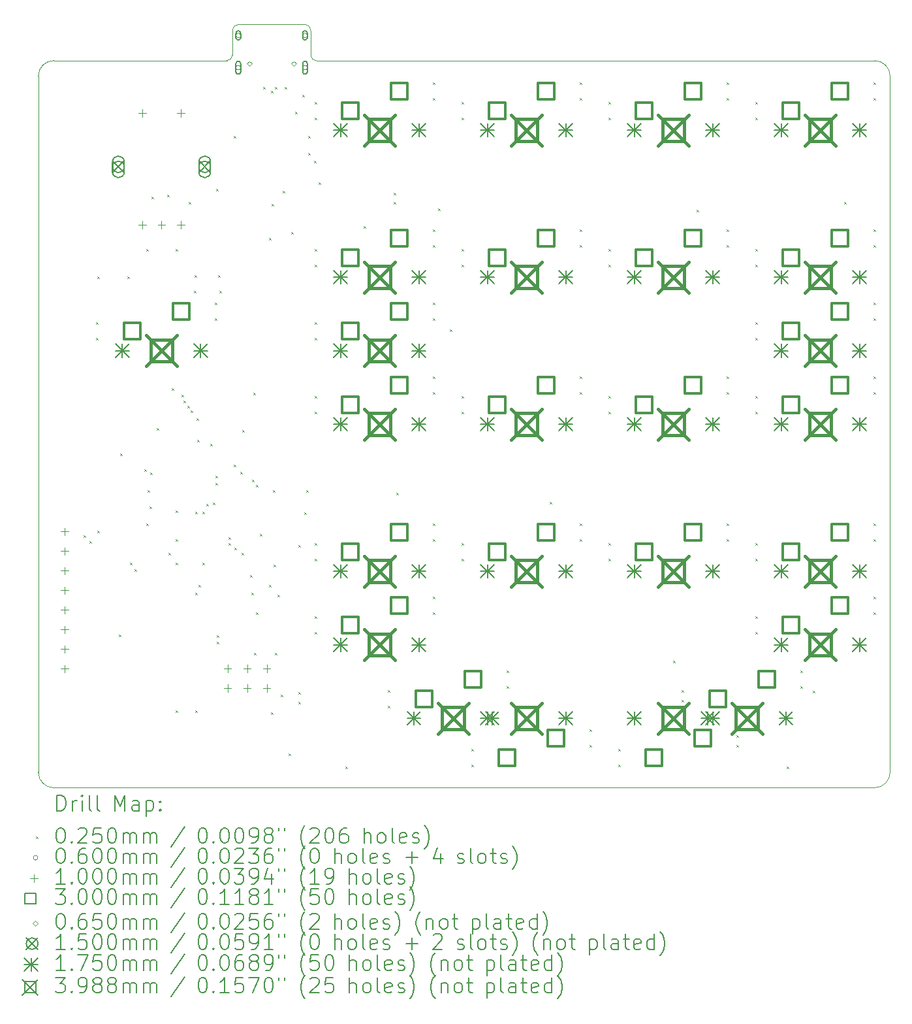
<source format=gbr>
%FSLAX45Y45*%
G04 Gerber Fmt 4.5, Leading zero omitted, Abs format (unit mm)*
G04 Created by KiCad (PCBNEW (6.99.0-1912-g359c99991b)) date 2022-07-09 15:07:49*
%MOMM*%
%LPD*%
G01*
G04 APERTURE LIST*
%TA.AperFunction,Profile*%
%ADD10C,0.100000*%
%TD*%
%ADD11C,0.200000*%
%ADD12C,0.025000*%
%ADD13C,0.060000*%
%ADD14C,0.100000*%
%ADD15C,0.300000*%
%ADD16C,0.065000*%
%ADD17C,0.150000*%
%ADD18C,0.175000*%
%ADD19C,0.398780*%
G04 APERTURE END LIST*
D10*
X3533800Y388900D02*
G75*
G03*
X3457600Y469900I-78600J2400D01*
G01*
X3533800Y69000D02*
G75*
G03*
X3607600Y-2400I72600J1200D01*
G01*
X10847279Y-9420000D02*
X200000Y-9420000D01*
X11047279Y-200000D02*
X11047279Y-9220000D01*
X3607600Y-2400D02*
X10847279Y0D01*
X0Y-9220000D02*
G75*
G03*
X200000Y-9420000I199999J-1D01*
G01*
X200000Y0D02*
X2447082Y0D01*
X2447082Y-2D02*
G75*
G03*
X2518482Y73800I-1202J72602D01*
G01*
X3533800Y69000D02*
X3533800Y388900D01*
X2518482Y73800D02*
X2518482Y393700D01*
X10847279Y-9419999D02*
G75*
G03*
X11047279Y-9220000I1J199999D01*
G01*
X2599482Y469898D02*
G75*
G03*
X2518482Y393700I-2402J-78598D01*
G01*
X200000Y0D02*
G75*
G03*
X0Y-200000I0J-200000D01*
G01*
X3457600Y469900D02*
X2599482Y469900D01*
X0Y-9220000D02*
X0Y-200000D01*
X11047280Y-200000D02*
G75*
G03*
X10847279Y0I-200000J0D01*
G01*
D11*
D12*
X587500Y-6147500D02*
X612500Y-6172500D01*
X612500Y-6147500D02*
X587500Y-6172500D01*
X662500Y-6227500D02*
X687500Y-6252500D01*
X687500Y-6227500D02*
X662500Y-6252500D01*
X749500Y-3391100D02*
X774500Y-3416100D01*
X774500Y-3391100D02*
X749500Y-3416100D01*
X749500Y-3594300D02*
X774500Y-3619300D01*
X774500Y-3594300D02*
X749500Y-3619300D01*
X762500Y-6087500D02*
X787500Y-6112500D01*
X787500Y-6087500D02*
X762500Y-6112500D01*
X765400Y-2794200D02*
X790400Y-2819200D01*
X790400Y-2794200D02*
X765400Y-2819200D01*
X1044800Y-7437500D02*
X1069800Y-7462500D01*
X1069800Y-7437500D02*
X1044800Y-7462500D01*
X1057500Y-5092900D02*
X1082500Y-5117900D01*
X1082500Y-5092900D02*
X1057500Y-5117900D01*
X1155900Y-2794200D02*
X1180900Y-2819200D01*
X1180900Y-2794200D02*
X1155900Y-2819200D01*
X1187500Y-6507500D02*
X1212500Y-6532500D01*
X1212500Y-6507500D02*
X1187500Y-6532500D01*
X1248000Y-6591500D02*
X1273000Y-6616500D01*
X1273000Y-6591500D02*
X1248000Y-6616500D01*
X1375000Y-5296100D02*
X1400000Y-5321100D01*
X1400000Y-5296100D02*
X1375000Y-5321100D01*
X1397500Y-5997500D02*
X1422500Y-6022500D01*
X1422500Y-5997500D02*
X1397500Y-6022500D01*
X1400400Y-2438600D02*
X1425400Y-2463600D01*
X1425400Y-2438600D02*
X1400400Y-2463600D01*
X1413100Y-5562800D02*
X1438100Y-5587800D01*
X1438100Y-5562800D02*
X1413100Y-5587800D01*
X1443783Y-5776413D02*
X1468783Y-5801413D01*
X1468783Y-5776413D02*
X1443783Y-5801413D01*
X1451200Y-5334200D02*
X1476200Y-5359200D01*
X1476200Y-5334200D02*
X1451200Y-5359200D01*
X1463900Y-1765500D02*
X1488900Y-1790500D01*
X1488900Y-1765500D02*
X1463900Y-1790500D01*
X1537500Y-4762500D02*
X1562500Y-4787500D01*
X1562500Y-4762500D02*
X1537500Y-4787500D01*
X1667100Y-1740100D02*
X1692100Y-1765100D01*
X1692100Y-1740100D02*
X1667100Y-1765100D01*
X1687500Y-6375600D02*
X1712500Y-6400600D01*
X1712500Y-6375600D02*
X1687500Y-6400600D01*
X1730600Y-4242000D02*
X1755600Y-4267000D01*
X1755600Y-4242000D02*
X1730600Y-4267000D01*
X1780417Y-5827563D02*
X1805417Y-5852563D01*
X1805417Y-5827563D02*
X1780417Y-5852563D01*
X1781400Y-2438600D02*
X1806400Y-2463600D01*
X1806400Y-2438600D02*
X1781400Y-2463600D01*
X1781400Y-6197800D02*
X1806400Y-6222800D01*
X1806400Y-6197800D02*
X1781400Y-6222800D01*
X1781400Y-6502600D02*
X1806400Y-6527600D01*
X1806400Y-6502600D02*
X1781400Y-6527600D01*
X1781400Y-8420300D02*
X1806400Y-8445300D01*
X1806400Y-8420300D02*
X1781400Y-8445300D01*
X1855060Y-4325820D02*
X1880060Y-4350820D01*
X1880060Y-4325820D02*
X1855060Y-4350820D01*
X1885540Y-4404560D02*
X1910540Y-4429560D01*
X1910540Y-4404560D02*
X1885540Y-4429560D01*
X1933800Y-4470600D02*
X1958800Y-4495600D01*
X1958800Y-4470600D02*
X1933800Y-4495600D01*
X1946500Y-1829000D02*
X1971500Y-1854000D01*
X1971500Y-1829000D02*
X1946500Y-1854000D01*
X1971900Y-4534100D02*
X1996900Y-4559100D01*
X1996900Y-4534100D02*
X1971900Y-4559100D01*
X2019500Y-2984700D02*
X2044500Y-3009700D01*
X2044500Y-2984700D02*
X2019500Y-3009700D01*
X2022700Y-2781500D02*
X2047700Y-2806500D01*
X2047700Y-2781500D02*
X2022700Y-2806500D01*
X2035400Y-5842200D02*
X2060400Y-5867200D01*
X2060400Y-5842200D02*
X2035400Y-5867200D01*
X2035400Y-6896300D02*
X2060400Y-6921300D01*
X2060400Y-6896300D02*
X2035400Y-6921300D01*
X2035400Y-8420300D02*
X2060400Y-8445300D01*
X2060400Y-8420300D02*
X2035400Y-8445300D01*
X2048100Y-4635700D02*
X2073100Y-4660700D01*
X2073100Y-4635700D02*
X2048100Y-4660700D01*
X2062500Y-4912500D02*
X2087500Y-4937500D01*
X2087500Y-4912500D02*
X2062500Y-4937500D01*
X2073500Y-6794700D02*
X2098500Y-6819700D01*
X2098500Y-6794700D02*
X2073500Y-6819700D01*
X2124300Y-5842200D02*
X2149300Y-5867200D01*
X2149300Y-5842200D02*
X2124300Y-5867200D01*
X2124300Y-6502600D02*
X2149300Y-6527600D01*
X2149300Y-6502600D02*
X2124300Y-6527600D01*
X2175100Y-5740600D02*
X2200100Y-5765600D01*
X2200100Y-5740600D02*
X2175100Y-5765600D01*
X2225900Y-4965900D02*
X2250900Y-4990900D01*
X2250900Y-4965900D02*
X2225900Y-4990900D01*
X2264000Y-5727900D02*
X2289000Y-5752900D01*
X2289000Y-5727900D02*
X2264000Y-5752900D01*
X2286200Y-3137100D02*
X2311200Y-3162100D01*
X2311200Y-3137100D02*
X2286200Y-3162100D01*
X2286200Y-3340300D02*
X2311200Y-3365300D01*
X2311200Y-3340300D02*
X2286200Y-3365300D01*
X2299890Y-5377044D02*
X2324890Y-5402044D01*
X2324890Y-5377044D02*
X2299890Y-5402044D01*
X2300552Y-5475410D02*
X2325552Y-5500410D01*
X2325552Y-5475410D02*
X2300552Y-5500410D01*
X2302100Y-1663900D02*
X2327100Y-1688900D01*
X2327100Y-1663900D02*
X2302100Y-1688900D01*
X2311600Y-7442400D02*
X2336600Y-7467400D01*
X2336600Y-7442400D02*
X2311600Y-7467400D01*
X2311600Y-7531300D02*
X2336600Y-7556300D01*
X2336600Y-7531300D02*
X2311600Y-7556300D01*
X2327500Y-2781500D02*
X2352500Y-2806500D01*
X2352500Y-2781500D02*
X2327500Y-2806500D01*
X2349700Y-2984700D02*
X2374700Y-3009700D01*
X2374700Y-2984700D02*
X2349700Y-3009700D01*
X2467200Y-6172400D02*
X2492200Y-6197400D01*
X2492200Y-6172400D02*
X2467200Y-6197400D01*
X2467200Y-6248600D02*
X2492200Y-6273600D01*
X2492200Y-6248600D02*
X2467200Y-6273600D01*
X2530700Y-978100D02*
X2555700Y-1003100D01*
X2555700Y-978100D02*
X2530700Y-1003100D01*
X2530700Y-5232600D02*
X2555700Y-5257600D01*
X2555700Y-5232600D02*
X2530700Y-5257600D01*
X2543400Y-6312100D02*
X2568400Y-6337100D01*
X2568400Y-6312100D02*
X2543400Y-6337100D01*
X2618998Y-5325915D02*
X2643998Y-5350915D01*
X2643998Y-5325915D02*
X2618998Y-5350915D01*
X2632300Y-6375600D02*
X2657300Y-6400600D01*
X2657300Y-6375600D02*
X2632300Y-6400600D01*
X2645000Y-4788100D02*
X2670000Y-4813100D01*
X2670000Y-4788100D02*
X2645000Y-4813100D01*
X2746600Y-6667700D02*
X2771600Y-6692700D01*
X2771600Y-6667700D02*
X2746600Y-6692700D01*
X2759300Y-6896300D02*
X2784300Y-6921300D01*
X2784300Y-6896300D02*
X2759300Y-6921300D01*
X2774217Y-5425771D02*
X2799217Y-5450771D01*
X2799217Y-5425771D02*
X2774217Y-5450771D01*
X2784700Y-4305500D02*
X2809700Y-4330500D01*
X2809700Y-4305500D02*
X2784700Y-4330500D01*
X2797400Y-7671000D02*
X2822400Y-7696000D01*
X2822400Y-7671000D02*
X2797400Y-7696000D01*
X2822800Y-5499300D02*
X2847800Y-5524300D01*
X2847800Y-5499300D02*
X2822800Y-5524300D01*
X2822800Y-7150300D02*
X2847800Y-7175300D01*
X2847800Y-7150300D02*
X2822800Y-7175300D01*
X2870400Y-6134300D02*
X2895400Y-6159300D01*
X2895400Y-6134300D02*
X2870400Y-6159300D01*
X2911700Y-343100D02*
X2936700Y-368100D01*
X2936700Y-343100D02*
X2911700Y-368100D01*
X2987900Y-2298900D02*
X3012900Y-2323900D01*
X3012900Y-2298900D02*
X2987900Y-2323900D01*
X2987900Y-6794700D02*
X3012900Y-6819700D01*
X3012900Y-6794700D02*
X2987900Y-6819700D01*
X3013300Y-393900D02*
X3038300Y-418900D01*
X3038300Y-393900D02*
X3013300Y-418900D01*
X3013300Y-8445700D02*
X3038300Y-8470700D01*
X3038300Y-8445700D02*
X3013300Y-8470700D01*
X3026000Y-1854400D02*
X3051000Y-1879400D01*
X3051000Y-1854400D02*
X3026000Y-1879400D01*
X3043780Y-5565340D02*
X3068780Y-5590340D01*
X3068780Y-5565340D02*
X3043780Y-5590340D01*
X3051400Y-6528000D02*
X3076400Y-6553000D01*
X3076400Y-6528000D02*
X3051400Y-6553000D01*
X3064100Y-343100D02*
X3089100Y-368100D01*
X3089100Y-343100D02*
X3064100Y-368100D01*
X3064100Y-7671000D02*
X3089100Y-7696000D01*
X3089100Y-7671000D02*
X3064100Y-7696000D01*
X3102200Y-6921700D02*
X3127200Y-6946700D01*
X3127200Y-6921700D02*
X3102200Y-6946700D01*
X3140300Y-8217100D02*
X3165300Y-8242100D01*
X3165300Y-8217100D02*
X3140300Y-8242100D01*
X3165700Y-1689300D02*
X3190700Y-1714300D01*
X3190700Y-1689300D02*
X3165700Y-1714300D01*
X3191100Y-343100D02*
X3216100Y-368100D01*
X3216100Y-343100D02*
X3191100Y-368100D01*
X3243010Y-8979707D02*
X3268010Y-9004707D01*
X3268010Y-8979707D02*
X3243010Y-9004707D01*
X3280000Y-2222700D02*
X3305000Y-2247700D01*
X3305000Y-2222700D02*
X3280000Y-2247700D01*
X3328414Y-660054D02*
X3353414Y-685054D01*
X3353414Y-660054D02*
X3328414Y-685054D01*
X3368900Y-6274000D02*
X3393900Y-6299000D01*
X3393900Y-6274000D02*
X3368900Y-6299000D01*
X3368900Y-8179000D02*
X3393900Y-8204000D01*
X3393900Y-8179000D02*
X3368900Y-8204000D01*
X3368900Y-8306000D02*
X3393900Y-8331000D01*
X3393900Y-8306000D02*
X3368900Y-8331000D01*
X3419700Y-444700D02*
X3444700Y-469700D01*
X3444700Y-444700D02*
X3419700Y-469700D01*
X3445100Y-5854900D02*
X3470100Y-5879900D01*
X3470100Y-5854900D02*
X3445100Y-5879900D01*
X3475580Y-5565340D02*
X3500580Y-5590340D01*
X3500580Y-5565340D02*
X3475580Y-5590340D01*
X3495900Y-978100D02*
X3520900Y-1003100D01*
X3520900Y-978100D02*
X3495900Y-1003100D01*
X3495900Y-1194000D02*
X3520900Y-1219000D01*
X3520900Y-1194000D02*
X3495900Y-1219000D01*
X3572100Y-1295600D02*
X3597100Y-1320600D01*
X3597100Y-1295600D02*
X3572100Y-1320600D01*
X3581600Y-533600D02*
X3606600Y-558600D01*
X3606600Y-533600D02*
X3581600Y-558600D01*
X3581600Y-736800D02*
X3606600Y-761800D01*
X3606600Y-736800D02*
X3581600Y-761800D01*
X3581600Y-2438600D02*
X3606600Y-2463600D01*
X3606600Y-2438600D02*
X3581600Y-2463600D01*
X3581600Y-2641800D02*
X3606600Y-2666800D01*
X3606600Y-2641800D02*
X3581600Y-2666800D01*
X3581600Y-3391100D02*
X3606600Y-3416100D01*
X3606600Y-3391100D02*
X3581600Y-3416100D01*
X3581600Y-3594300D02*
X3606600Y-3619300D01*
X3606600Y-3594300D02*
X3581600Y-3619300D01*
X3581600Y-4343600D02*
X3606600Y-4368600D01*
X3606600Y-4343600D02*
X3581600Y-4368600D01*
X3581600Y-4546800D02*
X3606600Y-4571800D01*
X3606600Y-4546800D02*
X3581600Y-4571800D01*
X3581600Y-6248600D02*
X3606600Y-6273600D01*
X3606600Y-6248600D02*
X3581600Y-6273600D01*
X3581600Y-6451800D02*
X3606600Y-6476800D01*
X3606600Y-6451800D02*
X3581600Y-6476800D01*
X3581600Y-7201100D02*
X3606600Y-7226100D01*
X3606600Y-7201100D02*
X3581600Y-7226100D01*
X3581600Y-7404300D02*
X3606600Y-7429300D01*
X3606600Y-7404300D02*
X3581600Y-7429300D01*
X3635600Y-1575000D02*
X3660600Y-1600000D01*
X3660600Y-1575000D02*
X3635600Y-1600000D01*
X3978500Y-9144200D02*
X4003500Y-9169200D01*
X4003500Y-9144200D02*
X3978500Y-9169200D01*
X4216600Y-2146500D02*
X4241600Y-2171500D01*
X4241600Y-2146500D02*
X4216600Y-2171500D01*
X4534100Y-8153600D02*
X4559100Y-8178600D01*
X4559100Y-8153600D02*
X4534100Y-8178600D01*
X4534100Y-8356800D02*
X4559100Y-8381800D01*
X4559100Y-8356800D02*
X4534100Y-8381800D01*
X4610300Y-1714700D02*
X4635300Y-1739700D01*
X4635300Y-1714700D02*
X4610300Y-1739700D01*
X4610300Y-1829000D02*
X4635300Y-1854000D01*
X4635300Y-1829000D02*
X4610300Y-1854000D01*
X4638900Y-5600900D02*
X4663900Y-5625900D01*
X4663900Y-5600900D02*
X4638900Y-5625900D01*
X5118300Y-279600D02*
X5143300Y-304600D01*
X5143300Y-279600D02*
X5118300Y-304600D01*
X5118300Y-482800D02*
X5143300Y-507800D01*
X5143300Y-482800D02*
X5118300Y-507800D01*
X5118300Y-2184600D02*
X5143300Y-2209600D01*
X5143300Y-2184600D02*
X5118300Y-2209600D01*
X5118300Y-2387800D02*
X5143300Y-2412800D01*
X5143300Y-2387800D02*
X5118300Y-2412800D01*
X5118300Y-3137100D02*
X5143300Y-3162100D01*
X5143300Y-3137100D02*
X5118300Y-3162100D01*
X5118300Y-3340300D02*
X5143300Y-3365300D01*
X5143300Y-3340300D02*
X5118300Y-3365300D01*
X5118300Y-4089600D02*
X5143300Y-4114600D01*
X5143300Y-4089600D02*
X5118300Y-4114600D01*
X5118300Y-4292800D02*
X5143300Y-4317800D01*
X5143300Y-4292800D02*
X5118300Y-4317800D01*
X5118300Y-5994600D02*
X5143300Y-6019600D01*
X5143300Y-5994600D02*
X5118300Y-6019600D01*
X5118300Y-6197800D02*
X5143300Y-6222800D01*
X5143300Y-6197800D02*
X5118300Y-6222800D01*
X5118300Y-6947100D02*
X5143300Y-6972100D01*
X5143300Y-6947100D02*
X5118300Y-6972100D01*
X5118300Y-7150300D02*
X5143300Y-7175300D01*
X5143300Y-7150300D02*
X5118300Y-7175300D01*
X5185000Y-1917900D02*
X5210000Y-1942900D01*
X5210000Y-1917900D02*
X5185000Y-1942900D01*
X5341015Y-3479874D02*
X5366015Y-3504874D01*
X5366015Y-3479874D02*
X5341015Y-3504874D01*
X5486600Y-533600D02*
X5511600Y-558600D01*
X5511600Y-533600D02*
X5486600Y-558600D01*
X5486600Y-736800D02*
X5511600Y-761800D01*
X5511600Y-736800D02*
X5486600Y-761800D01*
X5486600Y-2438600D02*
X5511600Y-2463600D01*
X5511600Y-2438600D02*
X5486600Y-2463600D01*
X5486600Y-2641800D02*
X5511600Y-2666800D01*
X5511600Y-2641800D02*
X5486600Y-2666800D01*
X5486600Y-4343600D02*
X5511600Y-4368600D01*
X5511600Y-4343600D02*
X5486600Y-4368600D01*
X5486600Y-4546800D02*
X5511600Y-4571800D01*
X5511600Y-4546800D02*
X5486600Y-4571800D01*
X5486600Y-6248600D02*
X5511600Y-6273600D01*
X5511600Y-6248600D02*
X5486600Y-6273600D01*
X5486600Y-6451800D02*
X5511600Y-6476800D01*
X5511600Y-6451800D02*
X5486600Y-6476800D01*
X5613600Y-8915600D02*
X5638600Y-8940600D01*
X5638600Y-8915600D02*
X5613600Y-8940600D01*
X5613600Y-9118800D02*
X5638600Y-9143800D01*
X5638600Y-9118800D02*
X5613600Y-9143800D01*
X6070800Y-7899600D02*
X6095800Y-7924600D01*
X6095800Y-7899600D02*
X6070800Y-7924600D01*
X6070800Y-8102800D02*
X6095800Y-8127800D01*
X6095800Y-8102800D02*
X6070800Y-8127800D01*
X6629600Y-5715200D02*
X6654600Y-5740200D01*
X6654600Y-5715200D02*
X6629600Y-5740200D01*
X7023300Y-279600D02*
X7048300Y-304600D01*
X7048300Y-279600D02*
X7023300Y-304600D01*
X7023300Y-482800D02*
X7048300Y-507800D01*
X7048300Y-482800D02*
X7023300Y-507800D01*
X7023300Y-2184600D02*
X7048300Y-2209600D01*
X7048300Y-2184600D02*
X7023300Y-2209600D01*
X7023300Y-2387800D02*
X7048300Y-2412800D01*
X7048300Y-2387800D02*
X7023300Y-2412800D01*
X7023300Y-4089600D02*
X7048300Y-4114600D01*
X7048300Y-4089600D02*
X7023300Y-4114600D01*
X7023300Y-4292800D02*
X7048300Y-4317800D01*
X7048300Y-4292800D02*
X7023300Y-4317800D01*
X7023300Y-5994600D02*
X7048300Y-6019600D01*
X7048300Y-5994600D02*
X7023300Y-6019600D01*
X7023300Y-6197800D02*
X7048300Y-6222800D01*
X7048300Y-6197800D02*
X7023300Y-6222800D01*
X7150300Y-8661600D02*
X7175300Y-8686600D01*
X7175300Y-8661600D02*
X7150300Y-8686600D01*
X7150300Y-8864800D02*
X7175300Y-8889800D01*
X7175300Y-8864800D02*
X7150300Y-8889800D01*
X7391600Y-533600D02*
X7416600Y-558600D01*
X7416600Y-533600D02*
X7391600Y-558600D01*
X7391600Y-736800D02*
X7416600Y-761800D01*
X7416600Y-736800D02*
X7391600Y-761800D01*
X7391600Y-2438600D02*
X7416600Y-2463600D01*
X7416600Y-2438600D02*
X7391600Y-2463600D01*
X7391600Y-2641800D02*
X7416600Y-2666800D01*
X7416600Y-2641800D02*
X7391600Y-2666800D01*
X7391600Y-4343600D02*
X7416600Y-4368600D01*
X7416600Y-4343600D02*
X7391600Y-4368600D01*
X7391600Y-4546800D02*
X7416600Y-4571800D01*
X7416600Y-4546800D02*
X7391600Y-4571800D01*
X7391600Y-6248600D02*
X7416600Y-6273600D01*
X7416600Y-6248600D02*
X7391600Y-6273600D01*
X7391600Y-6451800D02*
X7416600Y-6476800D01*
X7416600Y-6451800D02*
X7391600Y-6476800D01*
X7518600Y-8915600D02*
X7543600Y-8940600D01*
X7543600Y-8915600D02*
X7518600Y-8940600D01*
X7518600Y-9118800D02*
X7543600Y-9143800D01*
X7543600Y-9118800D02*
X7518600Y-9143800D01*
X8229800Y-7772600D02*
X8254800Y-7797600D01*
X8254800Y-7772600D02*
X8229800Y-7797600D01*
X8344100Y-8153600D02*
X8369100Y-8178600D01*
X8369100Y-8153600D02*
X8344100Y-8178600D01*
X8344100Y-8280600D02*
X8369100Y-8305600D01*
X8369100Y-8280600D02*
X8344100Y-8305600D01*
X8534600Y-1930600D02*
X8559600Y-1955600D01*
X8559600Y-1930600D02*
X8534600Y-1955600D01*
X8928300Y-279600D02*
X8953300Y-304600D01*
X8953300Y-279600D02*
X8928300Y-304600D01*
X8928300Y-482800D02*
X8953300Y-507800D01*
X8953300Y-482800D02*
X8928300Y-507800D01*
X8928300Y-2184600D02*
X8953300Y-2209600D01*
X8953300Y-2184600D02*
X8928300Y-2209600D01*
X8928300Y-2387800D02*
X8953300Y-2412800D01*
X8953300Y-2387800D02*
X8928300Y-2412800D01*
X8928300Y-4089600D02*
X8953300Y-4114600D01*
X8953300Y-4089600D02*
X8928300Y-4114600D01*
X8928300Y-4292800D02*
X8953300Y-4317800D01*
X8953300Y-4292800D02*
X8928300Y-4317800D01*
X8928300Y-5994600D02*
X8953300Y-6019600D01*
X8953300Y-5994600D02*
X8928300Y-6019600D01*
X8928300Y-6197800D02*
X8953300Y-6222800D01*
X8953300Y-6197800D02*
X8928300Y-6222800D01*
X9055300Y-8737800D02*
X9080300Y-8762800D01*
X9080300Y-8737800D02*
X9055300Y-8762800D01*
X9055300Y-8864800D02*
X9080300Y-8889800D01*
X9080300Y-8864800D02*
X9055300Y-8889800D01*
X9296600Y-533600D02*
X9321600Y-558600D01*
X9321600Y-533600D02*
X9296600Y-558600D01*
X9296600Y-736800D02*
X9321600Y-761800D01*
X9321600Y-736800D02*
X9296600Y-761800D01*
X9296600Y-2438600D02*
X9321600Y-2463600D01*
X9321600Y-2438600D02*
X9296600Y-2463600D01*
X9296600Y-2641800D02*
X9321600Y-2666800D01*
X9321600Y-2641800D02*
X9296600Y-2666800D01*
X9296600Y-3391100D02*
X9321600Y-3416100D01*
X9321600Y-3391100D02*
X9296600Y-3416100D01*
X9296600Y-3594300D02*
X9321600Y-3619300D01*
X9321600Y-3594300D02*
X9296600Y-3619300D01*
X9296600Y-4343600D02*
X9321600Y-4368600D01*
X9321600Y-4343600D02*
X9296600Y-4368600D01*
X9296600Y-4546800D02*
X9321600Y-4571800D01*
X9321600Y-4546800D02*
X9296600Y-4571800D01*
X9296600Y-6248600D02*
X9321600Y-6273600D01*
X9321600Y-6248600D02*
X9296600Y-6273600D01*
X9296600Y-6451800D02*
X9321600Y-6476800D01*
X9321600Y-6451800D02*
X9296600Y-6476800D01*
X9296600Y-7201100D02*
X9321600Y-7226100D01*
X9321600Y-7201100D02*
X9296600Y-7226100D01*
X9296600Y-7404300D02*
X9321600Y-7429300D01*
X9321600Y-7404300D02*
X9296600Y-7429300D01*
X9703000Y-9144200D02*
X9728000Y-9169200D01*
X9728000Y-9144200D02*
X9703000Y-9169200D01*
X9880800Y-7899600D02*
X9905800Y-7924600D01*
X9905800Y-7899600D02*
X9880800Y-7924600D01*
X9880800Y-8102800D02*
X9905800Y-8127800D01*
X9905800Y-8102800D02*
X9880800Y-8127800D01*
X10045900Y-8166300D02*
X10070900Y-8191300D01*
X10070900Y-8166300D02*
X10045900Y-8191300D01*
X10452300Y-1829000D02*
X10477300Y-1854000D01*
X10477300Y-1829000D02*
X10452300Y-1854000D01*
X10833300Y-279600D02*
X10858300Y-304600D01*
X10858300Y-279600D02*
X10833300Y-304600D01*
X10833300Y-482800D02*
X10858300Y-507800D01*
X10858300Y-482800D02*
X10833300Y-507800D01*
X10833300Y-2184600D02*
X10858300Y-2209600D01*
X10858300Y-2184600D02*
X10833300Y-2209600D01*
X10833300Y-2387800D02*
X10858300Y-2412800D01*
X10858300Y-2387800D02*
X10833300Y-2412800D01*
X10833300Y-3137100D02*
X10858300Y-3162100D01*
X10858300Y-3137100D02*
X10833300Y-3162100D01*
X10833300Y-3340300D02*
X10858300Y-3365300D01*
X10858300Y-3340300D02*
X10833300Y-3365300D01*
X10833300Y-4089600D02*
X10858300Y-4114600D01*
X10858300Y-4089600D02*
X10833300Y-4114600D01*
X10833300Y-4292800D02*
X10858300Y-4317800D01*
X10858300Y-4292800D02*
X10833300Y-4317800D01*
X10833300Y-5994600D02*
X10858300Y-6019600D01*
X10858300Y-5994600D02*
X10833300Y-6019600D01*
X10833300Y-6197800D02*
X10858300Y-6222800D01*
X10858300Y-6197800D02*
X10833300Y-6222800D01*
X10833300Y-6947100D02*
X10858300Y-6972100D01*
X10858300Y-6947100D02*
X10833300Y-6972100D01*
X10833300Y-7150300D02*
X10858300Y-7175300D01*
X10858300Y-7150300D02*
X10833300Y-7175300D01*
D13*
X2623800Y326300D02*
G75*
G03*
X2623800Y326300I-30000J0D01*
G01*
D11*
X2563800Y356300D02*
X2563800Y296300D01*
X2563800Y296300D02*
G75*
G03*
X2623800Y296300I30000J0D01*
G01*
X2623800Y296300D02*
X2623800Y356300D01*
X2623800Y356300D02*
G75*
G03*
X2563800Y356300I-30000J0D01*
G01*
D13*
X2623800Y-91700D02*
G75*
G03*
X2623800Y-91700I-30000J0D01*
G01*
D11*
X2563800Y-36700D02*
X2563800Y-146700D01*
X2563800Y-146700D02*
G75*
G03*
X2623800Y-146700I30000J0D01*
G01*
X2623800Y-146700D02*
X2623800Y-36700D01*
X2623800Y-36700D02*
G75*
G03*
X2563800Y-36700I-30000J0D01*
G01*
D13*
X3487800Y326300D02*
G75*
G03*
X3487800Y326300I-30000J0D01*
G01*
D11*
X3427800Y356300D02*
X3427800Y296300D01*
X3427800Y296300D02*
G75*
G03*
X3487800Y296300I30000J0D01*
G01*
X3487800Y296300D02*
X3487800Y356300D01*
X3487800Y356300D02*
G75*
G03*
X3427800Y356300I-30000J0D01*
G01*
D13*
X3487800Y-91700D02*
G75*
G03*
X3487800Y-91700I-30000J0D01*
G01*
D11*
X3427800Y-36700D02*
X3427800Y-146700D01*
X3427800Y-146700D02*
G75*
G03*
X3487800Y-146700I30000J0D01*
G01*
X3487800Y-146700D02*
X3487800Y-36700D01*
X3487800Y-36700D02*
G75*
G03*
X3427800Y-36700I-30000J0D01*
G01*
D14*
X344400Y-6052000D02*
X344400Y-6152000D01*
X294400Y-6102000D02*
X394400Y-6102000D01*
X344400Y-6306000D02*
X344400Y-6406000D01*
X294400Y-6356000D02*
X394400Y-6356000D01*
X344400Y-6560000D02*
X344400Y-6660000D01*
X294400Y-6610000D02*
X394400Y-6610000D01*
X344400Y-6814000D02*
X344400Y-6914000D01*
X294400Y-6864000D02*
X394400Y-6864000D01*
X344400Y-7068000D02*
X344400Y-7168000D01*
X294400Y-7118000D02*
X394400Y-7118000D01*
X344400Y-7322000D02*
X344400Y-7422000D01*
X294400Y-7372000D02*
X394400Y-7372000D01*
X344400Y-7576000D02*
X344400Y-7676000D01*
X294400Y-7626000D02*
X394400Y-7626000D01*
X344400Y-7830000D02*
X344400Y-7930000D01*
X294400Y-7880000D02*
X394400Y-7880000D01*
X1348700Y-626250D02*
X1348700Y-726250D01*
X1298700Y-676250D02*
X1398700Y-676250D01*
X1348700Y-2076250D02*
X1348700Y-2176250D01*
X1298700Y-2126250D02*
X1398700Y-2126250D01*
X1598700Y-2076250D02*
X1598700Y-2176250D01*
X1548700Y-2126250D02*
X1648700Y-2126250D01*
X1848700Y-626250D02*
X1848700Y-726250D01*
X1798700Y-676250D02*
X1898700Y-676250D01*
X1848700Y-2076250D02*
X1848700Y-2176250D01*
X1798700Y-2126250D02*
X1898700Y-2126250D01*
X2454300Y-7825150D02*
X2454300Y-7925150D01*
X2404300Y-7875150D02*
X2504300Y-7875150D01*
X2454300Y-8079150D02*
X2454300Y-8179150D01*
X2404300Y-8129150D02*
X2504300Y-8129150D01*
X2708300Y-7825150D02*
X2708300Y-7925150D01*
X2658300Y-7875150D02*
X2758300Y-7875150D01*
X2708300Y-8079150D02*
X2708300Y-8179150D01*
X2658300Y-8129150D02*
X2758300Y-8129150D01*
X2962300Y-7825150D02*
X2962300Y-7925150D01*
X2912300Y-7875150D02*
X3012300Y-7875150D01*
X2962300Y-8079150D02*
X2962300Y-8179150D01*
X2912300Y-8129150D02*
X3012300Y-8129150D01*
D15*
X1323767Y-3609567D02*
X1323767Y-3397433D01*
X1111633Y-3397433D01*
X1111633Y-3609567D01*
X1323767Y-3609567D01*
X1958767Y-3355567D02*
X1958767Y-3143433D01*
X1746633Y-3143433D01*
X1746633Y-3355567D01*
X1958767Y-3355567D01*
X4152517Y-752067D02*
X4152517Y-539933D01*
X3940383Y-539933D01*
X3940383Y-752067D01*
X4152517Y-752067D01*
X4152517Y-2657067D02*
X4152517Y-2444933D01*
X3940383Y-2444933D01*
X3940383Y-2657067D01*
X4152517Y-2657067D01*
X4152517Y-3609567D02*
X4152517Y-3397433D01*
X3940383Y-3397433D01*
X3940383Y-3609567D01*
X4152517Y-3609567D01*
X4152517Y-4562067D02*
X4152517Y-4349933D01*
X3940383Y-4349933D01*
X3940383Y-4562067D01*
X4152517Y-4562067D01*
X4152517Y-6467067D02*
X4152517Y-6254933D01*
X3940383Y-6254933D01*
X3940383Y-6467067D01*
X4152517Y-6467067D01*
X4152517Y-7419567D02*
X4152517Y-7207433D01*
X3940383Y-7207433D01*
X3940383Y-7419567D01*
X4152517Y-7419567D01*
X4787517Y-498067D02*
X4787517Y-285933D01*
X4575383Y-285933D01*
X4575383Y-498067D01*
X4787517Y-498067D01*
X4787517Y-2403067D02*
X4787517Y-2190933D01*
X4575383Y-2190933D01*
X4575383Y-2403067D01*
X4787517Y-2403067D01*
X4787517Y-3355567D02*
X4787517Y-3143433D01*
X4575383Y-3143433D01*
X4575383Y-3355567D01*
X4787517Y-3355567D01*
X4787517Y-4308067D02*
X4787517Y-4095933D01*
X4575383Y-4095933D01*
X4575383Y-4308067D01*
X4787517Y-4308067D01*
X4787517Y-6213067D02*
X4787517Y-6000933D01*
X4575383Y-6000933D01*
X4575383Y-6213067D01*
X4787517Y-6213067D01*
X4787517Y-7165567D02*
X4787517Y-6953433D01*
X4575383Y-6953433D01*
X4575383Y-7165567D01*
X4787517Y-7165567D01*
X5105017Y-8372067D02*
X5105017Y-8159933D01*
X4892883Y-8159933D01*
X4892883Y-8372067D01*
X5105017Y-8372067D01*
X5740017Y-8118067D02*
X5740017Y-7905933D01*
X5527883Y-7905933D01*
X5527883Y-8118067D01*
X5740017Y-8118067D01*
X6057517Y-752067D02*
X6057517Y-539933D01*
X5845383Y-539933D01*
X5845383Y-752067D01*
X6057517Y-752067D01*
X6057517Y-2657067D02*
X6057517Y-2444933D01*
X5845383Y-2444933D01*
X5845383Y-2657067D01*
X6057517Y-2657067D01*
X6057517Y-4562067D02*
X6057517Y-4349933D01*
X5845383Y-4349933D01*
X5845383Y-4562067D01*
X6057517Y-4562067D01*
X6057517Y-6467067D02*
X6057517Y-6254933D01*
X5845383Y-6254933D01*
X5845383Y-6467067D01*
X6057517Y-6467067D01*
X6184517Y-9134067D02*
X6184517Y-8921933D01*
X5972383Y-8921933D01*
X5972383Y-9134067D01*
X6184517Y-9134067D01*
X6692517Y-498067D02*
X6692517Y-285933D01*
X6480383Y-285933D01*
X6480383Y-498067D01*
X6692517Y-498067D01*
X6692517Y-2403067D02*
X6692517Y-2190933D01*
X6480383Y-2190933D01*
X6480383Y-2403067D01*
X6692517Y-2403067D01*
X6692517Y-4308067D02*
X6692517Y-4095933D01*
X6480383Y-4095933D01*
X6480383Y-4308067D01*
X6692517Y-4308067D01*
X6692517Y-6213067D02*
X6692517Y-6000933D01*
X6480383Y-6000933D01*
X6480383Y-6213067D01*
X6692517Y-6213067D01*
X6819517Y-8880067D02*
X6819517Y-8667933D01*
X6607383Y-8667933D01*
X6607383Y-8880067D01*
X6819517Y-8880067D01*
X7962517Y-752067D02*
X7962517Y-539933D01*
X7750383Y-539933D01*
X7750383Y-752067D01*
X7962517Y-752067D01*
X7962517Y-2657067D02*
X7962517Y-2444933D01*
X7750383Y-2444933D01*
X7750383Y-2657067D01*
X7962517Y-2657067D01*
X7962517Y-4562067D02*
X7962517Y-4349933D01*
X7750383Y-4349933D01*
X7750383Y-4562067D01*
X7962517Y-4562067D01*
X7962517Y-6467067D02*
X7962517Y-6254933D01*
X7750383Y-6254933D01*
X7750383Y-6467067D01*
X7962517Y-6467067D01*
X8089517Y-9134067D02*
X8089517Y-8921933D01*
X7877383Y-8921933D01*
X7877383Y-9134067D01*
X8089517Y-9134067D01*
X8597517Y-498067D02*
X8597517Y-285933D01*
X8385383Y-285933D01*
X8385383Y-498067D01*
X8597517Y-498067D01*
X8597517Y-2403067D02*
X8597517Y-2190933D01*
X8385383Y-2190933D01*
X8385383Y-2403067D01*
X8597517Y-2403067D01*
X8597517Y-4308067D02*
X8597517Y-4095933D01*
X8385383Y-4095933D01*
X8385383Y-4308067D01*
X8597517Y-4308067D01*
X8597517Y-6213067D02*
X8597517Y-6000933D01*
X8385383Y-6000933D01*
X8385383Y-6213067D01*
X8597517Y-6213067D01*
X8724517Y-8880067D02*
X8724517Y-8667933D01*
X8512383Y-8667933D01*
X8512383Y-8880067D01*
X8724517Y-8880067D01*
X8915017Y-8372067D02*
X8915017Y-8159933D01*
X8702883Y-8159933D01*
X8702883Y-8372067D01*
X8915017Y-8372067D01*
X9550017Y-8118067D02*
X9550017Y-7905933D01*
X9337883Y-7905933D01*
X9337883Y-8118067D01*
X9550017Y-8118067D01*
X9867517Y-752067D02*
X9867517Y-539933D01*
X9655383Y-539933D01*
X9655383Y-752067D01*
X9867517Y-752067D01*
X9867517Y-2657067D02*
X9867517Y-2444933D01*
X9655383Y-2444933D01*
X9655383Y-2657067D01*
X9867517Y-2657067D01*
X9867517Y-3609567D02*
X9867517Y-3397433D01*
X9655383Y-3397433D01*
X9655383Y-3609567D01*
X9867517Y-3609567D01*
X9867517Y-4562067D02*
X9867517Y-4349933D01*
X9655383Y-4349933D01*
X9655383Y-4562067D01*
X9867517Y-4562067D01*
X9867517Y-6467067D02*
X9867517Y-6254933D01*
X9655383Y-6254933D01*
X9655383Y-6467067D01*
X9867517Y-6467067D01*
X9867517Y-7419567D02*
X9867517Y-7207433D01*
X9655383Y-7207433D01*
X9655383Y-7419567D01*
X9867517Y-7419567D01*
X10502517Y-498067D02*
X10502517Y-285933D01*
X10290383Y-285933D01*
X10290383Y-498067D01*
X10502517Y-498067D01*
X10502517Y-2403067D02*
X10502517Y-2190933D01*
X10290383Y-2190933D01*
X10290383Y-2403067D01*
X10502517Y-2403067D01*
X10502517Y-3355567D02*
X10502517Y-3143433D01*
X10290383Y-3143433D01*
X10290383Y-3355567D01*
X10502517Y-3355567D01*
X10502517Y-4308067D02*
X10502517Y-4095933D01*
X10290383Y-4095933D01*
X10290383Y-4308067D01*
X10502517Y-4308067D01*
X10502517Y-6213067D02*
X10502517Y-6000933D01*
X10290383Y-6000933D01*
X10290383Y-6213067D01*
X10502517Y-6213067D01*
X10502517Y-7165567D02*
X10502517Y-6953433D01*
X10290383Y-6953433D01*
X10290383Y-7165567D01*
X10502517Y-7165567D01*
D16*
X2736800Y-71200D02*
X2769300Y-38700D01*
X2736800Y-6200D01*
X2704300Y-38700D01*
X2736800Y-71200D01*
X3314800Y-71200D02*
X3347300Y-38700D01*
X3314800Y-6200D01*
X3282300Y-38700D01*
X3314800Y-71200D01*
D17*
X963700Y-1301250D02*
X1113700Y-1451250D01*
X1113700Y-1301250D02*
X963700Y-1451250D01*
X1113700Y-1376250D02*
G75*
G03*
X1113700Y-1376250I-75000J0D01*
G01*
D11*
X1113700Y-1441250D02*
X1113700Y-1311250D01*
X1113700Y-1311250D02*
G75*
G03*
X963700Y-1311250I-75000J0D01*
G01*
X963700Y-1311250D02*
X963700Y-1441250D01*
X963700Y-1441250D02*
G75*
G03*
X1113700Y-1441250I75000J0D01*
G01*
D17*
X2083700Y-1301250D02*
X2233700Y-1451250D01*
X2233700Y-1301250D02*
X2083700Y-1451250D01*
X2233700Y-1376250D02*
G75*
G03*
X2233700Y-1376250I-75000J0D01*
G01*
D11*
X2233700Y-1441250D02*
X2233700Y-1311250D01*
X2233700Y-1311250D02*
G75*
G03*
X2083700Y-1311250I-75000J0D01*
G01*
X2083700Y-1311250D02*
X2083700Y-1441250D01*
X2083700Y-1441250D02*
G75*
G03*
X2233700Y-1441250I75000J0D01*
G01*
D18*
X1003200Y-3670000D02*
X1178200Y-3845000D01*
X1178200Y-3670000D02*
X1003200Y-3845000D01*
X1090700Y-3670000D02*
X1090700Y-3845000D01*
X1003200Y-3757500D02*
X1178200Y-3757500D01*
X2019200Y-3670000D02*
X2194200Y-3845000D01*
X2194200Y-3670000D02*
X2019200Y-3845000D01*
X2106700Y-3670000D02*
X2106700Y-3845000D01*
X2019200Y-3757500D02*
X2194200Y-3757500D01*
X3831950Y-812500D02*
X4006950Y-987500D01*
X4006950Y-812500D02*
X3831950Y-987500D01*
X3919450Y-812500D02*
X3919450Y-987500D01*
X3831950Y-900000D02*
X4006950Y-900000D01*
X3831950Y-2717500D02*
X4006950Y-2892500D01*
X4006950Y-2717500D02*
X3831950Y-2892500D01*
X3919450Y-2717500D02*
X3919450Y-2892500D01*
X3831950Y-2805000D02*
X4006950Y-2805000D01*
X3831950Y-3670000D02*
X4006950Y-3845000D01*
X4006950Y-3670000D02*
X3831950Y-3845000D01*
X3919450Y-3670000D02*
X3919450Y-3845000D01*
X3831950Y-3757500D02*
X4006950Y-3757500D01*
X3831950Y-4622500D02*
X4006950Y-4797500D01*
X4006950Y-4622500D02*
X3831950Y-4797500D01*
X3919450Y-4622500D02*
X3919450Y-4797500D01*
X3831950Y-4710000D02*
X4006950Y-4710000D01*
X3831950Y-6527500D02*
X4006950Y-6702500D01*
X4006950Y-6527500D02*
X3831950Y-6702500D01*
X3919450Y-6527500D02*
X3919450Y-6702500D01*
X3831950Y-6615000D02*
X4006950Y-6615000D01*
X3831950Y-7480000D02*
X4006950Y-7655000D01*
X4006950Y-7480000D02*
X3831950Y-7655000D01*
X3919450Y-7480000D02*
X3919450Y-7655000D01*
X3831950Y-7567500D02*
X4006950Y-7567500D01*
X4784450Y-8432500D02*
X4959450Y-8607500D01*
X4959450Y-8432500D02*
X4784450Y-8607500D01*
X4871950Y-8432500D02*
X4871950Y-8607500D01*
X4784450Y-8520000D02*
X4959450Y-8520000D01*
X4847950Y-812500D02*
X5022950Y-987500D01*
X5022950Y-812500D02*
X4847950Y-987500D01*
X4935450Y-812500D02*
X4935450Y-987500D01*
X4847950Y-900000D02*
X5022950Y-900000D01*
X4847950Y-2717500D02*
X5022950Y-2892500D01*
X5022950Y-2717500D02*
X4847950Y-2892500D01*
X4935450Y-2717500D02*
X4935450Y-2892500D01*
X4847950Y-2805000D02*
X5022950Y-2805000D01*
X4847950Y-3670000D02*
X5022950Y-3845000D01*
X5022950Y-3670000D02*
X4847950Y-3845000D01*
X4935450Y-3670000D02*
X4935450Y-3845000D01*
X4847950Y-3757500D02*
X5022950Y-3757500D01*
X4847950Y-4622500D02*
X5022950Y-4797500D01*
X5022950Y-4622500D02*
X4847950Y-4797500D01*
X4935450Y-4622500D02*
X4935450Y-4797500D01*
X4847950Y-4710000D02*
X5022950Y-4710000D01*
X4847950Y-6527500D02*
X5022950Y-6702500D01*
X5022950Y-6527500D02*
X4847950Y-6702500D01*
X4935450Y-6527500D02*
X4935450Y-6702500D01*
X4847950Y-6615000D02*
X5022950Y-6615000D01*
X4847950Y-7480000D02*
X5022950Y-7655000D01*
X5022950Y-7480000D02*
X4847950Y-7655000D01*
X4935450Y-7480000D02*
X4935450Y-7655000D01*
X4847950Y-7567500D02*
X5022950Y-7567500D01*
X5736950Y-812500D02*
X5911950Y-987500D01*
X5911950Y-812500D02*
X5736950Y-987500D01*
X5824450Y-812500D02*
X5824450Y-987500D01*
X5736950Y-900000D02*
X5911950Y-900000D01*
X5736950Y-2717500D02*
X5911950Y-2892500D01*
X5911950Y-2717500D02*
X5736950Y-2892500D01*
X5824450Y-2717500D02*
X5824450Y-2892500D01*
X5736950Y-2805000D02*
X5911950Y-2805000D01*
X5736950Y-4622500D02*
X5911950Y-4797500D01*
X5911950Y-4622500D02*
X5736950Y-4797500D01*
X5824450Y-4622500D02*
X5824450Y-4797500D01*
X5736950Y-4710000D02*
X5911950Y-4710000D01*
X5736950Y-6527500D02*
X5911950Y-6702500D01*
X5911950Y-6527500D02*
X5736950Y-6702500D01*
X5824450Y-6527500D02*
X5824450Y-6702500D01*
X5736950Y-6615000D02*
X5911950Y-6615000D01*
X5736950Y-8432500D02*
X5911950Y-8607500D01*
X5911950Y-8432500D02*
X5736950Y-8607500D01*
X5824450Y-8432500D02*
X5824450Y-8607500D01*
X5736950Y-8520000D02*
X5911950Y-8520000D01*
X5800450Y-8432500D02*
X5975450Y-8607500D01*
X5975450Y-8432500D02*
X5800450Y-8607500D01*
X5887950Y-8432500D02*
X5887950Y-8607500D01*
X5800450Y-8520000D02*
X5975450Y-8520000D01*
X6752950Y-812500D02*
X6927950Y-987500D01*
X6927950Y-812500D02*
X6752950Y-987500D01*
X6840450Y-812500D02*
X6840450Y-987500D01*
X6752950Y-900000D02*
X6927950Y-900000D01*
X6752950Y-2717500D02*
X6927950Y-2892500D01*
X6927950Y-2717500D02*
X6752950Y-2892500D01*
X6840450Y-2717500D02*
X6840450Y-2892500D01*
X6752950Y-2805000D02*
X6927950Y-2805000D01*
X6752950Y-4622500D02*
X6927950Y-4797500D01*
X6927950Y-4622500D02*
X6752950Y-4797500D01*
X6840450Y-4622500D02*
X6840450Y-4797500D01*
X6752950Y-4710000D02*
X6927950Y-4710000D01*
X6752950Y-6527500D02*
X6927950Y-6702500D01*
X6927950Y-6527500D02*
X6752950Y-6702500D01*
X6840450Y-6527500D02*
X6840450Y-6702500D01*
X6752950Y-6615000D02*
X6927950Y-6615000D01*
X6752950Y-8432500D02*
X6927950Y-8607500D01*
X6927950Y-8432500D02*
X6752950Y-8607500D01*
X6840450Y-8432500D02*
X6840450Y-8607500D01*
X6752950Y-8520000D02*
X6927950Y-8520000D01*
X7641950Y-812500D02*
X7816950Y-987500D01*
X7816950Y-812500D02*
X7641950Y-987500D01*
X7729450Y-812500D02*
X7729450Y-987500D01*
X7641950Y-900000D02*
X7816950Y-900000D01*
X7641950Y-2717500D02*
X7816950Y-2892500D01*
X7816950Y-2717500D02*
X7641950Y-2892500D01*
X7729450Y-2717500D02*
X7729450Y-2892500D01*
X7641950Y-2805000D02*
X7816950Y-2805000D01*
X7641950Y-4622500D02*
X7816950Y-4797500D01*
X7816950Y-4622500D02*
X7641950Y-4797500D01*
X7729450Y-4622500D02*
X7729450Y-4797500D01*
X7641950Y-4710000D02*
X7816950Y-4710000D01*
X7641950Y-6527500D02*
X7816950Y-6702500D01*
X7816950Y-6527500D02*
X7641950Y-6702500D01*
X7729450Y-6527500D02*
X7729450Y-6702500D01*
X7641950Y-6615000D02*
X7816950Y-6615000D01*
X7641950Y-8432500D02*
X7816950Y-8607500D01*
X7816950Y-8432500D02*
X7641950Y-8607500D01*
X7729450Y-8432500D02*
X7729450Y-8607500D01*
X7641950Y-8520000D02*
X7816950Y-8520000D01*
X8594450Y-8432500D02*
X8769450Y-8607500D01*
X8769450Y-8432500D02*
X8594450Y-8607500D01*
X8681950Y-8432500D02*
X8681950Y-8607500D01*
X8594450Y-8520000D02*
X8769450Y-8520000D01*
X8657950Y-812500D02*
X8832950Y-987500D01*
X8832950Y-812500D02*
X8657950Y-987500D01*
X8745450Y-812500D02*
X8745450Y-987500D01*
X8657950Y-900000D02*
X8832950Y-900000D01*
X8657950Y-2717500D02*
X8832950Y-2892500D01*
X8832950Y-2717500D02*
X8657950Y-2892500D01*
X8745450Y-2717500D02*
X8745450Y-2892500D01*
X8657950Y-2805000D02*
X8832950Y-2805000D01*
X8657950Y-4622500D02*
X8832950Y-4797500D01*
X8832950Y-4622500D02*
X8657950Y-4797500D01*
X8745450Y-4622500D02*
X8745450Y-4797500D01*
X8657950Y-4710000D02*
X8832950Y-4710000D01*
X8657950Y-6527500D02*
X8832950Y-6702500D01*
X8832950Y-6527500D02*
X8657950Y-6702500D01*
X8745450Y-6527500D02*
X8745450Y-6702500D01*
X8657950Y-6615000D02*
X8832950Y-6615000D01*
X8657950Y-8432500D02*
X8832950Y-8607500D01*
X8832950Y-8432500D02*
X8657950Y-8607500D01*
X8745450Y-8432500D02*
X8745450Y-8607500D01*
X8657950Y-8520000D02*
X8832950Y-8520000D01*
X9546950Y-812500D02*
X9721950Y-987500D01*
X9721950Y-812500D02*
X9546950Y-987500D01*
X9634450Y-812500D02*
X9634450Y-987500D01*
X9546950Y-900000D02*
X9721950Y-900000D01*
X9546950Y-2717500D02*
X9721950Y-2892500D01*
X9721950Y-2717500D02*
X9546950Y-2892500D01*
X9634450Y-2717500D02*
X9634450Y-2892500D01*
X9546950Y-2805000D02*
X9721950Y-2805000D01*
X9546950Y-3670000D02*
X9721950Y-3845000D01*
X9721950Y-3670000D02*
X9546950Y-3845000D01*
X9634450Y-3670000D02*
X9634450Y-3845000D01*
X9546950Y-3757500D02*
X9721950Y-3757500D01*
X9546950Y-4622500D02*
X9721950Y-4797500D01*
X9721950Y-4622500D02*
X9546950Y-4797500D01*
X9634450Y-4622500D02*
X9634450Y-4797500D01*
X9546950Y-4710000D02*
X9721950Y-4710000D01*
X9546950Y-6527500D02*
X9721950Y-6702500D01*
X9721950Y-6527500D02*
X9546950Y-6702500D01*
X9634450Y-6527500D02*
X9634450Y-6702500D01*
X9546950Y-6615000D02*
X9721950Y-6615000D01*
X9546950Y-7480000D02*
X9721950Y-7655000D01*
X9721950Y-7480000D02*
X9546950Y-7655000D01*
X9634450Y-7480000D02*
X9634450Y-7655000D01*
X9546950Y-7567500D02*
X9721950Y-7567500D01*
X9610450Y-8432500D02*
X9785450Y-8607500D01*
X9785450Y-8432500D02*
X9610450Y-8607500D01*
X9697950Y-8432500D02*
X9697950Y-8607500D01*
X9610450Y-8520000D02*
X9785450Y-8520000D01*
X10562950Y-812500D02*
X10737950Y-987500D01*
X10737950Y-812500D02*
X10562950Y-987500D01*
X10650450Y-812500D02*
X10650450Y-987500D01*
X10562950Y-900000D02*
X10737950Y-900000D01*
X10562950Y-2717500D02*
X10737950Y-2892500D01*
X10737950Y-2717500D02*
X10562950Y-2892500D01*
X10650450Y-2717500D02*
X10650450Y-2892500D01*
X10562950Y-2805000D02*
X10737950Y-2805000D01*
X10562950Y-3670000D02*
X10737950Y-3845000D01*
X10737950Y-3670000D02*
X10562950Y-3845000D01*
X10650450Y-3670000D02*
X10650450Y-3845000D01*
X10562950Y-3757500D02*
X10737950Y-3757500D01*
X10562950Y-4622500D02*
X10737950Y-4797500D01*
X10737950Y-4622500D02*
X10562950Y-4797500D01*
X10650450Y-4622500D02*
X10650450Y-4797500D01*
X10562950Y-4710000D02*
X10737950Y-4710000D01*
X10562950Y-6527500D02*
X10737950Y-6702500D01*
X10737950Y-6527500D02*
X10562950Y-6702500D01*
X10650450Y-6527500D02*
X10650450Y-6702500D01*
X10562950Y-6615000D02*
X10737950Y-6615000D01*
X10562950Y-7480000D02*
X10737950Y-7655000D01*
X10737950Y-7480000D02*
X10562950Y-7655000D01*
X10650450Y-7480000D02*
X10650450Y-7655000D01*
X10562950Y-7567500D02*
X10737950Y-7567500D01*
D19*
X1399310Y-3558110D02*
X1798090Y-3956890D01*
X1798090Y-3558110D02*
X1399310Y-3956890D01*
X1739691Y-3898491D02*
X1739691Y-3616509D01*
X1457709Y-3616509D01*
X1457709Y-3898491D01*
X1739691Y-3898491D01*
X4228060Y-700610D02*
X4626840Y-1099390D01*
X4626840Y-700610D02*
X4228060Y-1099390D01*
X4568441Y-1040991D02*
X4568441Y-759009D01*
X4286459Y-759009D01*
X4286459Y-1040991D01*
X4568441Y-1040991D01*
X4228060Y-2605610D02*
X4626840Y-3004390D01*
X4626840Y-2605610D02*
X4228060Y-3004390D01*
X4568441Y-2945991D02*
X4568441Y-2664009D01*
X4286459Y-2664009D01*
X4286459Y-2945991D01*
X4568441Y-2945991D01*
X4228060Y-3558110D02*
X4626840Y-3956890D01*
X4626840Y-3558110D02*
X4228060Y-3956890D01*
X4568441Y-3898491D02*
X4568441Y-3616509D01*
X4286459Y-3616509D01*
X4286459Y-3898491D01*
X4568441Y-3898491D01*
X4228060Y-4510610D02*
X4626840Y-4909390D01*
X4626840Y-4510610D02*
X4228060Y-4909390D01*
X4568441Y-4850991D02*
X4568441Y-4569009D01*
X4286459Y-4569009D01*
X4286459Y-4850991D01*
X4568441Y-4850991D01*
X4228060Y-6415610D02*
X4626840Y-6814390D01*
X4626840Y-6415610D02*
X4228060Y-6814390D01*
X4568441Y-6755991D02*
X4568441Y-6474009D01*
X4286459Y-6474009D01*
X4286459Y-6755991D01*
X4568441Y-6755991D01*
X4228060Y-7368110D02*
X4626840Y-7766890D01*
X4626840Y-7368110D02*
X4228060Y-7766890D01*
X4568441Y-7708491D02*
X4568441Y-7426509D01*
X4286459Y-7426509D01*
X4286459Y-7708491D01*
X4568441Y-7708491D01*
X5180560Y-8320610D02*
X5579340Y-8719390D01*
X5579340Y-8320610D02*
X5180560Y-8719390D01*
X5520941Y-8660991D02*
X5520941Y-8379009D01*
X5238959Y-8379009D01*
X5238959Y-8660991D01*
X5520941Y-8660991D01*
X6133060Y-700610D02*
X6531840Y-1099390D01*
X6531840Y-700610D02*
X6133060Y-1099390D01*
X6473441Y-1040991D02*
X6473441Y-759009D01*
X6191459Y-759009D01*
X6191459Y-1040991D01*
X6473441Y-1040991D01*
X6133060Y-2605610D02*
X6531840Y-3004390D01*
X6531840Y-2605610D02*
X6133060Y-3004390D01*
X6473441Y-2945991D02*
X6473441Y-2664009D01*
X6191459Y-2664009D01*
X6191459Y-2945991D01*
X6473441Y-2945991D01*
X6133060Y-4510610D02*
X6531840Y-4909390D01*
X6531840Y-4510610D02*
X6133060Y-4909390D01*
X6473441Y-4850991D02*
X6473441Y-4569009D01*
X6191459Y-4569009D01*
X6191459Y-4850991D01*
X6473441Y-4850991D01*
X6133060Y-6415610D02*
X6531840Y-6814390D01*
X6531840Y-6415610D02*
X6133060Y-6814390D01*
X6473441Y-6755991D02*
X6473441Y-6474009D01*
X6191459Y-6474009D01*
X6191459Y-6755991D01*
X6473441Y-6755991D01*
X6133060Y-8320610D02*
X6531840Y-8719390D01*
X6531840Y-8320610D02*
X6133060Y-8719390D01*
X6473441Y-8660991D02*
X6473441Y-8379009D01*
X6191459Y-8379009D01*
X6191459Y-8660991D01*
X6473441Y-8660991D01*
X8038060Y-700610D02*
X8436840Y-1099390D01*
X8436840Y-700610D02*
X8038060Y-1099390D01*
X8378441Y-1040991D02*
X8378441Y-759009D01*
X8096459Y-759009D01*
X8096459Y-1040991D01*
X8378441Y-1040991D01*
X8038060Y-2605610D02*
X8436840Y-3004390D01*
X8436840Y-2605610D02*
X8038060Y-3004390D01*
X8378441Y-2945991D02*
X8378441Y-2664009D01*
X8096459Y-2664009D01*
X8096459Y-2945991D01*
X8378441Y-2945991D01*
X8038060Y-4510610D02*
X8436840Y-4909390D01*
X8436840Y-4510610D02*
X8038060Y-4909390D01*
X8378441Y-4850991D02*
X8378441Y-4569009D01*
X8096459Y-4569009D01*
X8096459Y-4850991D01*
X8378441Y-4850991D01*
X8038060Y-6415610D02*
X8436840Y-6814390D01*
X8436840Y-6415610D02*
X8038060Y-6814390D01*
X8378441Y-6755991D02*
X8378441Y-6474009D01*
X8096459Y-6474009D01*
X8096459Y-6755991D01*
X8378441Y-6755991D01*
X8038060Y-8320610D02*
X8436840Y-8719390D01*
X8436840Y-8320610D02*
X8038060Y-8719390D01*
X8378441Y-8660991D02*
X8378441Y-8379009D01*
X8096459Y-8379009D01*
X8096459Y-8660991D01*
X8378441Y-8660991D01*
X8990560Y-8320610D02*
X9389340Y-8719390D01*
X9389340Y-8320610D02*
X8990560Y-8719390D01*
X9330941Y-8660991D02*
X9330941Y-8379009D01*
X9048959Y-8379009D01*
X9048959Y-8660991D01*
X9330941Y-8660991D01*
X9943060Y-700610D02*
X10341840Y-1099390D01*
X10341840Y-700610D02*
X9943060Y-1099390D01*
X10283441Y-1040991D02*
X10283441Y-759009D01*
X10001459Y-759009D01*
X10001459Y-1040991D01*
X10283441Y-1040991D01*
X9943060Y-2605610D02*
X10341840Y-3004390D01*
X10341840Y-2605610D02*
X9943060Y-3004390D01*
X10283441Y-2945991D02*
X10283441Y-2664009D01*
X10001459Y-2664009D01*
X10001459Y-2945991D01*
X10283441Y-2945991D01*
X9943060Y-3558110D02*
X10341840Y-3956890D01*
X10341840Y-3558110D02*
X9943060Y-3956890D01*
X10283441Y-3898491D02*
X10283441Y-3616509D01*
X10001459Y-3616509D01*
X10001459Y-3898491D01*
X10283441Y-3898491D01*
X9943060Y-4510610D02*
X10341840Y-4909390D01*
X10341840Y-4510610D02*
X9943060Y-4909390D01*
X10283441Y-4850991D02*
X10283441Y-4569009D01*
X10001459Y-4569009D01*
X10001459Y-4850991D01*
X10283441Y-4850991D01*
X9943060Y-6415610D02*
X10341840Y-6814390D01*
X10341840Y-6415610D02*
X9943060Y-6814390D01*
X10283441Y-6755991D02*
X10283441Y-6474009D01*
X10001459Y-6474009D01*
X10001459Y-6755991D01*
X10283441Y-6755991D01*
X9943060Y-7368110D02*
X10341840Y-7766890D01*
X10341840Y-7368110D02*
X9943060Y-7766890D01*
X10283441Y-7708491D02*
X10283441Y-7426509D01*
X10001459Y-7426509D01*
X10001459Y-7708491D01*
X10283441Y-7708491D01*
D11*
X242619Y-9718476D02*
X242619Y-9518476D01*
X242619Y-9518476D02*
X290238Y-9518476D01*
X290238Y-9518476D02*
X318810Y-9528000D01*
X318810Y-9528000D02*
X337857Y-9547048D01*
X337857Y-9547048D02*
X347381Y-9566095D01*
X347381Y-9566095D02*
X356905Y-9604190D01*
X356905Y-9604190D02*
X356905Y-9632762D01*
X356905Y-9632762D02*
X347381Y-9670857D01*
X347381Y-9670857D02*
X337857Y-9689905D01*
X337857Y-9689905D02*
X318810Y-9708952D01*
X318810Y-9708952D02*
X290238Y-9718476D01*
X290238Y-9718476D02*
X242619Y-9718476D01*
X442619Y-9718476D02*
X442619Y-9585143D01*
X442619Y-9623238D02*
X452143Y-9604190D01*
X452143Y-9604190D02*
X461667Y-9594667D01*
X461667Y-9594667D02*
X480714Y-9585143D01*
X480714Y-9585143D02*
X499762Y-9585143D01*
X566429Y-9718476D02*
X566429Y-9585143D01*
X566429Y-9518476D02*
X556905Y-9528000D01*
X556905Y-9528000D02*
X566429Y-9537524D01*
X566429Y-9537524D02*
X575952Y-9528000D01*
X575952Y-9528000D02*
X566429Y-9518476D01*
X566429Y-9518476D02*
X566429Y-9537524D01*
X690238Y-9718476D02*
X671190Y-9708952D01*
X671190Y-9708952D02*
X661667Y-9689905D01*
X661667Y-9689905D02*
X661667Y-9518476D01*
X795000Y-9718476D02*
X775952Y-9708952D01*
X775952Y-9708952D02*
X766428Y-9689905D01*
X766428Y-9689905D02*
X766428Y-9518476D01*
X991190Y-9718476D02*
X991190Y-9518476D01*
X991190Y-9518476D02*
X1057857Y-9661333D01*
X1057857Y-9661333D02*
X1124524Y-9518476D01*
X1124524Y-9518476D02*
X1124524Y-9718476D01*
X1305476Y-9718476D02*
X1305476Y-9613714D01*
X1305476Y-9613714D02*
X1295952Y-9594667D01*
X1295952Y-9594667D02*
X1276905Y-9585143D01*
X1276905Y-9585143D02*
X1238809Y-9585143D01*
X1238809Y-9585143D02*
X1219762Y-9594667D01*
X1305476Y-9708952D02*
X1286429Y-9718476D01*
X1286429Y-9718476D02*
X1238809Y-9718476D01*
X1238809Y-9718476D02*
X1219762Y-9708952D01*
X1219762Y-9708952D02*
X1210238Y-9689905D01*
X1210238Y-9689905D02*
X1210238Y-9670857D01*
X1210238Y-9670857D02*
X1219762Y-9651810D01*
X1219762Y-9651810D02*
X1238809Y-9642286D01*
X1238809Y-9642286D02*
X1286429Y-9642286D01*
X1286429Y-9642286D02*
X1305476Y-9632762D01*
X1400714Y-9585143D02*
X1400714Y-9785143D01*
X1400714Y-9594667D02*
X1419762Y-9585143D01*
X1419762Y-9585143D02*
X1457857Y-9585143D01*
X1457857Y-9585143D02*
X1476905Y-9594667D01*
X1476905Y-9594667D02*
X1486428Y-9604190D01*
X1486428Y-9604190D02*
X1495952Y-9623238D01*
X1495952Y-9623238D02*
X1495952Y-9680381D01*
X1495952Y-9680381D02*
X1486428Y-9699429D01*
X1486428Y-9699429D02*
X1476905Y-9708952D01*
X1476905Y-9708952D02*
X1457857Y-9718476D01*
X1457857Y-9718476D02*
X1419762Y-9718476D01*
X1419762Y-9718476D02*
X1400714Y-9708952D01*
X1581667Y-9699429D02*
X1591190Y-9708952D01*
X1591190Y-9708952D02*
X1581667Y-9718476D01*
X1581667Y-9718476D02*
X1572143Y-9708952D01*
X1572143Y-9708952D02*
X1581667Y-9699429D01*
X1581667Y-9699429D02*
X1581667Y-9718476D01*
X1581667Y-9594667D02*
X1591190Y-9604190D01*
X1591190Y-9604190D02*
X1581667Y-9613714D01*
X1581667Y-9613714D02*
X1572143Y-9604190D01*
X1572143Y-9604190D02*
X1581667Y-9594667D01*
X1581667Y-9594667D02*
X1581667Y-9613714D01*
D12*
X-30000Y-10052500D02*
X-5000Y-10077500D01*
X-5000Y-10052500D02*
X-30000Y-10077500D01*
D11*
X280714Y-9938476D02*
X299762Y-9938476D01*
X299762Y-9938476D02*
X318810Y-9948000D01*
X318810Y-9948000D02*
X328333Y-9957524D01*
X328333Y-9957524D02*
X337857Y-9976571D01*
X337857Y-9976571D02*
X347381Y-10014667D01*
X347381Y-10014667D02*
X347381Y-10062286D01*
X347381Y-10062286D02*
X337857Y-10100381D01*
X337857Y-10100381D02*
X328333Y-10119429D01*
X328333Y-10119429D02*
X318810Y-10128952D01*
X318810Y-10128952D02*
X299762Y-10138476D01*
X299762Y-10138476D02*
X280714Y-10138476D01*
X280714Y-10138476D02*
X261667Y-10128952D01*
X261667Y-10128952D02*
X252143Y-10119429D01*
X252143Y-10119429D02*
X242619Y-10100381D01*
X242619Y-10100381D02*
X233095Y-10062286D01*
X233095Y-10062286D02*
X233095Y-10014667D01*
X233095Y-10014667D02*
X242619Y-9976571D01*
X242619Y-9976571D02*
X252143Y-9957524D01*
X252143Y-9957524D02*
X261667Y-9948000D01*
X261667Y-9948000D02*
X280714Y-9938476D01*
X433095Y-10119429D02*
X442619Y-10128952D01*
X442619Y-10128952D02*
X433095Y-10138476D01*
X433095Y-10138476D02*
X423571Y-10128952D01*
X423571Y-10128952D02*
X433095Y-10119429D01*
X433095Y-10119429D02*
X433095Y-10138476D01*
X518809Y-9957524D02*
X528333Y-9948000D01*
X528333Y-9948000D02*
X547381Y-9938476D01*
X547381Y-9938476D02*
X595000Y-9938476D01*
X595000Y-9938476D02*
X614048Y-9948000D01*
X614048Y-9948000D02*
X623571Y-9957524D01*
X623571Y-9957524D02*
X633095Y-9976571D01*
X633095Y-9976571D02*
X633095Y-9995619D01*
X633095Y-9995619D02*
X623571Y-10024190D01*
X623571Y-10024190D02*
X509286Y-10138476D01*
X509286Y-10138476D02*
X633095Y-10138476D01*
X814048Y-9938476D02*
X718809Y-9938476D01*
X718809Y-9938476D02*
X709286Y-10033714D01*
X709286Y-10033714D02*
X718809Y-10024190D01*
X718809Y-10024190D02*
X737857Y-10014667D01*
X737857Y-10014667D02*
X785476Y-10014667D01*
X785476Y-10014667D02*
X804524Y-10024190D01*
X804524Y-10024190D02*
X814048Y-10033714D01*
X814048Y-10033714D02*
X823571Y-10052762D01*
X823571Y-10052762D02*
X823571Y-10100381D01*
X823571Y-10100381D02*
X814048Y-10119429D01*
X814048Y-10119429D02*
X804524Y-10128952D01*
X804524Y-10128952D02*
X785476Y-10138476D01*
X785476Y-10138476D02*
X737857Y-10138476D01*
X737857Y-10138476D02*
X718809Y-10128952D01*
X718809Y-10128952D02*
X709286Y-10119429D01*
X947381Y-9938476D02*
X966429Y-9938476D01*
X966429Y-9938476D02*
X985476Y-9948000D01*
X985476Y-9948000D02*
X995000Y-9957524D01*
X995000Y-9957524D02*
X1004524Y-9976571D01*
X1004524Y-9976571D02*
X1014048Y-10014667D01*
X1014048Y-10014667D02*
X1014048Y-10062286D01*
X1014048Y-10062286D02*
X1004524Y-10100381D01*
X1004524Y-10100381D02*
X995000Y-10119429D01*
X995000Y-10119429D02*
X985476Y-10128952D01*
X985476Y-10128952D02*
X966429Y-10138476D01*
X966429Y-10138476D02*
X947381Y-10138476D01*
X947381Y-10138476D02*
X928333Y-10128952D01*
X928333Y-10128952D02*
X918809Y-10119429D01*
X918809Y-10119429D02*
X909286Y-10100381D01*
X909286Y-10100381D02*
X899762Y-10062286D01*
X899762Y-10062286D02*
X899762Y-10014667D01*
X899762Y-10014667D02*
X909286Y-9976571D01*
X909286Y-9976571D02*
X918809Y-9957524D01*
X918809Y-9957524D02*
X928333Y-9948000D01*
X928333Y-9948000D02*
X947381Y-9938476D01*
X1099762Y-10138476D02*
X1099762Y-10005143D01*
X1099762Y-10024190D02*
X1109286Y-10014667D01*
X1109286Y-10014667D02*
X1128333Y-10005143D01*
X1128333Y-10005143D02*
X1156905Y-10005143D01*
X1156905Y-10005143D02*
X1175952Y-10014667D01*
X1175952Y-10014667D02*
X1185476Y-10033714D01*
X1185476Y-10033714D02*
X1185476Y-10138476D01*
X1185476Y-10033714D02*
X1195000Y-10014667D01*
X1195000Y-10014667D02*
X1214048Y-10005143D01*
X1214048Y-10005143D02*
X1242619Y-10005143D01*
X1242619Y-10005143D02*
X1261667Y-10014667D01*
X1261667Y-10014667D02*
X1271191Y-10033714D01*
X1271191Y-10033714D02*
X1271191Y-10138476D01*
X1366429Y-10138476D02*
X1366429Y-10005143D01*
X1366429Y-10024190D02*
X1375952Y-10014667D01*
X1375952Y-10014667D02*
X1395000Y-10005143D01*
X1395000Y-10005143D02*
X1423571Y-10005143D01*
X1423571Y-10005143D02*
X1442619Y-10014667D01*
X1442619Y-10014667D02*
X1452143Y-10033714D01*
X1452143Y-10033714D02*
X1452143Y-10138476D01*
X1452143Y-10033714D02*
X1461667Y-10014667D01*
X1461667Y-10014667D02*
X1480714Y-10005143D01*
X1480714Y-10005143D02*
X1509286Y-10005143D01*
X1509286Y-10005143D02*
X1528333Y-10014667D01*
X1528333Y-10014667D02*
X1537857Y-10033714D01*
X1537857Y-10033714D02*
X1537857Y-10138476D01*
X1895952Y-9928952D02*
X1724524Y-10186095D01*
X2120714Y-9938476D02*
X2139762Y-9938476D01*
X2139762Y-9938476D02*
X2158810Y-9948000D01*
X2158810Y-9948000D02*
X2168333Y-9957524D01*
X2168333Y-9957524D02*
X2177857Y-9976571D01*
X2177857Y-9976571D02*
X2187381Y-10014667D01*
X2187381Y-10014667D02*
X2187381Y-10062286D01*
X2187381Y-10062286D02*
X2177857Y-10100381D01*
X2177857Y-10100381D02*
X2168333Y-10119429D01*
X2168333Y-10119429D02*
X2158810Y-10128952D01*
X2158810Y-10128952D02*
X2139762Y-10138476D01*
X2139762Y-10138476D02*
X2120714Y-10138476D01*
X2120714Y-10138476D02*
X2101667Y-10128952D01*
X2101667Y-10128952D02*
X2092143Y-10119429D01*
X2092143Y-10119429D02*
X2082619Y-10100381D01*
X2082619Y-10100381D02*
X2073095Y-10062286D01*
X2073095Y-10062286D02*
X2073095Y-10014667D01*
X2073095Y-10014667D02*
X2082619Y-9976571D01*
X2082619Y-9976571D02*
X2092143Y-9957524D01*
X2092143Y-9957524D02*
X2101667Y-9948000D01*
X2101667Y-9948000D02*
X2120714Y-9938476D01*
X2273095Y-10119429D02*
X2282619Y-10128952D01*
X2282619Y-10128952D02*
X2273095Y-10138476D01*
X2273095Y-10138476D02*
X2263572Y-10128952D01*
X2263572Y-10128952D02*
X2273095Y-10119429D01*
X2273095Y-10119429D02*
X2273095Y-10138476D01*
X2406429Y-9938476D02*
X2425476Y-9938476D01*
X2425476Y-9938476D02*
X2444524Y-9948000D01*
X2444524Y-9948000D02*
X2454048Y-9957524D01*
X2454048Y-9957524D02*
X2463572Y-9976571D01*
X2463572Y-9976571D02*
X2473095Y-10014667D01*
X2473095Y-10014667D02*
X2473095Y-10062286D01*
X2473095Y-10062286D02*
X2463572Y-10100381D01*
X2463572Y-10100381D02*
X2454048Y-10119429D01*
X2454048Y-10119429D02*
X2444524Y-10128952D01*
X2444524Y-10128952D02*
X2425476Y-10138476D01*
X2425476Y-10138476D02*
X2406429Y-10138476D01*
X2406429Y-10138476D02*
X2387381Y-10128952D01*
X2387381Y-10128952D02*
X2377857Y-10119429D01*
X2377857Y-10119429D02*
X2368333Y-10100381D01*
X2368333Y-10100381D02*
X2358810Y-10062286D01*
X2358810Y-10062286D02*
X2358810Y-10014667D01*
X2358810Y-10014667D02*
X2368333Y-9976571D01*
X2368333Y-9976571D02*
X2377857Y-9957524D01*
X2377857Y-9957524D02*
X2387381Y-9948000D01*
X2387381Y-9948000D02*
X2406429Y-9938476D01*
X2596905Y-9938476D02*
X2615953Y-9938476D01*
X2615953Y-9938476D02*
X2635000Y-9948000D01*
X2635000Y-9948000D02*
X2644524Y-9957524D01*
X2644524Y-9957524D02*
X2654048Y-9976571D01*
X2654048Y-9976571D02*
X2663572Y-10014667D01*
X2663572Y-10014667D02*
X2663572Y-10062286D01*
X2663572Y-10062286D02*
X2654048Y-10100381D01*
X2654048Y-10100381D02*
X2644524Y-10119429D01*
X2644524Y-10119429D02*
X2635000Y-10128952D01*
X2635000Y-10128952D02*
X2615953Y-10138476D01*
X2615953Y-10138476D02*
X2596905Y-10138476D01*
X2596905Y-10138476D02*
X2577857Y-10128952D01*
X2577857Y-10128952D02*
X2568333Y-10119429D01*
X2568333Y-10119429D02*
X2558810Y-10100381D01*
X2558810Y-10100381D02*
X2549286Y-10062286D01*
X2549286Y-10062286D02*
X2549286Y-10014667D01*
X2549286Y-10014667D02*
X2558810Y-9976571D01*
X2558810Y-9976571D02*
X2568333Y-9957524D01*
X2568333Y-9957524D02*
X2577857Y-9948000D01*
X2577857Y-9948000D02*
X2596905Y-9938476D01*
X2758810Y-10138476D02*
X2796905Y-10138476D01*
X2796905Y-10138476D02*
X2815952Y-10128952D01*
X2815952Y-10128952D02*
X2825476Y-10119429D01*
X2825476Y-10119429D02*
X2844524Y-10090857D01*
X2844524Y-10090857D02*
X2854048Y-10052762D01*
X2854048Y-10052762D02*
X2854048Y-9976571D01*
X2854048Y-9976571D02*
X2844524Y-9957524D01*
X2844524Y-9957524D02*
X2835000Y-9948000D01*
X2835000Y-9948000D02*
X2815952Y-9938476D01*
X2815952Y-9938476D02*
X2777857Y-9938476D01*
X2777857Y-9938476D02*
X2758810Y-9948000D01*
X2758810Y-9948000D02*
X2749286Y-9957524D01*
X2749286Y-9957524D02*
X2739762Y-9976571D01*
X2739762Y-9976571D02*
X2739762Y-10024190D01*
X2739762Y-10024190D02*
X2749286Y-10043238D01*
X2749286Y-10043238D02*
X2758810Y-10052762D01*
X2758810Y-10052762D02*
X2777857Y-10062286D01*
X2777857Y-10062286D02*
X2815952Y-10062286D01*
X2815952Y-10062286D02*
X2835000Y-10052762D01*
X2835000Y-10052762D02*
X2844524Y-10043238D01*
X2844524Y-10043238D02*
X2854048Y-10024190D01*
X2968333Y-10024190D02*
X2949286Y-10014667D01*
X2949286Y-10014667D02*
X2939762Y-10005143D01*
X2939762Y-10005143D02*
X2930238Y-9986095D01*
X2930238Y-9986095D02*
X2930238Y-9976571D01*
X2930238Y-9976571D02*
X2939762Y-9957524D01*
X2939762Y-9957524D02*
X2949286Y-9948000D01*
X2949286Y-9948000D02*
X2968333Y-9938476D01*
X2968333Y-9938476D02*
X3006429Y-9938476D01*
X3006429Y-9938476D02*
X3025476Y-9948000D01*
X3025476Y-9948000D02*
X3035000Y-9957524D01*
X3035000Y-9957524D02*
X3044524Y-9976571D01*
X3044524Y-9976571D02*
X3044524Y-9986095D01*
X3044524Y-9986095D02*
X3035000Y-10005143D01*
X3035000Y-10005143D02*
X3025476Y-10014667D01*
X3025476Y-10014667D02*
X3006429Y-10024190D01*
X3006429Y-10024190D02*
X2968333Y-10024190D01*
X2968333Y-10024190D02*
X2949286Y-10033714D01*
X2949286Y-10033714D02*
X2939762Y-10043238D01*
X2939762Y-10043238D02*
X2930238Y-10062286D01*
X2930238Y-10062286D02*
X2930238Y-10100381D01*
X2930238Y-10100381D02*
X2939762Y-10119429D01*
X2939762Y-10119429D02*
X2949286Y-10128952D01*
X2949286Y-10128952D02*
X2968333Y-10138476D01*
X2968333Y-10138476D02*
X3006429Y-10138476D01*
X3006429Y-10138476D02*
X3025476Y-10128952D01*
X3025476Y-10128952D02*
X3035000Y-10119429D01*
X3035000Y-10119429D02*
X3044524Y-10100381D01*
X3044524Y-10100381D02*
X3044524Y-10062286D01*
X3044524Y-10062286D02*
X3035000Y-10043238D01*
X3035000Y-10043238D02*
X3025476Y-10033714D01*
X3025476Y-10033714D02*
X3006429Y-10024190D01*
X3120714Y-9938476D02*
X3120714Y-9976571D01*
X3196905Y-9938476D02*
X3196905Y-9976571D01*
X3459762Y-10214667D02*
X3450238Y-10205143D01*
X3450238Y-10205143D02*
X3431191Y-10176571D01*
X3431191Y-10176571D02*
X3421667Y-10157524D01*
X3421667Y-10157524D02*
X3412143Y-10128952D01*
X3412143Y-10128952D02*
X3402619Y-10081333D01*
X3402619Y-10081333D02*
X3402619Y-10043238D01*
X3402619Y-10043238D02*
X3412143Y-9995619D01*
X3412143Y-9995619D02*
X3421667Y-9967048D01*
X3421667Y-9967048D02*
X3431191Y-9948000D01*
X3431191Y-9948000D02*
X3450238Y-9919429D01*
X3450238Y-9919429D02*
X3459762Y-9909905D01*
X3526429Y-9957524D02*
X3535952Y-9948000D01*
X3535952Y-9948000D02*
X3555000Y-9938476D01*
X3555000Y-9938476D02*
X3602619Y-9938476D01*
X3602619Y-9938476D02*
X3621667Y-9948000D01*
X3621667Y-9948000D02*
X3631191Y-9957524D01*
X3631191Y-9957524D02*
X3640714Y-9976571D01*
X3640714Y-9976571D02*
X3640714Y-9995619D01*
X3640714Y-9995619D02*
X3631191Y-10024190D01*
X3631191Y-10024190D02*
X3516905Y-10138476D01*
X3516905Y-10138476D02*
X3640714Y-10138476D01*
X3764524Y-9938476D02*
X3783572Y-9938476D01*
X3783572Y-9938476D02*
X3802619Y-9948000D01*
X3802619Y-9948000D02*
X3812143Y-9957524D01*
X3812143Y-9957524D02*
X3821667Y-9976571D01*
X3821667Y-9976571D02*
X3831191Y-10014667D01*
X3831191Y-10014667D02*
X3831191Y-10062286D01*
X3831191Y-10062286D02*
X3821667Y-10100381D01*
X3821667Y-10100381D02*
X3812143Y-10119429D01*
X3812143Y-10119429D02*
X3802619Y-10128952D01*
X3802619Y-10128952D02*
X3783572Y-10138476D01*
X3783572Y-10138476D02*
X3764524Y-10138476D01*
X3764524Y-10138476D02*
X3745476Y-10128952D01*
X3745476Y-10128952D02*
X3735952Y-10119429D01*
X3735952Y-10119429D02*
X3726429Y-10100381D01*
X3726429Y-10100381D02*
X3716905Y-10062286D01*
X3716905Y-10062286D02*
X3716905Y-10014667D01*
X3716905Y-10014667D02*
X3726429Y-9976571D01*
X3726429Y-9976571D02*
X3735952Y-9957524D01*
X3735952Y-9957524D02*
X3745476Y-9948000D01*
X3745476Y-9948000D02*
X3764524Y-9938476D01*
X4002619Y-9938476D02*
X3964524Y-9938476D01*
X3964524Y-9938476D02*
X3945476Y-9948000D01*
X3945476Y-9948000D02*
X3935952Y-9957524D01*
X3935952Y-9957524D02*
X3916905Y-9986095D01*
X3916905Y-9986095D02*
X3907381Y-10024190D01*
X3907381Y-10024190D02*
X3907381Y-10100381D01*
X3907381Y-10100381D02*
X3916905Y-10119429D01*
X3916905Y-10119429D02*
X3926429Y-10128952D01*
X3926429Y-10128952D02*
X3945476Y-10138476D01*
X3945476Y-10138476D02*
X3983572Y-10138476D01*
X3983572Y-10138476D02*
X4002619Y-10128952D01*
X4002619Y-10128952D02*
X4012143Y-10119429D01*
X4012143Y-10119429D02*
X4021667Y-10100381D01*
X4021667Y-10100381D02*
X4021667Y-10052762D01*
X4021667Y-10052762D02*
X4012143Y-10033714D01*
X4012143Y-10033714D02*
X4002619Y-10024190D01*
X4002619Y-10024190D02*
X3983572Y-10014667D01*
X3983572Y-10014667D02*
X3945476Y-10014667D01*
X3945476Y-10014667D02*
X3926429Y-10024190D01*
X3926429Y-10024190D02*
X3916905Y-10033714D01*
X3916905Y-10033714D02*
X3907381Y-10052762D01*
X4227381Y-10138476D02*
X4227381Y-9938476D01*
X4313095Y-10138476D02*
X4313095Y-10033714D01*
X4313095Y-10033714D02*
X4303572Y-10014667D01*
X4303572Y-10014667D02*
X4284524Y-10005143D01*
X4284524Y-10005143D02*
X4255953Y-10005143D01*
X4255953Y-10005143D02*
X4236905Y-10014667D01*
X4236905Y-10014667D02*
X4227381Y-10024190D01*
X4436905Y-10138476D02*
X4417857Y-10128952D01*
X4417857Y-10128952D02*
X4408334Y-10119429D01*
X4408334Y-10119429D02*
X4398810Y-10100381D01*
X4398810Y-10100381D02*
X4398810Y-10043238D01*
X4398810Y-10043238D02*
X4408334Y-10024190D01*
X4408334Y-10024190D02*
X4417857Y-10014667D01*
X4417857Y-10014667D02*
X4436905Y-10005143D01*
X4436905Y-10005143D02*
X4465476Y-10005143D01*
X4465476Y-10005143D02*
X4484524Y-10014667D01*
X4484524Y-10014667D02*
X4494048Y-10024190D01*
X4494048Y-10024190D02*
X4503572Y-10043238D01*
X4503572Y-10043238D02*
X4503572Y-10100381D01*
X4503572Y-10100381D02*
X4494048Y-10119429D01*
X4494048Y-10119429D02*
X4484524Y-10128952D01*
X4484524Y-10128952D02*
X4465476Y-10138476D01*
X4465476Y-10138476D02*
X4436905Y-10138476D01*
X4617857Y-10138476D02*
X4598810Y-10128952D01*
X4598810Y-10128952D02*
X4589286Y-10109905D01*
X4589286Y-10109905D02*
X4589286Y-9938476D01*
X4770238Y-10128952D02*
X4751191Y-10138476D01*
X4751191Y-10138476D02*
X4713095Y-10138476D01*
X4713095Y-10138476D02*
X4694048Y-10128952D01*
X4694048Y-10128952D02*
X4684524Y-10109905D01*
X4684524Y-10109905D02*
X4684524Y-10033714D01*
X4684524Y-10033714D02*
X4694048Y-10014667D01*
X4694048Y-10014667D02*
X4713095Y-10005143D01*
X4713095Y-10005143D02*
X4751191Y-10005143D01*
X4751191Y-10005143D02*
X4770238Y-10014667D01*
X4770238Y-10014667D02*
X4779762Y-10033714D01*
X4779762Y-10033714D02*
X4779762Y-10052762D01*
X4779762Y-10052762D02*
X4684524Y-10071810D01*
X4855953Y-10128952D02*
X4875000Y-10138476D01*
X4875000Y-10138476D02*
X4913095Y-10138476D01*
X4913095Y-10138476D02*
X4932143Y-10128952D01*
X4932143Y-10128952D02*
X4941667Y-10109905D01*
X4941667Y-10109905D02*
X4941667Y-10100381D01*
X4941667Y-10100381D02*
X4932143Y-10081333D01*
X4932143Y-10081333D02*
X4913095Y-10071810D01*
X4913095Y-10071810D02*
X4884524Y-10071810D01*
X4884524Y-10071810D02*
X4865476Y-10062286D01*
X4865476Y-10062286D02*
X4855953Y-10043238D01*
X4855953Y-10043238D02*
X4855953Y-10033714D01*
X4855953Y-10033714D02*
X4865476Y-10014667D01*
X4865476Y-10014667D02*
X4884524Y-10005143D01*
X4884524Y-10005143D02*
X4913095Y-10005143D01*
X4913095Y-10005143D02*
X4932143Y-10014667D01*
X5008334Y-10214667D02*
X5017857Y-10205143D01*
X5017857Y-10205143D02*
X5036905Y-10176571D01*
X5036905Y-10176571D02*
X5046429Y-10157524D01*
X5046429Y-10157524D02*
X5055953Y-10128952D01*
X5055953Y-10128952D02*
X5065476Y-10081333D01*
X5065476Y-10081333D02*
X5065476Y-10043238D01*
X5065476Y-10043238D02*
X5055953Y-9995619D01*
X5055953Y-9995619D02*
X5046429Y-9967048D01*
X5046429Y-9967048D02*
X5036905Y-9948000D01*
X5036905Y-9948000D02*
X5017857Y-9919429D01*
X5017857Y-9919429D02*
X5008334Y-9909905D01*
D13*
X-5000Y-10329000D02*
G75*
G03*
X-5000Y-10329000I-30000J0D01*
G01*
D11*
X280714Y-10202476D02*
X299762Y-10202476D01*
X299762Y-10202476D02*
X318810Y-10212000D01*
X318810Y-10212000D02*
X328333Y-10221524D01*
X328333Y-10221524D02*
X337857Y-10240571D01*
X337857Y-10240571D02*
X347381Y-10278667D01*
X347381Y-10278667D02*
X347381Y-10326286D01*
X347381Y-10326286D02*
X337857Y-10364381D01*
X337857Y-10364381D02*
X328333Y-10383429D01*
X328333Y-10383429D02*
X318810Y-10392952D01*
X318810Y-10392952D02*
X299762Y-10402476D01*
X299762Y-10402476D02*
X280714Y-10402476D01*
X280714Y-10402476D02*
X261667Y-10392952D01*
X261667Y-10392952D02*
X252143Y-10383429D01*
X252143Y-10383429D02*
X242619Y-10364381D01*
X242619Y-10364381D02*
X233095Y-10326286D01*
X233095Y-10326286D02*
X233095Y-10278667D01*
X233095Y-10278667D02*
X242619Y-10240571D01*
X242619Y-10240571D02*
X252143Y-10221524D01*
X252143Y-10221524D02*
X261667Y-10212000D01*
X261667Y-10212000D02*
X280714Y-10202476D01*
X433095Y-10383429D02*
X442619Y-10392952D01*
X442619Y-10392952D02*
X433095Y-10402476D01*
X433095Y-10402476D02*
X423571Y-10392952D01*
X423571Y-10392952D02*
X433095Y-10383429D01*
X433095Y-10383429D02*
X433095Y-10402476D01*
X614048Y-10202476D02*
X575952Y-10202476D01*
X575952Y-10202476D02*
X556905Y-10212000D01*
X556905Y-10212000D02*
X547381Y-10221524D01*
X547381Y-10221524D02*
X528333Y-10250095D01*
X528333Y-10250095D02*
X518809Y-10288190D01*
X518809Y-10288190D02*
X518809Y-10364381D01*
X518809Y-10364381D02*
X528333Y-10383429D01*
X528333Y-10383429D02*
X537857Y-10392952D01*
X537857Y-10392952D02*
X556905Y-10402476D01*
X556905Y-10402476D02*
X595000Y-10402476D01*
X595000Y-10402476D02*
X614048Y-10392952D01*
X614048Y-10392952D02*
X623571Y-10383429D01*
X623571Y-10383429D02*
X633095Y-10364381D01*
X633095Y-10364381D02*
X633095Y-10316762D01*
X633095Y-10316762D02*
X623571Y-10297714D01*
X623571Y-10297714D02*
X614048Y-10288190D01*
X614048Y-10288190D02*
X595000Y-10278667D01*
X595000Y-10278667D02*
X556905Y-10278667D01*
X556905Y-10278667D02*
X537857Y-10288190D01*
X537857Y-10288190D02*
X528333Y-10297714D01*
X528333Y-10297714D02*
X518809Y-10316762D01*
X756905Y-10202476D02*
X775952Y-10202476D01*
X775952Y-10202476D02*
X795000Y-10212000D01*
X795000Y-10212000D02*
X804524Y-10221524D01*
X804524Y-10221524D02*
X814048Y-10240571D01*
X814048Y-10240571D02*
X823571Y-10278667D01*
X823571Y-10278667D02*
X823571Y-10326286D01*
X823571Y-10326286D02*
X814048Y-10364381D01*
X814048Y-10364381D02*
X804524Y-10383429D01*
X804524Y-10383429D02*
X795000Y-10392952D01*
X795000Y-10392952D02*
X775952Y-10402476D01*
X775952Y-10402476D02*
X756905Y-10402476D01*
X756905Y-10402476D02*
X737857Y-10392952D01*
X737857Y-10392952D02*
X728333Y-10383429D01*
X728333Y-10383429D02*
X718809Y-10364381D01*
X718809Y-10364381D02*
X709286Y-10326286D01*
X709286Y-10326286D02*
X709286Y-10278667D01*
X709286Y-10278667D02*
X718809Y-10240571D01*
X718809Y-10240571D02*
X728333Y-10221524D01*
X728333Y-10221524D02*
X737857Y-10212000D01*
X737857Y-10212000D02*
X756905Y-10202476D01*
X947381Y-10202476D02*
X966429Y-10202476D01*
X966429Y-10202476D02*
X985476Y-10212000D01*
X985476Y-10212000D02*
X995000Y-10221524D01*
X995000Y-10221524D02*
X1004524Y-10240571D01*
X1004524Y-10240571D02*
X1014048Y-10278667D01*
X1014048Y-10278667D02*
X1014048Y-10326286D01*
X1014048Y-10326286D02*
X1004524Y-10364381D01*
X1004524Y-10364381D02*
X995000Y-10383429D01*
X995000Y-10383429D02*
X985476Y-10392952D01*
X985476Y-10392952D02*
X966429Y-10402476D01*
X966429Y-10402476D02*
X947381Y-10402476D01*
X947381Y-10402476D02*
X928333Y-10392952D01*
X928333Y-10392952D02*
X918809Y-10383429D01*
X918809Y-10383429D02*
X909286Y-10364381D01*
X909286Y-10364381D02*
X899762Y-10326286D01*
X899762Y-10326286D02*
X899762Y-10278667D01*
X899762Y-10278667D02*
X909286Y-10240571D01*
X909286Y-10240571D02*
X918809Y-10221524D01*
X918809Y-10221524D02*
X928333Y-10212000D01*
X928333Y-10212000D02*
X947381Y-10202476D01*
X1099762Y-10402476D02*
X1099762Y-10269143D01*
X1099762Y-10288190D02*
X1109286Y-10278667D01*
X1109286Y-10278667D02*
X1128333Y-10269143D01*
X1128333Y-10269143D02*
X1156905Y-10269143D01*
X1156905Y-10269143D02*
X1175952Y-10278667D01*
X1175952Y-10278667D02*
X1185476Y-10297714D01*
X1185476Y-10297714D02*
X1185476Y-10402476D01*
X1185476Y-10297714D02*
X1195000Y-10278667D01*
X1195000Y-10278667D02*
X1214048Y-10269143D01*
X1214048Y-10269143D02*
X1242619Y-10269143D01*
X1242619Y-10269143D02*
X1261667Y-10278667D01*
X1261667Y-10278667D02*
X1271191Y-10297714D01*
X1271191Y-10297714D02*
X1271191Y-10402476D01*
X1366429Y-10402476D02*
X1366429Y-10269143D01*
X1366429Y-10288190D02*
X1375952Y-10278667D01*
X1375952Y-10278667D02*
X1395000Y-10269143D01*
X1395000Y-10269143D02*
X1423571Y-10269143D01*
X1423571Y-10269143D02*
X1442619Y-10278667D01*
X1442619Y-10278667D02*
X1452143Y-10297714D01*
X1452143Y-10297714D02*
X1452143Y-10402476D01*
X1452143Y-10297714D02*
X1461667Y-10278667D01*
X1461667Y-10278667D02*
X1480714Y-10269143D01*
X1480714Y-10269143D02*
X1509286Y-10269143D01*
X1509286Y-10269143D02*
X1528333Y-10278667D01*
X1528333Y-10278667D02*
X1537857Y-10297714D01*
X1537857Y-10297714D02*
X1537857Y-10402476D01*
X1895952Y-10192952D02*
X1724524Y-10450095D01*
X2120714Y-10202476D02*
X2139762Y-10202476D01*
X2139762Y-10202476D02*
X2158810Y-10212000D01*
X2158810Y-10212000D02*
X2168333Y-10221524D01*
X2168333Y-10221524D02*
X2177857Y-10240571D01*
X2177857Y-10240571D02*
X2187381Y-10278667D01*
X2187381Y-10278667D02*
X2187381Y-10326286D01*
X2187381Y-10326286D02*
X2177857Y-10364381D01*
X2177857Y-10364381D02*
X2168333Y-10383429D01*
X2168333Y-10383429D02*
X2158810Y-10392952D01*
X2158810Y-10392952D02*
X2139762Y-10402476D01*
X2139762Y-10402476D02*
X2120714Y-10402476D01*
X2120714Y-10402476D02*
X2101667Y-10392952D01*
X2101667Y-10392952D02*
X2092143Y-10383429D01*
X2092143Y-10383429D02*
X2082619Y-10364381D01*
X2082619Y-10364381D02*
X2073095Y-10326286D01*
X2073095Y-10326286D02*
X2073095Y-10278667D01*
X2073095Y-10278667D02*
X2082619Y-10240571D01*
X2082619Y-10240571D02*
X2092143Y-10221524D01*
X2092143Y-10221524D02*
X2101667Y-10212000D01*
X2101667Y-10212000D02*
X2120714Y-10202476D01*
X2273095Y-10383429D02*
X2282619Y-10392952D01*
X2282619Y-10392952D02*
X2273095Y-10402476D01*
X2273095Y-10402476D02*
X2263572Y-10392952D01*
X2263572Y-10392952D02*
X2273095Y-10383429D01*
X2273095Y-10383429D02*
X2273095Y-10402476D01*
X2406429Y-10202476D02*
X2425476Y-10202476D01*
X2425476Y-10202476D02*
X2444524Y-10212000D01*
X2444524Y-10212000D02*
X2454048Y-10221524D01*
X2454048Y-10221524D02*
X2463572Y-10240571D01*
X2463572Y-10240571D02*
X2473095Y-10278667D01*
X2473095Y-10278667D02*
X2473095Y-10326286D01*
X2473095Y-10326286D02*
X2463572Y-10364381D01*
X2463572Y-10364381D02*
X2454048Y-10383429D01*
X2454048Y-10383429D02*
X2444524Y-10392952D01*
X2444524Y-10392952D02*
X2425476Y-10402476D01*
X2425476Y-10402476D02*
X2406429Y-10402476D01*
X2406429Y-10402476D02*
X2387381Y-10392952D01*
X2387381Y-10392952D02*
X2377857Y-10383429D01*
X2377857Y-10383429D02*
X2368333Y-10364381D01*
X2368333Y-10364381D02*
X2358810Y-10326286D01*
X2358810Y-10326286D02*
X2358810Y-10278667D01*
X2358810Y-10278667D02*
X2368333Y-10240571D01*
X2368333Y-10240571D02*
X2377857Y-10221524D01*
X2377857Y-10221524D02*
X2387381Y-10212000D01*
X2387381Y-10212000D02*
X2406429Y-10202476D01*
X2549286Y-10221524D02*
X2558810Y-10212000D01*
X2558810Y-10212000D02*
X2577857Y-10202476D01*
X2577857Y-10202476D02*
X2625476Y-10202476D01*
X2625476Y-10202476D02*
X2644524Y-10212000D01*
X2644524Y-10212000D02*
X2654048Y-10221524D01*
X2654048Y-10221524D02*
X2663572Y-10240571D01*
X2663572Y-10240571D02*
X2663572Y-10259619D01*
X2663572Y-10259619D02*
X2654048Y-10288190D01*
X2654048Y-10288190D02*
X2539762Y-10402476D01*
X2539762Y-10402476D02*
X2663572Y-10402476D01*
X2730238Y-10202476D02*
X2854048Y-10202476D01*
X2854048Y-10202476D02*
X2787381Y-10278667D01*
X2787381Y-10278667D02*
X2815952Y-10278667D01*
X2815952Y-10278667D02*
X2835000Y-10288190D01*
X2835000Y-10288190D02*
X2844524Y-10297714D01*
X2844524Y-10297714D02*
X2854048Y-10316762D01*
X2854048Y-10316762D02*
X2854048Y-10364381D01*
X2854048Y-10364381D02*
X2844524Y-10383429D01*
X2844524Y-10383429D02*
X2835000Y-10392952D01*
X2835000Y-10392952D02*
X2815952Y-10402476D01*
X2815952Y-10402476D02*
X2758810Y-10402476D01*
X2758810Y-10402476D02*
X2739762Y-10392952D01*
X2739762Y-10392952D02*
X2730238Y-10383429D01*
X3025476Y-10202476D02*
X2987381Y-10202476D01*
X2987381Y-10202476D02*
X2968333Y-10212000D01*
X2968333Y-10212000D02*
X2958810Y-10221524D01*
X2958810Y-10221524D02*
X2939762Y-10250095D01*
X2939762Y-10250095D02*
X2930238Y-10288190D01*
X2930238Y-10288190D02*
X2930238Y-10364381D01*
X2930238Y-10364381D02*
X2939762Y-10383429D01*
X2939762Y-10383429D02*
X2949286Y-10392952D01*
X2949286Y-10392952D02*
X2968333Y-10402476D01*
X2968333Y-10402476D02*
X3006429Y-10402476D01*
X3006429Y-10402476D02*
X3025476Y-10392952D01*
X3025476Y-10392952D02*
X3035000Y-10383429D01*
X3035000Y-10383429D02*
X3044524Y-10364381D01*
X3044524Y-10364381D02*
X3044524Y-10316762D01*
X3044524Y-10316762D02*
X3035000Y-10297714D01*
X3035000Y-10297714D02*
X3025476Y-10288190D01*
X3025476Y-10288190D02*
X3006429Y-10278667D01*
X3006429Y-10278667D02*
X2968333Y-10278667D01*
X2968333Y-10278667D02*
X2949286Y-10288190D01*
X2949286Y-10288190D02*
X2939762Y-10297714D01*
X2939762Y-10297714D02*
X2930238Y-10316762D01*
X3120714Y-10202476D02*
X3120714Y-10240571D01*
X3196905Y-10202476D02*
X3196905Y-10240571D01*
X3459762Y-10478667D02*
X3450238Y-10469143D01*
X3450238Y-10469143D02*
X3431191Y-10440571D01*
X3431191Y-10440571D02*
X3421667Y-10421524D01*
X3421667Y-10421524D02*
X3412143Y-10392952D01*
X3412143Y-10392952D02*
X3402619Y-10345333D01*
X3402619Y-10345333D02*
X3402619Y-10307238D01*
X3402619Y-10307238D02*
X3412143Y-10259619D01*
X3412143Y-10259619D02*
X3421667Y-10231048D01*
X3421667Y-10231048D02*
X3431191Y-10212000D01*
X3431191Y-10212000D02*
X3450238Y-10183429D01*
X3450238Y-10183429D02*
X3459762Y-10173905D01*
X3574048Y-10202476D02*
X3593095Y-10202476D01*
X3593095Y-10202476D02*
X3612143Y-10212000D01*
X3612143Y-10212000D02*
X3621667Y-10221524D01*
X3621667Y-10221524D02*
X3631191Y-10240571D01*
X3631191Y-10240571D02*
X3640714Y-10278667D01*
X3640714Y-10278667D02*
X3640714Y-10326286D01*
X3640714Y-10326286D02*
X3631191Y-10364381D01*
X3631191Y-10364381D02*
X3621667Y-10383429D01*
X3621667Y-10383429D02*
X3612143Y-10392952D01*
X3612143Y-10392952D02*
X3593095Y-10402476D01*
X3593095Y-10402476D02*
X3574048Y-10402476D01*
X3574048Y-10402476D02*
X3555000Y-10392952D01*
X3555000Y-10392952D02*
X3545476Y-10383429D01*
X3545476Y-10383429D02*
X3535952Y-10364381D01*
X3535952Y-10364381D02*
X3526429Y-10326286D01*
X3526429Y-10326286D02*
X3526429Y-10278667D01*
X3526429Y-10278667D02*
X3535952Y-10240571D01*
X3535952Y-10240571D02*
X3545476Y-10221524D01*
X3545476Y-10221524D02*
X3555000Y-10212000D01*
X3555000Y-10212000D02*
X3574048Y-10202476D01*
X3846429Y-10402476D02*
X3846429Y-10202476D01*
X3932143Y-10402476D02*
X3932143Y-10297714D01*
X3932143Y-10297714D02*
X3922619Y-10278667D01*
X3922619Y-10278667D02*
X3903572Y-10269143D01*
X3903572Y-10269143D02*
X3875000Y-10269143D01*
X3875000Y-10269143D02*
X3855952Y-10278667D01*
X3855952Y-10278667D02*
X3846429Y-10288190D01*
X4055952Y-10402476D02*
X4036905Y-10392952D01*
X4036905Y-10392952D02*
X4027381Y-10383429D01*
X4027381Y-10383429D02*
X4017857Y-10364381D01*
X4017857Y-10364381D02*
X4017857Y-10307238D01*
X4017857Y-10307238D02*
X4027381Y-10288190D01*
X4027381Y-10288190D02*
X4036905Y-10278667D01*
X4036905Y-10278667D02*
X4055952Y-10269143D01*
X4055952Y-10269143D02*
X4084524Y-10269143D01*
X4084524Y-10269143D02*
X4103572Y-10278667D01*
X4103572Y-10278667D02*
X4113095Y-10288190D01*
X4113095Y-10288190D02*
X4122619Y-10307238D01*
X4122619Y-10307238D02*
X4122619Y-10364381D01*
X4122619Y-10364381D02*
X4113095Y-10383429D01*
X4113095Y-10383429D02*
X4103572Y-10392952D01*
X4103572Y-10392952D02*
X4084524Y-10402476D01*
X4084524Y-10402476D02*
X4055952Y-10402476D01*
X4236905Y-10402476D02*
X4217857Y-10392952D01*
X4217857Y-10392952D02*
X4208334Y-10373905D01*
X4208334Y-10373905D02*
X4208334Y-10202476D01*
X4389286Y-10392952D02*
X4370238Y-10402476D01*
X4370238Y-10402476D02*
X4332143Y-10402476D01*
X4332143Y-10402476D02*
X4313095Y-10392952D01*
X4313095Y-10392952D02*
X4303572Y-10373905D01*
X4303572Y-10373905D02*
X4303572Y-10297714D01*
X4303572Y-10297714D02*
X4313095Y-10278667D01*
X4313095Y-10278667D02*
X4332143Y-10269143D01*
X4332143Y-10269143D02*
X4370238Y-10269143D01*
X4370238Y-10269143D02*
X4389286Y-10278667D01*
X4389286Y-10278667D02*
X4398810Y-10297714D01*
X4398810Y-10297714D02*
X4398810Y-10316762D01*
X4398810Y-10316762D02*
X4303572Y-10335810D01*
X4475000Y-10392952D02*
X4494048Y-10402476D01*
X4494048Y-10402476D02*
X4532143Y-10402476D01*
X4532143Y-10402476D02*
X4551191Y-10392952D01*
X4551191Y-10392952D02*
X4560715Y-10373905D01*
X4560715Y-10373905D02*
X4560715Y-10364381D01*
X4560715Y-10364381D02*
X4551191Y-10345333D01*
X4551191Y-10345333D02*
X4532143Y-10335810D01*
X4532143Y-10335810D02*
X4503572Y-10335810D01*
X4503572Y-10335810D02*
X4484524Y-10326286D01*
X4484524Y-10326286D02*
X4475000Y-10307238D01*
X4475000Y-10307238D02*
X4475000Y-10297714D01*
X4475000Y-10297714D02*
X4484524Y-10278667D01*
X4484524Y-10278667D02*
X4503572Y-10269143D01*
X4503572Y-10269143D02*
X4532143Y-10269143D01*
X4532143Y-10269143D02*
X4551191Y-10278667D01*
X4766429Y-10326286D02*
X4918810Y-10326286D01*
X4842619Y-10402476D02*
X4842619Y-10250095D01*
X5219762Y-10269143D02*
X5219762Y-10402476D01*
X5172143Y-10192952D02*
X5124524Y-10335810D01*
X5124524Y-10335810D02*
X5248334Y-10335810D01*
X5435000Y-10392952D02*
X5454048Y-10402476D01*
X5454048Y-10402476D02*
X5492143Y-10402476D01*
X5492143Y-10402476D02*
X5511191Y-10392952D01*
X5511191Y-10392952D02*
X5520715Y-10373905D01*
X5520715Y-10373905D02*
X5520715Y-10364381D01*
X5520715Y-10364381D02*
X5511191Y-10345333D01*
X5511191Y-10345333D02*
X5492143Y-10335810D01*
X5492143Y-10335810D02*
X5463572Y-10335810D01*
X5463572Y-10335810D02*
X5444524Y-10326286D01*
X5444524Y-10326286D02*
X5435000Y-10307238D01*
X5435000Y-10307238D02*
X5435000Y-10297714D01*
X5435000Y-10297714D02*
X5444524Y-10278667D01*
X5444524Y-10278667D02*
X5463572Y-10269143D01*
X5463572Y-10269143D02*
X5492143Y-10269143D01*
X5492143Y-10269143D02*
X5511191Y-10278667D01*
X5635000Y-10402476D02*
X5615953Y-10392952D01*
X5615953Y-10392952D02*
X5606429Y-10373905D01*
X5606429Y-10373905D02*
X5606429Y-10202476D01*
X5739762Y-10402476D02*
X5720714Y-10392952D01*
X5720714Y-10392952D02*
X5711191Y-10383429D01*
X5711191Y-10383429D02*
X5701667Y-10364381D01*
X5701667Y-10364381D02*
X5701667Y-10307238D01*
X5701667Y-10307238D02*
X5711191Y-10288190D01*
X5711191Y-10288190D02*
X5720714Y-10278667D01*
X5720714Y-10278667D02*
X5739762Y-10269143D01*
X5739762Y-10269143D02*
X5768334Y-10269143D01*
X5768334Y-10269143D02*
X5787381Y-10278667D01*
X5787381Y-10278667D02*
X5796905Y-10288190D01*
X5796905Y-10288190D02*
X5806429Y-10307238D01*
X5806429Y-10307238D02*
X5806429Y-10364381D01*
X5806429Y-10364381D02*
X5796905Y-10383429D01*
X5796905Y-10383429D02*
X5787381Y-10392952D01*
X5787381Y-10392952D02*
X5768334Y-10402476D01*
X5768334Y-10402476D02*
X5739762Y-10402476D01*
X5863572Y-10269143D02*
X5939762Y-10269143D01*
X5892143Y-10202476D02*
X5892143Y-10373905D01*
X5892143Y-10373905D02*
X5901667Y-10392952D01*
X5901667Y-10392952D02*
X5920714Y-10402476D01*
X5920714Y-10402476D02*
X5939762Y-10402476D01*
X5996905Y-10392952D02*
X6015953Y-10402476D01*
X6015953Y-10402476D02*
X6054048Y-10402476D01*
X6054048Y-10402476D02*
X6073095Y-10392952D01*
X6073095Y-10392952D02*
X6082619Y-10373905D01*
X6082619Y-10373905D02*
X6082619Y-10364381D01*
X6082619Y-10364381D02*
X6073095Y-10345333D01*
X6073095Y-10345333D02*
X6054048Y-10335810D01*
X6054048Y-10335810D02*
X6025476Y-10335810D01*
X6025476Y-10335810D02*
X6006429Y-10326286D01*
X6006429Y-10326286D02*
X5996905Y-10307238D01*
X5996905Y-10307238D02*
X5996905Y-10297714D01*
X5996905Y-10297714D02*
X6006429Y-10278667D01*
X6006429Y-10278667D02*
X6025476Y-10269143D01*
X6025476Y-10269143D02*
X6054048Y-10269143D01*
X6054048Y-10269143D02*
X6073095Y-10278667D01*
X6149286Y-10478667D02*
X6158810Y-10469143D01*
X6158810Y-10469143D02*
X6177857Y-10440571D01*
X6177857Y-10440571D02*
X6187381Y-10421524D01*
X6187381Y-10421524D02*
X6196905Y-10392952D01*
X6196905Y-10392952D02*
X6206429Y-10345333D01*
X6206429Y-10345333D02*
X6206429Y-10307238D01*
X6206429Y-10307238D02*
X6196905Y-10259619D01*
X6196905Y-10259619D02*
X6187381Y-10231048D01*
X6187381Y-10231048D02*
X6177857Y-10212000D01*
X6177857Y-10212000D02*
X6158810Y-10183429D01*
X6158810Y-10183429D02*
X6149286Y-10173905D01*
D14*
X-55000Y-10543000D02*
X-55000Y-10643000D01*
X-105000Y-10593000D02*
X-5000Y-10593000D01*
D11*
X347381Y-10666476D02*
X233095Y-10666476D01*
X290238Y-10666476D02*
X290238Y-10466476D01*
X290238Y-10466476D02*
X271190Y-10495048D01*
X271190Y-10495048D02*
X252143Y-10514095D01*
X252143Y-10514095D02*
X233095Y-10523619D01*
X433095Y-10647429D02*
X442619Y-10656952D01*
X442619Y-10656952D02*
X433095Y-10666476D01*
X433095Y-10666476D02*
X423571Y-10656952D01*
X423571Y-10656952D02*
X433095Y-10647429D01*
X433095Y-10647429D02*
X433095Y-10666476D01*
X566429Y-10466476D02*
X585476Y-10466476D01*
X585476Y-10466476D02*
X604524Y-10476000D01*
X604524Y-10476000D02*
X614048Y-10485524D01*
X614048Y-10485524D02*
X623571Y-10504571D01*
X623571Y-10504571D02*
X633095Y-10542667D01*
X633095Y-10542667D02*
X633095Y-10590286D01*
X633095Y-10590286D02*
X623571Y-10628381D01*
X623571Y-10628381D02*
X614048Y-10647429D01*
X614048Y-10647429D02*
X604524Y-10656952D01*
X604524Y-10656952D02*
X585476Y-10666476D01*
X585476Y-10666476D02*
X566429Y-10666476D01*
X566429Y-10666476D02*
X547381Y-10656952D01*
X547381Y-10656952D02*
X537857Y-10647429D01*
X537857Y-10647429D02*
X528333Y-10628381D01*
X528333Y-10628381D02*
X518809Y-10590286D01*
X518809Y-10590286D02*
X518809Y-10542667D01*
X518809Y-10542667D02*
X528333Y-10504571D01*
X528333Y-10504571D02*
X537857Y-10485524D01*
X537857Y-10485524D02*
X547381Y-10476000D01*
X547381Y-10476000D02*
X566429Y-10466476D01*
X756905Y-10466476D02*
X775952Y-10466476D01*
X775952Y-10466476D02*
X795000Y-10476000D01*
X795000Y-10476000D02*
X804524Y-10485524D01*
X804524Y-10485524D02*
X814048Y-10504571D01*
X814048Y-10504571D02*
X823571Y-10542667D01*
X823571Y-10542667D02*
X823571Y-10590286D01*
X823571Y-10590286D02*
X814048Y-10628381D01*
X814048Y-10628381D02*
X804524Y-10647429D01*
X804524Y-10647429D02*
X795000Y-10656952D01*
X795000Y-10656952D02*
X775952Y-10666476D01*
X775952Y-10666476D02*
X756905Y-10666476D01*
X756905Y-10666476D02*
X737857Y-10656952D01*
X737857Y-10656952D02*
X728333Y-10647429D01*
X728333Y-10647429D02*
X718809Y-10628381D01*
X718809Y-10628381D02*
X709286Y-10590286D01*
X709286Y-10590286D02*
X709286Y-10542667D01*
X709286Y-10542667D02*
X718809Y-10504571D01*
X718809Y-10504571D02*
X728333Y-10485524D01*
X728333Y-10485524D02*
X737857Y-10476000D01*
X737857Y-10476000D02*
X756905Y-10466476D01*
X947381Y-10466476D02*
X966429Y-10466476D01*
X966429Y-10466476D02*
X985476Y-10476000D01*
X985476Y-10476000D02*
X995000Y-10485524D01*
X995000Y-10485524D02*
X1004524Y-10504571D01*
X1004524Y-10504571D02*
X1014048Y-10542667D01*
X1014048Y-10542667D02*
X1014048Y-10590286D01*
X1014048Y-10590286D02*
X1004524Y-10628381D01*
X1004524Y-10628381D02*
X995000Y-10647429D01*
X995000Y-10647429D02*
X985476Y-10656952D01*
X985476Y-10656952D02*
X966429Y-10666476D01*
X966429Y-10666476D02*
X947381Y-10666476D01*
X947381Y-10666476D02*
X928333Y-10656952D01*
X928333Y-10656952D02*
X918809Y-10647429D01*
X918809Y-10647429D02*
X909286Y-10628381D01*
X909286Y-10628381D02*
X899762Y-10590286D01*
X899762Y-10590286D02*
X899762Y-10542667D01*
X899762Y-10542667D02*
X909286Y-10504571D01*
X909286Y-10504571D02*
X918809Y-10485524D01*
X918809Y-10485524D02*
X928333Y-10476000D01*
X928333Y-10476000D02*
X947381Y-10466476D01*
X1099762Y-10666476D02*
X1099762Y-10533143D01*
X1099762Y-10552190D02*
X1109286Y-10542667D01*
X1109286Y-10542667D02*
X1128333Y-10533143D01*
X1128333Y-10533143D02*
X1156905Y-10533143D01*
X1156905Y-10533143D02*
X1175952Y-10542667D01*
X1175952Y-10542667D02*
X1185476Y-10561714D01*
X1185476Y-10561714D02*
X1185476Y-10666476D01*
X1185476Y-10561714D02*
X1195000Y-10542667D01*
X1195000Y-10542667D02*
X1214048Y-10533143D01*
X1214048Y-10533143D02*
X1242619Y-10533143D01*
X1242619Y-10533143D02*
X1261667Y-10542667D01*
X1261667Y-10542667D02*
X1271191Y-10561714D01*
X1271191Y-10561714D02*
X1271191Y-10666476D01*
X1366429Y-10666476D02*
X1366429Y-10533143D01*
X1366429Y-10552190D02*
X1375952Y-10542667D01*
X1375952Y-10542667D02*
X1395000Y-10533143D01*
X1395000Y-10533143D02*
X1423571Y-10533143D01*
X1423571Y-10533143D02*
X1442619Y-10542667D01*
X1442619Y-10542667D02*
X1452143Y-10561714D01*
X1452143Y-10561714D02*
X1452143Y-10666476D01*
X1452143Y-10561714D02*
X1461667Y-10542667D01*
X1461667Y-10542667D02*
X1480714Y-10533143D01*
X1480714Y-10533143D02*
X1509286Y-10533143D01*
X1509286Y-10533143D02*
X1528333Y-10542667D01*
X1528333Y-10542667D02*
X1537857Y-10561714D01*
X1537857Y-10561714D02*
X1537857Y-10666476D01*
X1895952Y-10456952D02*
X1724524Y-10714095D01*
X2120714Y-10466476D02*
X2139762Y-10466476D01*
X2139762Y-10466476D02*
X2158810Y-10476000D01*
X2158810Y-10476000D02*
X2168333Y-10485524D01*
X2168333Y-10485524D02*
X2177857Y-10504571D01*
X2177857Y-10504571D02*
X2187381Y-10542667D01*
X2187381Y-10542667D02*
X2187381Y-10590286D01*
X2187381Y-10590286D02*
X2177857Y-10628381D01*
X2177857Y-10628381D02*
X2168333Y-10647429D01*
X2168333Y-10647429D02*
X2158810Y-10656952D01*
X2158810Y-10656952D02*
X2139762Y-10666476D01*
X2139762Y-10666476D02*
X2120714Y-10666476D01*
X2120714Y-10666476D02*
X2101667Y-10656952D01*
X2101667Y-10656952D02*
X2092143Y-10647429D01*
X2092143Y-10647429D02*
X2082619Y-10628381D01*
X2082619Y-10628381D02*
X2073095Y-10590286D01*
X2073095Y-10590286D02*
X2073095Y-10542667D01*
X2073095Y-10542667D02*
X2082619Y-10504571D01*
X2082619Y-10504571D02*
X2092143Y-10485524D01*
X2092143Y-10485524D02*
X2101667Y-10476000D01*
X2101667Y-10476000D02*
X2120714Y-10466476D01*
X2273095Y-10647429D02*
X2282619Y-10656952D01*
X2282619Y-10656952D02*
X2273095Y-10666476D01*
X2273095Y-10666476D02*
X2263572Y-10656952D01*
X2263572Y-10656952D02*
X2273095Y-10647429D01*
X2273095Y-10647429D02*
X2273095Y-10666476D01*
X2406429Y-10466476D02*
X2425476Y-10466476D01*
X2425476Y-10466476D02*
X2444524Y-10476000D01*
X2444524Y-10476000D02*
X2454048Y-10485524D01*
X2454048Y-10485524D02*
X2463572Y-10504571D01*
X2463572Y-10504571D02*
X2473095Y-10542667D01*
X2473095Y-10542667D02*
X2473095Y-10590286D01*
X2473095Y-10590286D02*
X2463572Y-10628381D01*
X2463572Y-10628381D02*
X2454048Y-10647429D01*
X2454048Y-10647429D02*
X2444524Y-10656952D01*
X2444524Y-10656952D02*
X2425476Y-10666476D01*
X2425476Y-10666476D02*
X2406429Y-10666476D01*
X2406429Y-10666476D02*
X2387381Y-10656952D01*
X2387381Y-10656952D02*
X2377857Y-10647429D01*
X2377857Y-10647429D02*
X2368333Y-10628381D01*
X2368333Y-10628381D02*
X2358810Y-10590286D01*
X2358810Y-10590286D02*
X2358810Y-10542667D01*
X2358810Y-10542667D02*
X2368333Y-10504571D01*
X2368333Y-10504571D02*
X2377857Y-10485524D01*
X2377857Y-10485524D02*
X2387381Y-10476000D01*
X2387381Y-10476000D02*
X2406429Y-10466476D01*
X2539762Y-10466476D02*
X2663572Y-10466476D01*
X2663572Y-10466476D02*
X2596905Y-10542667D01*
X2596905Y-10542667D02*
X2625476Y-10542667D01*
X2625476Y-10542667D02*
X2644524Y-10552190D01*
X2644524Y-10552190D02*
X2654048Y-10561714D01*
X2654048Y-10561714D02*
X2663572Y-10580762D01*
X2663572Y-10580762D02*
X2663572Y-10628381D01*
X2663572Y-10628381D02*
X2654048Y-10647429D01*
X2654048Y-10647429D02*
X2644524Y-10656952D01*
X2644524Y-10656952D02*
X2625476Y-10666476D01*
X2625476Y-10666476D02*
X2568333Y-10666476D01*
X2568333Y-10666476D02*
X2549286Y-10656952D01*
X2549286Y-10656952D02*
X2539762Y-10647429D01*
X2758810Y-10666476D02*
X2796905Y-10666476D01*
X2796905Y-10666476D02*
X2815952Y-10656952D01*
X2815952Y-10656952D02*
X2825476Y-10647429D01*
X2825476Y-10647429D02*
X2844524Y-10618857D01*
X2844524Y-10618857D02*
X2854048Y-10580762D01*
X2854048Y-10580762D02*
X2854048Y-10504571D01*
X2854048Y-10504571D02*
X2844524Y-10485524D01*
X2844524Y-10485524D02*
X2835000Y-10476000D01*
X2835000Y-10476000D02*
X2815952Y-10466476D01*
X2815952Y-10466476D02*
X2777857Y-10466476D01*
X2777857Y-10466476D02*
X2758810Y-10476000D01*
X2758810Y-10476000D02*
X2749286Y-10485524D01*
X2749286Y-10485524D02*
X2739762Y-10504571D01*
X2739762Y-10504571D02*
X2739762Y-10552190D01*
X2739762Y-10552190D02*
X2749286Y-10571238D01*
X2749286Y-10571238D02*
X2758810Y-10580762D01*
X2758810Y-10580762D02*
X2777857Y-10590286D01*
X2777857Y-10590286D02*
X2815952Y-10590286D01*
X2815952Y-10590286D02*
X2835000Y-10580762D01*
X2835000Y-10580762D02*
X2844524Y-10571238D01*
X2844524Y-10571238D02*
X2854048Y-10552190D01*
X3025476Y-10533143D02*
X3025476Y-10666476D01*
X2977857Y-10456952D02*
X2930238Y-10599810D01*
X2930238Y-10599810D02*
X3054048Y-10599810D01*
X3120714Y-10466476D02*
X3120714Y-10504571D01*
X3196905Y-10466476D02*
X3196905Y-10504571D01*
X3459762Y-10742667D02*
X3450238Y-10733143D01*
X3450238Y-10733143D02*
X3431191Y-10704571D01*
X3431191Y-10704571D02*
X3421667Y-10685524D01*
X3421667Y-10685524D02*
X3412143Y-10656952D01*
X3412143Y-10656952D02*
X3402619Y-10609333D01*
X3402619Y-10609333D02*
X3402619Y-10571238D01*
X3402619Y-10571238D02*
X3412143Y-10523619D01*
X3412143Y-10523619D02*
X3421667Y-10495048D01*
X3421667Y-10495048D02*
X3431191Y-10476000D01*
X3431191Y-10476000D02*
X3450238Y-10447429D01*
X3450238Y-10447429D02*
X3459762Y-10437905D01*
X3640714Y-10666476D02*
X3526429Y-10666476D01*
X3583571Y-10666476D02*
X3583571Y-10466476D01*
X3583571Y-10466476D02*
X3564524Y-10495048D01*
X3564524Y-10495048D02*
X3545476Y-10514095D01*
X3545476Y-10514095D02*
X3526429Y-10523619D01*
X3735952Y-10666476D02*
X3774048Y-10666476D01*
X3774048Y-10666476D02*
X3793095Y-10656952D01*
X3793095Y-10656952D02*
X3802619Y-10647429D01*
X3802619Y-10647429D02*
X3821667Y-10618857D01*
X3821667Y-10618857D02*
X3831191Y-10580762D01*
X3831191Y-10580762D02*
X3831191Y-10504571D01*
X3831191Y-10504571D02*
X3821667Y-10485524D01*
X3821667Y-10485524D02*
X3812143Y-10476000D01*
X3812143Y-10476000D02*
X3793095Y-10466476D01*
X3793095Y-10466476D02*
X3755000Y-10466476D01*
X3755000Y-10466476D02*
X3735952Y-10476000D01*
X3735952Y-10476000D02*
X3726429Y-10485524D01*
X3726429Y-10485524D02*
X3716905Y-10504571D01*
X3716905Y-10504571D02*
X3716905Y-10552190D01*
X3716905Y-10552190D02*
X3726429Y-10571238D01*
X3726429Y-10571238D02*
X3735952Y-10580762D01*
X3735952Y-10580762D02*
X3755000Y-10590286D01*
X3755000Y-10590286D02*
X3793095Y-10590286D01*
X3793095Y-10590286D02*
X3812143Y-10580762D01*
X3812143Y-10580762D02*
X3821667Y-10571238D01*
X3821667Y-10571238D02*
X3831191Y-10552190D01*
X4036905Y-10666476D02*
X4036905Y-10466476D01*
X4122619Y-10666476D02*
X4122619Y-10561714D01*
X4122619Y-10561714D02*
X4113095Y-10542667D01*
X4113095Y-10542667D02*
X4094048Y-10533143D01*
X4094048Y-10533143D02*
X4065476Y-10533143D01*
X4065476Y-10533143D02*
X4046429Y-10542667D01*
X4046429Y-10542667D02*
X4036905Y-10552190D01*
X4246429Y-10666476D02*
X4227381Y-10656952D01*
X4227381Y-10656952D02*
X4217857Y-10647429D01*
X4217857Y-10647429D02*
X4208334Y-10628381D01*
X4208334Y-10628381D02*
X4208334Y-10571238D01*
X4208334Y-10571238D02*
X4217857Y-10552190D01*
X4217857Y-10552190D02*
X4227381Y-10542667D01*
X4227381Y-10542667D02*
X4246429Y-10533143D01*
X4246429Y-10533143D02*
X4275000Y-10533143D01*
X4275000Y-10533143D02*
X4294048Y-10542667D01*
X4294048Y-10542667D02*
X4303572Y-10552190D01*
X4303572Y-10552190D02*
X4313095Y-10571238D01*
X4313095Y-10571238D02*
X4313095Y-10628381D01*
X4313095Y-10628381D02*
X4303572Y-10647429D01*
X4303572Y-10647429D02*
X4294048Y-10656952D01*
X4294048Y-10656952D02*
X4275000Y-10666476D01*
X4275000Y-10666476D02*
X4246429Y-10666476D01*
X4427381Y-10666476D02*
X4408334Y-10656952D01*
X4408334Y-10656952D02*
X4398810Y-10637905D01*
X4398810Y-10637905D02*
X4398810Y-10466476D01*
X4579762Y-10656952D02*
X4560715Y-10666476D01*
X4560715Y-10666476D02*
X4522619Y-10666476D01*
X4522619Y-10666476D02*
X4503572Y-10656952D01*
X4503572Y-10656952D02*
X4494048Y-10637905D01*
X4494048Y-10637905D02*
X4494048Y-10561714D01*
X4494048Y-10561714D02*
X4503572Y-10542667D01*
X4503572Y-10542667D02*
X4522619Y-10533143D01*
X4522619Y-10533143D02*
X4560715Y-10533143D01*
X4560715Y-10533143D02*
X4579762Y-10542667D01*
X4579762Y-10542667D02*
X4589286Y-10561714D01*
X4589286Y-10561714D02*
X4589286Y-10580762D01*
X4589286Y-10580762D02*
X4494048Y-10599810D01*
X4665476Y-10656952D02*
X4684524Y-10666476D01*
X4684524Y-10666476D02*
X4722619Y-10666476D01*
X4722619Y-10666476D02*
X4741667Y-10656952D01*
X4741667Y-10656952D02*
X4751191Y-10637905D01*
X4751191Y-10637905D02*
X4751191Y-10628381D01*
X4751191Y-10628381D02*
X4741667Y-10609333D01*
X4741667Y-10609333D02*
X4722619Y-10599810D01*
X4722619Y-10599810D02*
X4694048Y-10599810D01*
X4694048Y-10599810D02*
X4675000Y-10590286D01*
X4675000Y-10590286D02*
X4665476Y-10571238D01*
X4665476Y-10571238D02*
X4665476Y-10561714D01*
X4665476Y-10561714D02*
X4675000Y-10542667D01*
X4675000Y-10542667D02*
X4694048Y-10533143D01*
X4694048Y-10533143D02*
X4722619Y-10533143D01*
X4722619Y-10533143D02*
X4741667Y-10542667D01*
X4817857Y-10742667D02*
X4827381Y-10733143D01*
X4827381Y-10733143D02*
X4846429Y-10704571D01*
X4846429Y-10704571D02*
X4855953Y-10685524D01*
X4855953Y-10685524D02*
X4865476Y-10656952D01*
X4865476Y-10656952D02*
X4875000Y-10609333D01*
X4875000Y-10609333D02*
X4875000Y-10571238D01*
X4875000Y-10571238D02*
X4865476Y-10523619D01*
X4865476Y-10523619D02*
X4855953Y-10495048D01*
X4855953Y-10495048D02*
X4846429Y-10476000D01*
X4846429Y-10476000D02*
X4827381Y-10447429D01*
X4827381Y-10447429D02*
X4817857Y-10437905D01*
X-34289Y-10927711D02*
X-34289Y-10786289D01*
X-175711Y-10786289D01*
X-175711Y-10927711D01*
X-34289Y-10927711D01*
X223571Y-10730476D02*
X347381Y-10730476D01*
X347381Y-10730476D02*
X280714Y-10806667D01*
X280714Y-10806667D02*
X309286Y-10806667D01*
X309286Y-10806667D02*
X328333Y-10816190D01*
X328333Y-10816190D02*
X337857Y-10825714D01*
X337857Y-10825714D02*
X347381Y-10844762D01*
X347381Y-10844762D02*
X347381Y-10892381D01*
X347381Y-10892381D02*
X337857Y-10911429D01*
X337857Y-10911429D02*
X328333Y-10920952D01*
X328333Y-10920952D02*
X309286Y-10930476D01*
X309286Y-10930476D02*
X252143Y-10930476D01*
X252143Y-10930476D02*
X233095Y-10920952D01*
X233095Y-10920952D02*
X223571Y-10911429D01*
X433095Y-10911429D02*
X442619Y-10920952D01*
X442619Y-10920952D02*
X433095Y-10930476D01*
X433095Y-10930476D02*
X423571Y-10920952D01*
X423571Y-10920952D02*
X433095Y-10911429D01*
X433095Y-10911429D02*
X433095Y-10930476D01*
X566429Y-10730476D02*
X585476Y-10730476D01*
X585476Y-10730476D02*
X604524Y-10740000D01*
X604524Y-10740000D02*
X614048Y-10749524D01*
X614048Y-10749524D02*
X623571Y-10768571D01*
X623571Y-10768571D02*
X633095Y-10806667D01*
X633095Y-10806667D02*
X633095Y-10854286D01*
X633095Y-10854286D02*
X623571Y-10892381D01*
X623571Y-10892381D02*
X614048Y-10911429D01*
X614048Y-10911429D02*
X604524Y-10920952D01*
X604524Y-10920952D02*
X585476Y-10930476D01*
X585476Y-10930476D02*
X566429Y-10930476D01*
X566429Y-10930476D02*
X547381Y-10920952D01*
X547381Y-10920952D02*
X537857Y-10911429D01*
X537857Y-10911429D02*
X528333Y-10892381D01*
X528333Y-10892381D02*
X518809Y-10854286D01*
X518809Y-10854286D02*
X518809Y-10806667D01*
X518809Y-10806667D02*
X528333Y-10768571D01*
X528333Y-10768571D02*
X537857Y-10749524D01*
X537857Y-10749524D02*
X547381Y-10740000D01*
X547381Y-10740000D02*
X566429Y-10730476D01*
X756905Y-10730476D02*
X775952Y-10730476D01*
X775952Y-10730476D02*
X795000Y-10740000D01*
X795000Y-10740000D02*
X804524Y-10749524D01*
X804524Y-10749524D02*
X814048Y-10768571D01*
X814048Y-10768571D02*
X823571Y-10806667D01*
X823571Y-10806667D02*
X823571Y-10854286D01*
X823571Y-10854286D02*
X814048Y-10892381D01*
X814048Y-10892381D02*
X804524Y-10911429D01*
X804524Y-10911429D02*
X795000Y-10920952D01*
X795000Y-10920952D02*
X775952Y-10930476D01*
X775952Y-10930476D02*
X756905Y-10930476D01*
X756905Y-10930476D02*
X737857Y-10920952D01*
X737857Y-10920952D02*
X728333Y-10911429D01*
X728333Y-10911429D02*
X718809Y-10892381D01*
X718809Y-10892381D02*
X709286Y-10854286D01*
X709286Y-10854286D02*
X709286Y-10806667D01*
X709286Y-10806667D02*
X718809Y-10768571D01*
X718809Y-10768571D02*
X728333Y-10749524D01*
X728333Y-10749524D02*
X737857Y-10740000D01*
X737857Y-10740000D02*
X756905Y-10730476D01*
X947381Y-10730476D02*
X966429Y-10730476D01*
X966429Y-10730476D02*
X985476Y-10740000D01*
X985476Y-10740000D02*
X995000Y-10749524D01*
X995000Y-10749524D02*
X1004524Y-10768571D01*
X1004524Y-10768571D02*
X1014048Y-10806667D01*
X1014048Y-10806667D02*
X1014048Y-10854286D01*
X1014048Y-10854286D02*
X1004524Y-10892381D01*
X1004524Y-10892381D02*
X995000Y-10911429D01*
X995000Y-10911429D02*
X985476Y-10920952D01*
X985476Y-10920952D02*
X966429Y-10930476D01*
X966429Y-10930476D02*
X947381Y-10930476D01*
X947381Y-10930476D02*
X928333Y-10920952D01*
X928333Y-10920952D02*
X918809Y-10911429D01*
X918809Y-10911429D02*
X909286Y-10892381D01*
X909286Y-10892381D02*
X899762Y-10854286D01*
X899762Y-10854286D02*
X899762Y-10806667D01*
X899762Y-10806667D02*
X909286Y-10768571D01*
X909286Y-10768571D02*
X918809Y-10749524D01*
X918809Y-10749524D02*
X928333Y-10740000D01*
X928333Y-10740000D02*
X947381Y-10730476D01*
X1099762Y-10930476D02*
X1099762Y-10797143D01*
X1099762Y-10816190D02*
X1109286Y-10806667D01*
X1109286Y-10806667D02*
X1128333Y-10797143D01*
X1128333Y-10797143D02*
X1156905Y-10797143D01*
X1156905Y-10797143D02*
X1175952Y-10806667D01*
X1175952Y-10806667D02*
X1185476Y-10825714D01*
X1185476Y-10825714D02*
X1185476Y-10930476D01*
X1185476Y-10825714D02*
X1195000Y-10806667D01*
X1195000Y-10806667D02*
X1214048Y-10797143D01*
X1214048Y-10797143D02*
X1242619Y-10797143D01*
X1242619Y-10797143D02*
X1261667Y-10806667D01*
X1261667Y-10806667D02*
X1271191Y-10825714D01*
X1271191Y-10825714D02*
X1271191Y-10930476D01*
X1366429Y-10930476D02*
X1366429Y-10797143D01*
X1366429Y-10816190D02*
X1375952Y-10806667D01*
X1375952Y-10806667D02*
X1395000Y-10797143D01*
X1395000Y-10797143D02*
X1423571Y-10797143D01*
X1423571Y-10797143D02*
X1442619Y-10806667D01*
X1442619Y-10806667D02*
X1452143Y-10825714D01*
X1452143Y-10825714D02*
X1452143Y-10930476D01*
X1452143Y-10825714D02*
X1461667Y-10806667D01*
X1461667Y-10806667D02*
X1480714Y-10797143D01*
X1480714Y-10797143D02*
X1509286Y-10797143D01*
X1509286Y-10797143D02*
X1528333Y-10806667D01*
X1528333Y-10806667D02*
X1537857Y-10825714D01*
X1537857Y-10825714D02*
X1537857Y-10930476D01*
X1895952Y-10720952D02*
X1724524Y-10978095D01*
X2120714Y-10730476D02*
X2139762Y-10730476D01*
X2139762Y-10730476D02*
X2158810Y-10740000D01*
X2158810Y-10740000D02*
X2168333Y-10749524D01*
X2168333Y-10749524D02*
X2177857Y-10768571D01*
X2177857Y-10768571D02*
X2187381Y-10806667D01*
X2187381Y-10806667D02*
X2187381Y-10854286D01*
X2187381Y-10854286D02*
X2177857Y-10892381D01*
X2177857Y-10892381D02*
X2168333Y-10911429D01*
X2168333Y-10911429D02*
X2158810Y-10920952D01*
X2158810Y-10920952D02*
X2139762Y-10930476D01*
X2139762Y-10930476D02*
X2120714Y-10930476D01*
X2120714Y-10930476D02*
X2101667Y-10920952D01*
X2101667Y-10920952D02*
X2092143Y-10911429D01*
X2092143Y-10911429D02*
X2082619Y-10892381D01*
X2082619Y-10892381D02*
X2073095Y-10854286D01*
X2073095Y-10854286D02*
X2073095Y-10806667D01*
X2073095Y-10806667D02*
X2082619Y-10768571D01*
X2082619Y-10768571D02*
X2092143Y-10749524D01*
X2092143Y-10749524D02*
X2101667Y-10740000D01*
X2101667Y-10740000D02*
X2120714Y-10730476D01*
X2273095Y-10911429D02*
X2282619Y-10920952D01*
X2282619Y-10920952D02*
X2273095Y-10930476D01*
X2273095Y-10930476D02*
X2263572Y-10920952D01*
X2263572Y-10920952D02*
X2273095Y-10911429D01*
X2273095Y-10911429D02*
X2273095Y-10930476D01*
X2473095Y-10930476D02*
X2358810Y-10930476D01*
X2415952Y-10930476D02*
X2415952Y-10730476D01*
X2415952Y-10730476D02*
X2396905Y-10759048D01*
X2396905Y-10759048D02*
X2377857Y-10778095D01*
X2377857Y-10778095D02*
X2358810Y-10787619D01*
X2663572Y-10930476D02*
X2549286Y-10930476D01*
X2606429Y-10930476D02*
X2606429Y-10730476D01*
X2606429Y-10730476D02*
X2587381Y-10759048D01*
X2587381Y-10759048D02*
X2568333Y-10778095D01*
X2568333Y-10778095D02*
X2549286Y-10787619D01*
X2777857Y-10816190D02*
X2758810Y-10806667D01*
X2758810Y-10806667D02*
X2749286Y-10797143D01*
X2749286Y-10797143D02*
X2739762Y-10778095D01*
X2739762Y-10778095D02*
X2739762Y-10768571D01*
X2739762Y-10768571D02*
X2749286Y-10749524D01*
X2749286Y-10749524D02*
X2758810Y-10740000D01*
X2758810Y-10740000D02*
X2777857Y-10730476D01*
X2777857Y-10730476D02*
X2815952Y-10730476D01*
X2815952Y-10730476D02*
X2835000Y-10740000D01*
X2835000Y-10740000D02*
X2844524Y-10749524D01*
X2844524Y-10749524D02*
X2854048Y-10768571D01*
X2854048Y-10768571D02*
X2854048Y-10778095D01*
X2854048Y-10778095D02*
X2844524Y-10797143D01*
X2844524Y-10797143D02*
X2835000Y-10806667D01*
X2835000Y-10806667D02*
X2815952Y-10816190D01*
X2815952Y-10816190D02*
X2777857Y-10816190D01*
X2777857Y-10816190D02*
X2758810Y-10825714D01*
X2758810Y-10825714D02*
X2749286Y-10835238D01*
X2749286Y-10835238D02*
X2739762Y-10854286D01*
X2739762Y-10854286D02*
X2739762Y-10892381D01*
X2739762Y-10892381D02*
X2749286Y-10911429D01*
X2749286Y-10911429D02*
X2758810Y-10920952D01*
X2758810Y-10920952D02*
X2777857Y-10930476D01*
X2777857Y-10930476D02*
X2815952Y-10930476D01*
X2815952Y-10930476D02*
X2835000Y-10920952D01*
X2835000Y-10920952D02*
X2844524Y-10911429D01*
X2844524Y-10911429D02*
X2854048Y-10892381D01*
X2854048Y-10892381D02*
X2854048Y-10854286D01*
X2854048Y-10854286D02*
X2844524Y-10835238D01*
X2844524Y-10835238D02*
X2835000Y-10825714D01*
X2835000Y-10825714D02*
X2815952Y-10816190D01*
X3044524Y-10930476D02*
X2930238Y-10930476D01*
X2987381Y-10930476D02*
X2987381Y-10730476D01*
X2987381Y-10730476D02*
X2968333Y-10759048D01*
X2968333Y-10759048D02*
X2949286Y-10778095D01*
X2949286Y-10778095D02*
X2930238Y-10787619D01*
X3120714Y-10730476D02*
X3120714Y-10768571D01*
X3196905Y-10730476D02*
X3196905Y-10768571D01*
X3459762Y-11006667D02*
X3450238Y-10997143D01*
X3450238Y-10997143D02*
X3431191Y-10968571D01*
X3431191Y-10968571D02*
X3421667Y-10949524D01*
X3421667Y-10949524D02*
X3412143Y-10920952D01*
X3412143Y-10920952D02*
X3402619Y-10873333D01*
X3402619Y-10873333D02*
X3402619Y-10835238D01*
X3402619Y-10835238D02*
X3412143Y-10787619D01*
X3412143Y-10787619D02*
X3421667Y-10759048D01*
X3421667Y-10759048D02*
X3431191Y-10740000D01*
X3431191Y-10740000D02*
X3450238Y-10711429D01*
X3450238Y-10711429D02*
X3459762Y-10701905D01*
X3631191Y-10730476D02*
X3535952Y-10730476D01*
X3535952Y-10730476D02*
X3526429Y-10825714D01*
X3526429Y-10825714D02*
X3535952Y-10816190D01*
X3535952Y-10816190D02*
X3555000Y-10806667D01*
X3555000Y-10806667D02*
X3602619Y-10806667D01*
X3602619Y-10806667D02*
X3621667Y-10816190D01*
X3621667Y-10816190D02*
X3631191Y-10825714D01*
X3631191Y-10825714D02*
X3640714Y-10844762D01*
X3640714Y-10844762D02*
X3640714Y-10892381D01*
X3640714Y-10892381D02*
X3631191Y-10911429D01*
X3631191Y-10911429D02*
X3621667Y-10920952D01*
X3621667Y-10920952D02*
X3602619Y-10930476D01*
X3602619Y-10930476D02*
X3555000Y-10930476D01*
X3555000Y-10930476D02*
X3535952Y-10920952D01*
X3535952Y-10920952D02*
X3526429Y-10911429D01*
X3764524Y-10730476D02*
X3783572Y-10730476D01*
X3783572Y-10730476D02*
X3802619Y-10740000D01*
X3802619Y-10740000D02*
X3812143Y-10749524D01*
X3812143Y-10749524D02*
X3821667Y-10768571D01*
X3821667Y-10768571D02*
X3831191Y-10806667D01*
X3831191Y-10806667D02*
X3831191Y-10854286D01*
X3831191Y-10854286D02*
X3821667Y-10892381D01*
X3821667Y-10892381D02*
X3812143Y-10911429D01*
X3812143Y-10911429D02*
X3802619Y-10920952D01*
X3802619Y-10920952D02*
X3783572Y-10930476D01*
X3783572Y-10930476D02*
X3764524Y-10930476D01*
X3764524Y-10930476D02*
X3745476Y-10920952D01*
X3745476Y-10920952D02*
X3735952Y-10911429D01*
X3735952Y-10911429D02*
X3726429Y-10892381D01*
X3726429Y-10892381D02*
X3716905Y-10854286D01*
X3716905Y-10854286D02*
X3716905Y-10806667D01*
X3716905Y-10806667D02*
X3726429Y-10768571D01*
X3726429Y-10768571D02*
X3735952Y-10749524D01*
X3735952Y-10749524D02*
X3745476Y-10740000D01*
X3745476Y-10740000D02*
X3764524Y-10730476D01*
X4036905Y-10930476D02*
X4036905Y-10730476D01*
X4122619Y-10930476D02*
X4122619Y-10825714D01*
X4122619Y-10825714D02*
X4113095Y-10806667D01*
X4113095Y-10806667D02*
X4094048Y-10797143D01*
X4094048Y-10797143D02*
X4065476Y-10797143D01*
X4065476Y-10797143D02*
X4046429Y-10806667D01*
X4046429Y-10806667D02*
X4036905Y-10816190D01*
X4246429Y-10930476D02*
X4227381Y-10920952D01*
X4227381Y-10920952D02*
X4217857Y-10911429D01*
X4217857Y-10911429D02*
X4208334Y-10892381D01*
X4208334Y-10892381D02*
X4208334Y-10835238D01*
X4208334Y-10835238D02*
X4217857Y-10816190D01*
X4217857Y-10816190D02*
X4227381Y-10806667D01*
X4227381Y-10806667D02*
X4246429Y-10797143D01*
X4246429Y-10797143D02*
X4275000Y-10797143D01*
X4275000Y-10797143D02*
X4294048Y-10806667D01*
X4294048Y-10806667D02*
X4303572Y-10816190D01*
X4303572Y-10816190D02*
X4313095Y-10835238D01*
X4313095Y-10835238D02*
X4313095Y-10892381D01*
X4313095Y-10892381D02*
X4303572Y-10911429D01*
X4303572Y-10911429D02*
X4294048Y-10920952D01*
X4294048Y-10920952D02*
X4275000Y-10930476D01*
X4275000Y-10930476D02*
X4246429Y-10930476D01*
X4427381Y-10930476D02*
X4408334Y-10920952D01*
X4408334Y-10920952D02*
X4398810Y-10901905D01*
X4398810Y-10901905D02*
X4398810Y-10730476D01*
X4579762Y-10920952D02*
X4560715Y-10930476D01*
X4560715Y-10930476D02*
X4522619Y-10930476D01*
X4522619Y-10930476D02*
X4503572Y-10920952D01*
X4503572Y-10920952D02*
X4494048Y-10901905D01*
X4494048Y-10901905D02*
X4494048Y-10825714D01*
X4494048Y-10825714D02*
X4503572Y-10806667D01*
X4503572Y-10806667D02*
X4522619Y-10797143D01*
X4522619Y-10797143D02*
X4560715Y-10797143D01*
X4560715Y-10797143D02*
X4579762Y-10806667D01*
X4579762Y-10806667D02*
X4589286Y-10825714D01*
X4589286Y-10825714D02*
X4589286Y-10844762D01*
X4589286Y-10844762D02*
X4494048Y-10863810D01*
X4665476Y-10920952D02*
X4684524Y-10930476D01*
X4684524Y-10930476D02*
X4722619Y-10930476D01*
X4722619Y-10930476D02*
X4741667Y-10920952D01*
X4741667Y-10920952D02*
X4751191Y-10901905D01*
X4751191Y-10901905D02*
X4751191Y-10892381D01*
X4751191Y-10892381D02*
X4741667Y-10873333D01*
X4741667Y-10873333D02*
X4722619Y-10863810D01*
X4722619Y-10863810D02*
X4694048Y-10863810D01*
X4694048Y-10863810D02*
X4675000Y-10854286D01*
X4675000Y-10854286D02*
X4665476Y-10835238D01*
X4665476Y-10835238D02*
X4665476Y-10825714D01*
X4665476Y-10825714D02*
X4675000Y-10806667D01*
X4675000Y-10806667D02*
X4694048Y-10797143D01*
X4694048Y-10797143D02*
X4722619Y-10797143D01*
X4722619Y-10797143D02*
X4741667Y-10806667D01*
X4817857Y-11006667D02*
X4827381Y-10997143D01*
X4827381Y-10997143D02*
X4846429Y-10968571D01*
X4846429Y-10968571D02*
X4855953Y-10949524D01*
X4855953Y-10949524D02*
X4865476Y-10920952D01*
X4865476Y-10920952D02*
X4875000Y-10873333D01*
X4875000Y-10873333D02*
X4875000Y-10835238D01*
X4875000Y-10835238D02*
X4865476Y-10787619D01*
X4865476Y-10787619D02*
X4855953Y-10759048D01*
X4855953Y-10759048D02*
X4846429Y-10740000D01*
X4846429Y-10740000D02*
X4827381Y-10711429D01*
X4827381Y-10711429D02*
X4817857Y-10701905D01*
D16*
X-37500Y-11209500D02*
X-5000Y-11177000D01*
X-37500Y-11144500D01*
X-70000Y-11177000D01*
X-37500Y-11209500D01*
D11*
X280714Y-11050476D02*
X299762Y-11050476D01*
X299762Y-11050476D02*
X318810Y-11060000D01*
X318810Y-11060000D02*
X328333Y-11069524D01*
X328333Y-11069524D02*
X337857Y-11088571D01*
X337857Y-11088571D02*
X347381Y-11126667D01*
X347381Y-11126667D02*
X347381Y-11174286D01*
X347381Y-11174286D02*
X337857Y-11212381D01*
X337857Y-11212381D02*
X328333Y-11231428D01*
X328333Y-11231428D02*
X318810Y-11240952D01*
X318810Y-11240952D02*
X299762Y-11250476D01*
X299762Y-11250476D02*
X280714Y-11250476D01*
X280714Y-11250476D02*
X261667Y-11240952D01*
X261667Y-11240952D02*
X252143Y-11231428D01*
X252143Y-11231428D02*
X242619Y-11212381D01*
X242619Y-11212381D02*
X233095Y-11174286D01*
X233095Y-11174286D02*
X233095Y-11126667D01*
X233095Y-11126667D02*
X242619Y-11088571D01*
X242619Y-11088571D02*
X252143Y-11069524D01*
X252143Y-11069524D02*
X261667Y-11060000D01*
X261667Y-11060000D02*
X280714Y-11050476D01*
X433095Y-11231428D02*
X442619Y-11240952D01*
X442619Y-11240952D02*
X433095Y-11250476D01*
X433095Y-11250476D02*
X423571Y-11240952D01*
X423571Y-11240952D02*
X433095Y-11231428D01*
X433095Y-11231428D02*
X433095Y-11250476D01*
X614048Y-11050476D02*
X575952Y-11050476D01*
X575952Y-11050476D02*
X556905Y-11060000D01*
X556905Y-11060000D02*
X547381Y-11069524D01*
X547381Y-11069524D02*
X528333Y-11098095D01*
X528333Y-11098095D02*
X518809Y-11136190D01*
X518809Y-11136190D02*
X518809Y-11212381D01*
X518809Y-11212381D02*
X528333Y-11231428D01*
X528333Y-11231428D02*
X537857Y-11240952D01*
X537857Y-11240952D02*
X556905Y-11250476D01*
X556905Y-11250476D02*
X595000Y-11250476D01*
X595000Y-11250476D02*
X614048Y-11240952D01*
X614048Y-11240952D02*
X623571Y-11231428D01*
X623571Y-11231428D02*
X633095Y-11212381D01*
X633095Y-11212381D02*
X633095Y-11164762D01*
X633095Y-11164762D02*
X623571Y-11145714D01*
X623571Y-11145714D02*
X614048Y-11136190D01*
X614048Y-11136190D02*
X595000Y-11126667D01*
X595000Y-11126667D02*
X556905Y-11126667D01*
X556905Y-11126667D02*
X537857Y-11136190D01*
X537857Y-11136190D02*
X528333Y-11145714D01*
X528333Y-11145714D02*
X518809Y-11164762D01*
X814048Y-11050476D02*
X718809Y-11050476D01*
X718809Y-11050476D02*
X709286Y-11145714D01*
X709286Y-11145714D02*
X718809Y-11136190D01*
X718809Y-11136190D02*
X737857Y-11126667D01*
X737857Y-11126667D02*
X785476Y-11126667D01*
X785476Y-11126667D02*
X804524Y-11136190D01*
X804524Y-11136190D02*
X814048Y-11145714D01*
X814048Y-11145714D02*
X823571Y-11164762D01*
X823571Y-11164762D02*
X823571Y-11212381D01*
X823571Y-11212381D02*
X814048Y-11231428D01*
X814048Y-11231428D02*
X804524Y-11240952D01*
X804524Y-11240952D02*
X785476Y-11250476D01*
X785476Y-11250476D02*
X737857Y-11250476D01*
X737857Y-11250476D02*
X718809Y-11240952D01*
X718809Y-11240952D02*
X709286Y-11231428D01*
X947381Y-11050476D02*
X966429Y-11050476D01*
X966429Y-11050476D02*
X985476Y-11060000D01*
X985476Y-11060000D02*
X995000Y-11069524D01*
X995000Y-11069524D02*
X1004524Y-11088571D01*
X1004524Y-11088571D02*
X1014048Y-11126667D01*
X1014048Y-11126667D02*
X1014048Y-11174286D01*
X1014048Y-11174286D02*
X1004524Y-11212381D01*
X1004524Y-11212381D02*
X995000Y-11231428D01*
X995000Y-11231428D02*
X985476Y-11240952D01*
X985476Y-11240952D02*
X966429Y-11250476D01*
X966429Y-11250476D02*
X947381Y-11250476D01*
X947381Y-11250476D02*
X928333Y-11240952D01*
X928333Y-11240952D02*
X918809Y-11231428D01*
X918809Y-11231428D02*
X909286Y-11212381D01*
X909286Y-11212381D02*
X899762Y-11174286D01*
X899762Y-11174286D02*
X899762Y-11126667D01*
X899762Y-11126667D02*
X909286Y-11088571D01*
X909286Y-11088571D02*
X918809Y-11069524D01*
X918809Y-11069524D02*
X928333Y-11060000D01*
X928333Y-11060000D02*
X947381Y-11050476D01*
X1099762Y-11250476D02*
X1099762Y-11117143D01*
X1099762Y-11136190D02*
X1109286Y-11126667D01*
X1109286Y-11126667D02*
X1128333Y-11117143D01*
X1128333Y-11117143D02*
X1156905Y-11117143D01*
X1156905Y-11117143D02*
X1175952Y-11126667D01*
X1175952Y-11126667D02*
X1185476Y-11145714D01*
X1185476Y-11145714D02*
X1185476Y-11250476D01*
X1185476Y-11145714D02*
X1195000Y-11126667D01*
X1195000Y-11126667D02*
X1214048Y-11117143D01*
X1214048Y-11117143D02*
X1242619Y-11117143D01*
X1242619Y-11117143D02*
X1261667Y-11126667D01*
X1261667Y-11126667D02*
X1271191Y-11145714D01*
X1271191Y-11145714D02*
X1271191Y-11250476D01*
X1366429Y-11250476D02*
X1366429Y-11117143D01*
X1366429Y-11136190D02*
X1375952Y-11126667D01*
X1375952Y-11126667D02*
X1395000Y-11117143D01*
X1395000Y-11117143D02*
X1423571Y-11117143D01*
X1423571Y-11117143D02*
X1442619Y-11126667D01*
X1442619Y-11126667D02*
X1452143Y-11145714D01*
X1452143Y-11145714D02*
X1452143Y-11250476D01*
X1452143Y-11145714D02*
X1461667Y-11126667D01*
X1461667Y-11126667D02*
X1480714Y-11117143D01*
X1480714Y-11117143D02*
X1509286Y-11117143D01*
X1509286Y-11117143D02*
X1528333Y-11126667D01*
X1528333Y-11126667D02*
X1537857Y-11145714D01*
X1537857Y-11145714D02*
X1537857Y-11250476D01*
X1895952Y-11040952D02*
X1724524Y-11298095D01*
X2120714Y-11050476D02*
X2139762Y-11050476D01*
X2139762Y-11050476D02*
X2158810Y-11060000D01*
X2158810Y-11060000D02*
X2168333Y-11069524D01*
X2168333Y-11069524D02*
X2177857Y-11088571D01*
X2177857Y-11088571D02*
X2187381Y-11126667D01*
X2187381Y-11126667D02*
X2187381Y-11174286D01*
X2187381Y-11174286D02*
X2177857Y-11212381D01*
X2177857Y-11212381D02*
X2168333Y-11231428D01*
X2168333Y-11231428D02*
X2158810Y-11240952D01*
X2158810Y-11240952D02*
X2139762Y-11250476D01*
X2139762Y-11250476D02*
X2120714Y-11250476D01*
X2120714Y-11250476D02*
X2101667Y-11240952D01*
X2101667Y-11240952D02*
X2092143Y-11231428D01*
X2092143Y-11231428D02*
X2082619Y-11212381D01*
X2082619Y-11212381D02*
X2073095Y-11174286D01*
X2073095Y-11174286D02*
X2073095Y-11126667D01*
X2073095Y-11126667D02*
X2082619Y-11088571D01*
X2082619Y-11088571D02*
X2092143Y-11069524D01*
X2092143Y-11069524D02*
X2101667Y-11060000D01*
X2101667Y-11060000D02*
X2120714Y-11050476D01*
X2273095Y-11231428D02*
X2282619Y-11240952D01*
X2282619Y-11240952D02*
X2273095Y-11250476D01*
X2273095Y-11250476D02*
X2263572Y-11240952D01*
X2263572Y-11240952D02*
X2273095Y-11231428D01*
X2273095Y-11231428D02*
X2273095Y-11250476D01*
X2406429Y-11050476D02*
X2425476Y-11050476D01*
X2425476Y-11050476D02*
X2444524Y-11060000D01*
X2444524Y-11060000D02*
X2454048Y-11069524D01*
X2454048Y-11069524D02*
X2463572Y-11088571D01*
X2463572Y-11088571D02*
X2473095Y-11126667D01*
X2473095Y-11126667D02*
X2473095Y-11174286D01*
X2473095Y-11174286D02*
X2463572Y-11212381D01*
X2463572Y-11212381D02*
X2454048Y-11231428D01*
X2454048Y-11231428D02*
X2444524Y-11240952D01*
X2444524Y-11240952D02*
X2425476Y-11250476D01*
X2425476Y-11250476D02*
X2406429Y-11250476D01*
X2406429Y-11250476D02*
X2387381Y-11240952D01*
X2387381Y-11240952D02*
X2377857Y-11231428D01*
X2377857Y-11231428D02*
X2368333Y-11212381D01*
X2368333Y-11212381D02*
X2358810Y-11174286D01*
X2358810Y-11174286D02*
X2358810Y-11126667D01*
X2358810Y-11126667D02*
X2368333Y-11088571D01*
X2368333Y-11088571D02*
X2377857Y-11069524D01*
X2377857Y-11069524D02*
X2387381Y-11060000D01*
X2387381Y-11060000D02*
X2406429Y-11050476D01*
X2549286Y-11069524D02*
X2558810Y-11060000D01*
X2558810Y-11060000D02*
X2577857Y-11050476D01*
X2577857Y-11050476D02*
X2625476Y-11050476D01*
X2625476Y-11050476D02*
X2644524Y-11060000D01*
X2644524Y-11060000D02*
X2654048Y-11069524D01*
X2654048Y-11069524D02*
X2663572Y-11088571D01*
X2663572Y-11088571D02*
X2663572Y-11107619D01*
X2663572Y-11107619D02*
X2654048Y-11136190D01*
X2654048Y-11136190D02*
X2539762Y-11250476D01*
X2539762Y-11250476D02*
X2663572Y-11250476D01*
X2844524Y-11050476D02*
X2749286Y-11050476D01*
X2749286Y-11050476D02*
X2739762Y-11145714D01*
X2739762Y-11145714D02*
X2749286Y-11136190D01*
X2749286Y-11136190D02*
X2768333Y-11126667D01*
X2768333Y-11126667D02*
X2815952Y-11126667D01*
X2815952Y-11126667D02*
X2835000Y-11136190D01*
X2835000Y-11136190D02*
X2844524Y-11145714D01*
X2844524Y-11145714D02*
X2854048Y-11164762D01*
X2854048Y-11164762D02*
X2854048Y-11212381D01*
X2854048Y-11212381D02*
X2844524Y-11231428D01*
X2844524Y-11231428D02*
X2835000Y-11240952D01*
X2835000Y-11240952D02*
X2815952Y-11250476D01*
X2815952Y-11250476D02*
X2768333Y-11250476D01*
X2768333Y-11250476D02*
X2749286Y-11240952D01*
X2749286Y-11240952D02*
X2739762Y-11231428D01*
X3025476Y-11050476D02*
X2987381Y-11050476D01*
X2987381Y-11050476D02*
X2968333Y-11060000D01*
X2968333Y-11060000D02*
X2958810Y-11069524D01*
X2958810Y-11069524D02*
X2939762Y-11098095D01*
X2939762Y-11098095D02*
X2930238Y-11136190D01*
X2930238Y-11136190D02*
X2930238Y-11212381D01*
X2930238Y-11212381D02*
X2939762Y-11231428D01*
X2939762Y-11231428D02*
X2949286Y-11240952D01*
X2949286Y-11240952D02*
X2968333Y-11250476D01*
X2968333Y-11250476D02*
X3006429Y-11250476D01*
X3006429Y-11250476D02*
X3025476Y-11240952D01*
X3025476Y-11240952D02*
X3035000Y-11231428D01*
X3035000Y-11231428D02*
X3044524Y-11212381D01*
X3044524Y-11212381D02*
X3044524Y-11164762D01*
X3044524Y-11164762D02*
X3035000Y-11145714D01*
X3035000Y-11145714D02*
X3025476Y-11136190D01*
X3025476Y-11136190D02*
X3006429Y-11126667D01*
X3006429Y-11126667D02*
X2968333Y-11126667D01*
X2968333Y-11126667D02*
X2949286Y-11136190D01*
X2949286Y-11136190D02*
X2939762Y-11145714D01*
X2939762Y-11145714D02*
X2930238Y-11164762D01*
X3120714Y-11050476D02*
X3120714Y-11088571D01*
X3196905Y-11050476D02*
X3196905Y-11088571D01*
X3459762Y-11326667D02*
X3450238Y-11317143D01*
X3450238Y-11317143D02*
X3431191Y-11288571D01*
X3431191Y-11288571D02*
X3421667Y-11269524D01*
X3421667Y-11269524D02*
X3412143Y-11240952D01*
X3412143Y-11240952D02*
X3402619Y-11193333D01*
X3402619Y-11193333D02*
X3402619Y-11155238D01*
X3402619Y-11155238D02*
X3412143Y-11107619D01*
X3412143Y-11107619D02*
X3421667Y-11079048D01*
X3421667Y-11079048D02*
X3431191Y-11060000D01*
X3431191Y-11060000D02*
X3450238Y-11031429D01*
X3450238Y-11031429D02*
X3459762Y-11021905D01*
X3526429Y-11069524D02*
X3535952Y-11060000D01*
X3535952Y-11060000D02*
X3555000Y-11050476D01*
X3555000Y-11050476D02*
X3602619Y-11050476D01*
X3602619Y-11050476D02*
X3621667Y-11060000D01*
X3621667Y-11060000D02*
X3631191Y-11069524D01*
X3631191Y-11069524D02*
X3640714Y-11088571D01*
X3640714Y-11088571D02*
X3640714Y-11107619D01*
X3640714Y-11107619D02*
X3631191Y-11136190D01*
X3631191Y-11136190D02*
X3516905Y-11250476D01*
X3516905Y-11250476D02*
X3640714Y-11250476D01*
X3846429Y-11250476D02*
X3846429Y-11050476D01*
X3932143Y-11250476D02*
X3932143Y-11145714D01*
X3932143Y-11145714D02*
X3922619Y-11126667D01*
X3922619Y-11126667D02*
X3903572Y-11117143D01*
X3903572Y-11117143D02*
X3875000Y-11117143D01*
X3875000Y-11117143D02*
X3855952Y-11126667D01*
X3855952Y-11126667D02*
X3846429Y-11136190D01*
X4055952Y-11250476D02*
X4036905Y-11240952D01*
X4036905Y-11240952D02*
X4027381Y-11231428D01*
X4027381Y-11231428D02*
X4017857Y-11212381D01*
X4017857Y-11212381D02*
X4017857Y-11155238D01*
X4017857Y-11155238D02*
X4027381Y-11136190D01*
X4027381Y-11136190D02*
X4036905Y-11126667D01*
X4036905Y-11126667D02*
X4055952Y-11117143D01*
X4055952Y-11117143D02*
X4084524Y-11117143D01*
X4084524Y-11117143D02*
X4103572Y-11126667D01*
X4103572Y-11126667D02*
X4113095Y-11136190D01*
X4113095Y-11136190D02*
X4122619Y-11155238D01*
X4122619Y-11155238D02*
X4122619Y-11212381D01*
X4122619Y-11212381D02*
X4113095Y-11231428D01*
X4113095Y-11231428D02*
X4103572Y-11240952D01*
X4103572Y-11240952D02*
X4084524Y-11250476D01*
X4084524Y-11250476D02*
X4055952Y-11250476D01*
X4236905Y-11250476D02*
X4217857Y-11240952D01*
X4217857Y-11240952D02*
X4208334Y-11221905D01*
X4208334Y-11221905D02*
X4208334Y-11050476D01*
X4389286Y-11240952D02*
X4370238Y-11250476D01*
X4370238Y-11250476D02*
X4332143Y-11250476D01*
X4332143Y-11250476D02*
X4313095Y-11240952D01*
X4313095Y-11240952D02*
X4303572Y-11221905D01*
X4303572Y-11221905D02*
X4303572Y-11145714D01*
X4303572Y-11145714D02*
X4313095Y-11126667D01*
X4313095Y-11126667D02*
X4332143Y-11117143D01*
X4332143Y-11117143D02*
X4370238Y-11117143D01*
X4370238Y-11117143D02*
X4389286Y-11126667D01*
X4389286Y-11126667D02*
X4398810Y-11145714D01*
X4398810Y-11145714D02*
X4398810Y-11164762D01*
X4398810Y-11164762D02*
X4303572Y-11183810D01*
X4475000Y-11240952D02*
X4494048Y-11250476D01*
X4494048Y-11250476D02*
X4532143Y-11250476D01*
X4532143Y-11250476D02*
X4551191Y-11240952D01*
X4551191Y-11240952D02*
X4560715Y-11221905D01*
X4560715Y-11221905D02*
X4560715Y-11212381D01*
X4560715Y-11212381D02*
X4551191Y-11193333D01*
X4551191Y-11193333D02*
X4532143Y-11183810D01*
X4532143Y-11183810D02*
X4503572Y-11183810D01*
X4503572Y-11183810D02*
X4484524Y-11174286D01*
X4484524Y-11174286D02*
X4475000Y-11155238D01*
X4475000Y-11155238D02*
X4475000Y-11145714D01*
X4475000Y-11145714D02*
X4484524Y-11126667D01*
X4484524Y-11126667D02*
X4503572Y-11117143D01*
X4503572Y-11117143D02*
X4532143Y-11117143D01*
X4532143Y-11117143D02*
X4551191Y-11126667D01*
X4627381Y-11326667D02*
X4636905Y-11317143D01*
X4636905Y-11317143D02*
X4655953Y-11288571D01*
X4655953Y-11288571D02*
X4665476Y-11269524D01*
X4665476Y-11269524D02*
X4675000Y-11240952D01*
X4675000Y-11240952D02*
X4684524Y-11193333D01*
X4684524Y-11193333D02*
X4684524Y-11155238D01*
X4684524Y-11155238D02*
X4675000Y-11107619D01*
X4675000Y-11107619D02*
X4665476Y-11079048D01*
X4665476Y-11079048D02*
X4655953Y-11060000D01*
X4655953Y-11060000D02*
X4636905Y-11031429D01*
X4636905Y-11031429D02*
X4627381Y-11021905D01*
X4956905Y-11326667D02*
X4947381Y-11317143D01*
X4947381Y-11317143D02*
X4928334Y-11288571D01*
X4928334Y-11288571D02*
X4918810Y-11269524D01*
X4918810Y-11269524D02*
X4909286Y-11240952D01*
X4909286Y-11240952D02*
X4899762Y-11193333D01*
X4899762Y-11193333D02*
X4899762Y-11155238D01*
X4899762Y-11155238D02*
X4909286Y-11107619D01*
X4909286Y-11107619D02*
X4918810Y-11079048D01*
X4918810Y-11079048D02*
X4928334Y-11060000D01*
X4928334Y-11060000D02*
X4947381Y-11031429D01*
X4947381Y-11031429D02*
X4956905Y-11021905D01*
X5033095Y-11117143D02*
X5033095Y-11250476D01*
X5033095Y-11136190D02*
X5042619Y-11126667D01*
X5042619Y-11126667D02*
X5061667Y-11117143D01*
X5061667Y-11117143D02*
X5090238Y-11117143D01*
X5090238Y-11117143D02*
X5109286Y-11126667D01*
X5109286Y-11126667D02*
X5118810Y-11145714D01*
X5118810Y-11145714D02*
X5118810Y-11250476D01*
X5242619Y-11250476D02*
X5223572Y-11240952D01*
X5223572Y-11240952D02*
X5214048Y-11231428D01*
X5214048Y-11231428D02*
X5204524Y-11212381D01*
X5204524Y-11212381D02*
X5204524Y-11155238D01*
X5204524Y-11155238D02*
X5214048Y-11136190D01*
X5214048Y-11136190D02*
X5223572Y-11126667D01*
X5223572Y-11126667D02*
X5242619Y-11117143D01*
X5242619Y-11117143D02*
X5271191Y-11117143D01*
X5271191Y-11117143D02*
X5290238Y-11126667D01*
X5290238Y-11126667D02*
X5299762Y-11136190D01*
X5299762Y-11136190D02*
X5309286Y-11155238D01*
X5309286Y-11155238D02*
X5309286Y-11212381D01*
X5309286Y-11212381D02*
X5299762Y-11231428D01*
X5299762Y-11231428D02*
X5290238Y-11240952D01*
X5290238Y-11240952D02*
X5271191Y-11250476D01*
X5271191Y-11250476D02*
X5242619Y-11250476D01*
X5366429Y-11117143D02*
X5442619Y-11117143D01*
X5395000Y-11050476D02*
X5395000Y-11221905D01*
X5395000Y-11221905D02*
X5404524Y-11240952D01*
X5404524Y-11240952D02*
X5423572Y-11250476D01*
X5423572Y-11250476D02*
X5442619Y-11250476D01*
X5629286Y-11117143D02*
X5629286Y-11317143D01*
X5629286Y-11126667D02*
X5648333Y-11117143D01*
X5648333Y-11117143D02*
X5686429Y-11117143D01*
X5686429Y-11117143D02*
X5705476Y-11126667D01*
X5705476Y-11126667D02*
X5715000Y-11136190D01*
X5715000Y-11136190D02*
X5724524Y-11155238D01*
X5724524Y-11155238D02*
X5724524Y-11212381D01*
X5724524Y-11212381D02*
X5715000Y-11231428D01*
X5715000Y-11231428D02*
X5705476Y-11240952D01*
X5705476Y-11240952D02*
X5686429Y-11250476D01*
X5686429Y-11250476D02*
X5648333Y-11250476D01*
X5648333Y-11250476D02*
X5629286Y-11240952D01*
X5838810Y-11250476D02*
X5819762Y-11240952D01*
X5819762Y-11240952D02*
X5810238Y-11221905D01*
X5810238Y-11221905D02*
X5810238Y-11050476D01*
X6000714Y-11250476D02*
X6000714Y-11145714D01*
X6000714Y-11145714D02*
X5991191Y-11126667D01*
X5991191Y-11126667D02*
X5972143Y-11117143D01*
X5972143Y-11117143D02*
X5934048Y-11117143D01*
X5934048Y-11117143D02*
X5915000Y-11126667D01*
X6000714Y-11240952D02*
X5981667Y-11250476D01*
X5981667Y-11250476D02*
X5934048Y-11250476D01*
X5934048Y-11250476D02*
X5915000Y-11240952D01*
X5915000Y-11240952D02*
X5905476Y-11221905D01*
X5905476Y-11221905D02*
X5905476Y-11202857D01*
X5905476Y-11202857D02*
X5915000Y-11183810D01*
X5915000Y-11183810D02*
X5934048Y-11174286D01*
X5934048Y-11174286D02*
X5981667Y-11174286D01*
X5981667Y-11174286D02*
X6000714Y-11164762D01*
X6067381Y-11117143D02*
X6143572Y-11117143D01*
X6095953Y-11050476D02*
X6095953Y-11221905D01*
X6095953Y-11221905D02*
X6105476Y-11240952D01*
X6105476Y-11240952D02*
X6124524Y-11250476D01*
X6124524Y-11250476D02*
X6143572Y-11250476D01*
X6286429Y-11240952D02*
X6267381Y-11250476D01*
X6267381Y-11250476D02*
X6229286Y-11250476D01*
X6229286Y-11250476D02*
X6210238Y-11240952D01*
X6210238Y-11240952D02*
X6200714Y-11221905D01*
X6200714Y-11221905D02*
X6200714Y-11145714D01*
X6200714Y-11145714D02*
X6210238Y-11126667D01*
X6210238Y-11126667D02*
X6229286Y-11117143D01*
X6229286Y-11117143D02*
X6267381Y-11117143D01*
X6267381Y-11117143D02*
X6286429Y-11126667D01*
X6286429Y-11126667D02*
X6295953Y-11145714D01*
X6295953Y-11145714D02*
X6295953Y-11164762D01*
X6295953Y-11164762D02*
X6200714Y-11183810D01*
X6467381Y-11250476D02*
X6467381Y-11050476D01*
X6467381Y-11240952D02*
X6448334Y-11250476D01*
X6448334Y-11250476D02*
X6410238Y-11250476D01*
X6410238Y-11250476D02*
X6391191Y-11240952D01*
X6391191Y-11240952D02*
X6381667Y-11231428D01*
X6381667Y-11231428D02*
X6372143Y-11212381D01*
X6372143Y-11212381D02*
X6372143Y-11155238D01*
X6372143Y-11155238D02*
X6381667Y-11136190D01*
X6381667Y-11136190D02*
X6391191Y-11126667D01*
X6391191Y-11126667D02*
X6410238Y-11117143D01*
X6410238Y-11117143D02*
X6448334Y-11117143D01*
X6448334Y-11117143D02*
X6467381Y-11126667D01*
X6543572Y-11326667D02*
X6553095Y-11317143D01*
X6553095Y-11317143D02*
X6572143Y-11288571D01*
X6572143Y-11288571D02*
X6581667Y-11269524D01*
X6581667Y-11269524D02*
X6591191Y-11240952D01*
X6591191Y-11240952D02*
X6600714Y-11193333D01*
X6600714Y-11193333D02*
X6600714Y-11155238D01*
X6600714Y-11155238D02*
X6591191Y-11107619D01*
X6591191Y-11107619D02*
X6581667Y-11079048D01*
X6581667Y-11079048D02*
X6572143Y-11060000D01*
X6572143Y-11060000D02*
X6553095Y-11031429D01*
X6553095Y-11031429D02*
X6543572Y-11021905D01*
D17*
X-155000Y-11366000D02*
X-5000Y-11516000D01*
X-5000Y-11366000D02*
X-155000Y-11516000D01*
X-5000Y-11441000D02*
G75*
G03*
X-5000Y-11441000I-75000J0D01*
G01*
D11*
X347381Y-11514476D02*
X233095Y-11514476D01*
X290238Y-11514476D02*
X290238Y-11314476D01*
X290238Y-11314476D02*
X271190Y-11343048D01*
X271190Y-11343048D02*
X252143Y-11362095D01*
X252143Y-11362095D02*
X233095Y-11371619D01*
X433095Y-11495428D02*
X442619Y-11504952D01*
X442619Y-11504952D02*
X433095Y-11514476D01*
X433095Y-11514476D02*
X423571Y-11504952D01*
X423571Y-11504952D02*
X433095Y-11495428D01*
X433095Y-11495428D02*
X433095Y-11514476D01*
X623571Y-11314476D02*
X528333Y-11314476D01*
X528333Y-11314476D02*
X518809Y-11409714D01*
X518809Y-11409714D02*
X528333Y-11400190D01*
X528333Y-11400190D02*
X547381Y-11390667D01*
X547381Y-11390667D02*
X595000Y-11390667D01*
X595000Y-11390667D02*
X614048Y-11400190D01*
X614048Y-11400190D02*
X623571Y-11409714D01*
X623571Y-11409714D02*
X633095Y-11428762D01*
X633095Y-11428762D02*
X633095Y-11476381D01*
X633095Y-11476381D02*
X623571Y-11495428D01*
X623571Y-11495428D02*
X614048Y-11504952D01*
X614048Y-11504952D02*
X595000Y-11514476D01*
X595000Y-11514476D02*
X547381Y-11514476D01*
X547381Y-11514476D02*
X528333Y-11504952D01*
X528333Y-11504952D02*
X518809Y-11495428D01*
X756905Y-11314476D02*
X775952Y-11314476D01*
X775952Y-11314476D02*
X795000Y-11324000D01*
X795000Y-11324000D02*
X804524Y-11333524D01*
X804524Y-11333524D02*
X814048Y-11352571D01*
X814048Y-11352571D02*
X823571Y-11390667D01*
X823571Y-11390667D02*
X823571Y-11438286D01*
X823571Y-11438286D02*
X814048Y-11476381D01*
X814048Y-11476381D02*
X804524Y-11495428D01*
X804524Y-11495428D02*
X795000Y-11504952D01*
X795000Y-11504952D02*
X775952Y-11514476D01*
X775952Y-11514476D02*
X756905Y-11514476D01*
X756905Y-11514476D02*
X737857Y-11504952D01*
X737857Y-11504952D02*
X728333Y-11495428D01*
X728333Y-11495428D02*
X718809Y-11476381D01*
X718809Y-11476381D02*
X709286Y-11438286D01*
X709286Y-11438286D02*
X709286Y-11390667D01*
X709286Y-11390667D02*
X718809Y-11352571D01*
X718809Y-11352571D02*
X728333Y-11333524D01*
X728333Y-11333524D02*
X737857Y-11324000D01*
X737857Y-11324000D02*
X756905Y-11314476D01*
X947381Y-11314476D02*
X966429Y-11314476D01*
X966429Y-11314476D02*
X985476Y-11324000D01*
X985476Y-11324000D02*
X995000Y-11333524D01*
X995000Y-11333524D02*
X1004524Y-11352571D01*
X1004524Y-11352571D02*
X1014048Y-11390667D01*
X1014048Y-11390667D02*
X1014048Y-11438286D01*
X1014048Y-11438286D02*
X1004524Y-11476381D01*
X1004524Y-11476381D02*
X995000Y-11495428D01*
X995000Y-11495428D02*
X985476Y-11504952D01*
X985476Y-11504952D02*
X966429Y-11514476D01*
X966429Y-11514476D02*
X947381Y-11514476D01*
X947381Y-11514476D02*
X928333Y-11504952D01*
X928333Y-11504952D02*
X918809Y-11495428D01*
X918809Y-11495428D02*
X909286Y-11476381D01*
X909286Y-11476381D02*
X899762Y-11438286D01*
X899762Y-11438286D02*
X899762Y-11390667D01*
X899762Y-11390667D02*
X909286Y-11352571D01*
X909286Y-11352571D02*
X918809Y-11333524D01*
X918809Y-11333524D02*
X928333Y-11324000D01*
X928333Y-11324000D02*
X947381Y-11314476D01*
X1099762Y-11514476D02*
X1099762Y-11381143D01*
X1099762Y-11400190D02*
X1109286Y-11390667D01*
X1109286Y-11390667D02*
X1128333Y-11381143D01*
X1128333Y-11381143D02*
X1156905Y-11381143D01*
X1156905Y-11381143D02*
X1175952Y-11390667D01*
X1175952Y-11390667D02*
X1185476Y-11409714D01*
X1185476Y-11409714D02*
X1185476Y-11514476D01*
X1185476Y-11409714D02*
X1195000Y-11390667D01*
X1195000Y-11390667D02*
X1214048Y-11381143D01*
X1214048Y-11381143D02*
X1242619Y-11381143D01*
X1242619Y-11381143D02*
X1261667Y-11390667D01*
X1261667Y-11390667D02*
X1271191Y-11409714D01*
X1271191Y-11409714D02*
X1271191Y-11514476D01*
X1366429Y-11514476D02*
X1366429Y-11381143D01*
X1366429Y-11400190D02*
X1375952Y-11390667D01*
X1375952Y-11390667D02*
X1395000Y-11381143D01*
X1395000Y-11381143D02*
X1423571Y-11381143D01*
X1423571Y-11381143D02*
X1442619Y-11390667D01*
X1442619Y-11390667D02*
X1452143Y-11409714D01*
X1452143Y-11409714D02*
X1452143Y-11514476D01*
X1452143Y-11409714D02*
X1461667Y-11390667D01*
X1461667Y-11390667D02*
X1480714Y-11381143D01*
X1480714Y-11381143D02*
X1509286Y-11381143D01*
X1509286Y-11381143D02*
X1528333Y-11390667D01*
X1528333Y-11390667D02*
X1537857Y-11409714D01*
X1537857Y-11409714D02*
X1537857Y-11514476D01*
X1895952Y-11304952D02*
X1724524Y-11562095D01*
X2120714Y-11314476D02*
X2139762Y-11314476D01*
X2139762Y-11314476D02*
X2158810Y-11324000D01*
X2158810Y-11324000D02*
X2168333Y-11333524D01*
X2168333Y-11333524D02*
X2177857Y-11352571D01*
X2177857Y-11352571D02*
X2187381Y-11390667D01*
X2187381Y-11390667D02*
X2187381Y-11438286D01*
X2187381Y-11438286D02*
X2177857Y-11476381D01*
X2177857Y-11476381D02*
X2168333Y-11495428D01*
X2168333Y-11495428D02*
X2158810Y-11504952D01*
X2158810Y-11504952D02*
X2139762Y-11514476D01*
X2139762Y-11514476D02*
X2120714Y-11514476D01*
X2120714Y-11514476D02*
X2101667Y-11504952D01*
X2101667Y-11504952D02*
X2092143Y-11495428D01*
X2092143Y-11495428D02*
X2082619Y-11476381D01*
X2082619Y-11476381D02*
X2073095Y-11438286D01*
X2073095Y-11438286D02*
X2073095Y-11390667D01*
X2073095Y-11390667D02*
X2082619Y-11352571D01*
X2082619Y-11352571D02*
X2092143Y-11333524D01*
X2092143Y-11333524D02*
X2101667Y-11324000D01*
X2101667Y-11324000D02*
X2120714Y-11314476D01*
X2273095Y-11495428D02*
X2282619Y-11504952D01*
X2282619Y-11504952D02*
X2273095Y-11514476D01*
X2273095Y-11514476D02*
X2263572Y-11504952D01*
X2263572Y-11504952D02*
X2273095Y-11495428D01*
X2273095Y-11495428D02*
X2273095Y-11514476D01*
X2406429Y-11314476D02*
X2425476Y-11314476D01*
X2425476Y-11314476D02*
X2444524Y-11324000D01*
X2444524Y-11324000D02*
X2454048Y-11333524D01*
X2454048Y-11333524D02*
X2463572Y-11352571D01*
X2463572Y-11352571D02*
X2473095Y-11390667D01*
X2473095Y-11390667D02*
X2473095Y-11438286D01*
X2473095Y-11438286D02*
X2463572Y-11476381D01*
X2463572Y-11476381D02*
X2454048Y-11495428D01*
X2454048Y-11495428D02*
X2444524Y-11504952D01*
X2444524Y-11504952D02*
X2425476Y-11514476D01*
X2425476Y-11514476D02*
X2406429Y-11514476D01*
X2406429Y-11514476D02*
X2387381Y-11504952D01*
X2387381Y-11504952D02*
X2377857Y-11495428D01*
X2377857Y-11495428D02*
X2368333Y-11476381D01*
X2368333Y-11476381D02*
X2358810Y-11438286D01*
X2358810Y-11438286D02*
X2358810Y-11390667D01*
X2358810Y-11390667D02*
X2368333Y-11352571D01*
X2368333Y-11352571D02*
X2377857Y-11333524D01*
X2377857Y-11333524D02*
X2387381Y-11324000D01*
X2387381Y-11324000D02*
X2406429Y-11314476D01*
X2654048Y-11314476D02*
X2558810Y-11314476D01*
X2558810Y-11314476D02*
X2549286Y-11409714D01*
X2549286Y-11409714D02*
X2558810Y-11400190D01*
X2558810Y-11400190D02*
X2577857Y-11390667D01*
X2577857Y-11390667D02*
X2625476Y-11390667D01*
X2625476Y-11390667D02*
X2644524Y-11400190D01*
X2644524Y-11400190D02*
X2654048Y-11409714D01*
X2654048Y-11409714D02*
X2663572Y-11428762D01*
X2663572Y-11428762D02*
X2663572Y-11476381D01*
X2663572Y-11476381D02*
X2654048Y-11495428D01*
X2654048Y-11495428D02*
X2644524Y-11504952D01*
X2644524Y-11504952D02*
X2625476Y-11514476D01*
X2625476Y-11514476D02*
X2577857Y-11514476D01*
X2577857Y-11514476D02*
X2558810Y-11504952D01*
X2558810Y-11504952D02*
X2549286Y-11495428D01*
X2758810Y-11514476D02*
X2796905Y-11514476D01*
X2796905Y-11514476D02*
X2815952Y-11504952D01*
X2815952Y-11504952D02*
X2825476Y-11495428D01*
X2825476Y-11495428D02*
X2844524Y-11466857D01*
X2844524Y-11466857D02*
X2854048Y-11428762D01*
X2854048Y-11428762D02*
X2854048Y-11352571D01*
X2854048Y-11352571D02*
X2844524Y-11333524D01*
X2844524Y-11333524D02*
X2835000Y-11324000D01*
X2835000Y-11324000D02*
X2815952Y-11314476D01*
X2815952Y-11314476D02*
X2777857Y-11314476D01*
X2777857Y-11314476D02*
X2758810Y-11324000D01*
X2758810Y-11324000D02*
X2749286Y-11333524D01*
X2749286Y-11333524D02*
X2739762Y-11352571D01*
X2739762Y-11352571D02*
X2739762Y-11400190D01*
X2739762Y-11400190D02*
X2749286Y-11419238D01*
X2749286Y-11419238D02*
X2758810Y-11428762D01*
X2758810Y-11428762D02*
X2777857Y-11438286D01*
X2777857Y-11438286D02*
X2815952Y-11438286D01*
X2815952Y-11438286D02*
X2835000Y-11428762D01*
X2835000Y-11428762D02*
X2844524Y-11419238D01*
X2844524Y-11419238D02*
X2854048Y-11400190D01*
X3044524Y-11514476D02*
X2930238Y-11514476D01*
X2987381Y-11514476D02*
X2987381Y-11314476D01*
X2987381Y-11314476D02*
X2968333Y-11343048D01*
X2968333Y-11343048D02*
X2949286Y-11362095D01*
X2949286Y-11362095D02*
X2930238Y-11371619D01*
X3120714Y-11314476D02*
X3120714Y-11352571D01*
X3196905Y-11314476D02*
X3196905Y-11352571D01*
X3459762Y-11590667D02*
X3450238Y-11581143D01*
X3450238Y-11581143D02*
X3431191Y-11552571D01*
X3431191Y-11552571D02*
X3421667Y-11533524D01*
X3421667Y-11533524D02*
X3412143Y-11504952D01*
X3412143Y-11504952D02*
X3402619Y-11457333D01*
X3402619Y-11457333D02*
X3402619Y-11419238D01*
X3402619Y-11419238D02*
X3412143Y-11371619D01*
X3412143Y-11371619D02*
X3421667Y-11343048D01*
X3421667Y-11343048D02*
X3431191Y-11324000D01*
X3431191Y-11324000D02*
X3450238Y-11295428D01*
X3450238Y-11295428D02*
X3459762Y-11285905D01*
X3574048Y-11314476D02*
X3593095Y-11314476D01*
X3593095Y-11314476D02*
X3612143Y-11324000D01*
X3612143Y-11324000D02*
X3621667Y-11333524D01*
X3621667Y-11333524D02*
X3631191Y-11352571D01*
X3631191Y-11352571D02*
X3640714Y-11390667D01*
X3640714Y-11390667D02*
X3640714Y-11438286D01*
X3640714Y-11438286D02*
X3631191Y-11476381D01*
X3631191Y-11476381D02*
X3621667Y-11495428D01*
X3621667Y-11495428D02*
X3612143Y-11504952D01*
X3612143Y-11504952D02*
X3593095Y-11514476D01*
X3593095Y-11514476D02*
X3574048Y-11514476D01*
X3574048Y-11514476D02*
X3555000Y-11504952D01*
X3555000Y-11504952D02*
X3545476Y-11495428D01*
X3545476Y-11495428D02*
X3535952Y-11476381D01*
X3535952Y-11476381D02*
X3526429Y-11438286D01*
X3526429Y-11438286D02*
X3526429Y-11390667D01*
X3526429Y-11390667D02*
X3535952Y-11352571D01*
X3535952Y-11352571D02*
X3545476Y-11333524D01*
X3545476Y-11333524D02*
X3555000Y-11324000D01*
X3555000Y-11324000D02*
X3574048Y-11314476D01*
X3846429Y-11514476D02*
X3846429Y-11314476D01*
X3932143Y-11514476D02*
X3932143Y-11409714D01*
X3932143Y-11409714D02*
X3922619Y-11390667D01*
X3922619Y-11390667D02*
X3903572Y-11381143D01*
X3903572Y-11381143D02*
X3875000Y-11381143D01*
X3875000Y-11381143D02*
X3855952Y-11390667D01*
X3855952Y-11390667D02*
X3846429Y-11400190D01*
X4055952Y-11514476D02*
X4036905Y-11504952D01*
X4036905Y-11504952D02*
X4027381Y-11495428D01*
X4027381Y-11495428D02*
X4017857Y-11476381D01*
X4017857Y-11476381D02*
X4017857Y-11419238D01*
X4017857Y-11419238D02*
X4027381Y-11400190D01*
X4027381Y-11400190D02*
X4036905Y-11390667D01*
X4036905Y-11390667D02*
X4055952Y-11381143D01*
X4055952Y-11381143D02*
X4084524Y-11381143D01*
X4084524Y-11381143D02*
X4103572Y-11390667D01*
X4103572Y-11390667D02*
X4113095Y-11400190D01*
X4113095Y-11400190D02*
X4122619Y-11419238D01*
X4122619Y-11419238D02*
X4122619Y-11476381D01*
X4122619Y-11476381D02*
X4113095Y-11495428D01*
X4113095Y-11495428D02*
X4103572Y-11504952D01*
X4103572Y-11504952D02*
X4084524Y-11514476D01*
X4084524Y-11514476D02*
X4055952Y-11514476D01*
X4236905Y-11514476D02*
X4217857Y-11504952D01*
X4217857Y-11504952D02*
X4208334Y-11485905D01*
X4208334Y-11485905D02*
X4208334Y-11314476D01*
X4389286Y-11504952D02*
X4370238Y-11514476D01*
X4370238Y-11514476D02*
X4332143Y-11514476D01*
X4332143Y-11514476D02*
X4313095Y-11504952D01*
X4313095Y-11504952D02*
X4303572Y-11485905D01*
X4303572Y-11485905D02*
X4303572Y-11409714D01*
X4303572Y-11409714D02*
X4313095Y-11390667D01*
X4313095Y-11390667D02*
X4332143Y-11381143D01*
X4332143Y-11381143D02*
X4370238Y-11381143D01*
X4370238Y-11381143D02*
X4389286Y-11390667D01*
X4389286Y-11390667D02*
X4398810Y-11409714D01*
X4398810Y-11409714D02*
X4398810Y-11428762D01*
X4398810Y-11428762D02*
X4303572Y-11447809D01*
X4475000Y-11504952D02*
X4494048Y-11514476D01*
X4494048Y-11514476D02*
X4532143Y-11514476D01*
X4532143Y-11514476D02*
X4551191Y-11504952D01*
X4551191Y-11504952D02*
X4560715Y-11485905D01*
X4560715Y-11485905D02*
X4560715Y-11476381D01*
X4560715Y-11476381D02*
X4551191Y-11457333D01*
X4551191Y-11457333D02*
X4532143Y-11447809D01*
X4532143Y-11447809D02*
X4503572Y-11447809D01*
X4503572Y-11447809D02*
X4484524Y-11438286D01*
X4484524Y-11438286D02*
X4475000Y-11419238D01*
X4475000Y-11419238D02*
X4475000Y-11409714D01*
X4475000Y-11409714D02*
X4484524Y-11390667D01*
X4484524Y-11390667D02*
X4503572Y-11381143D01*
X4503572Y-11381143D02*
X4532143Y-11381143D01*
X4532143Y-11381143D02*
X4551191Y-11390667D01*
X4766429Y-11438286D02*
X4918810Y-11438286D01*
X4842619Y-11514476D02*
X4842619Y-11362095D01*
X5124524Y-11333524D02*
X5134048Y-11324000D01*
X5134048Y-11324000D02*
X5153095Y-11314476D01*
X5153095Y-11314476D02*
X5200715Y-11314476D01*
X5200715Y-11314476D02*
X5219762Y-11324000D01*
X5219762Y-11324000D02*
X5229286Y-11333524D01*
X5229286Y-11333524D02*
X5238810Y-11352571D01*
X5238810Y-11352571D02*
X5238810Y-11371619D01*
X5238810Y-11371619D02*
X5229286Y-11400190D01*
X5229286Y-11400190D02*
X5115000Y-11514476D01*
X5115000Y-11514476D02*
X5238810Y-11514476D01*
X5435000Y-11504952D02*
X5454048Y-11514476D01*
X5454048Y-11514476D02*
X5492143Y-11514476D01*
X5492143Y-11514476D02*
X5511191Y-11504952D01*
X5511191Y-11504952D02*
X5520715Y-11485905D01*
X5520715Y-11485905D02*
X5520715Y-11476381D01*
X5520715Y-11476381D02*
X5511191Y-11457333D01*
X5511191Y-11457333D02*
X5492143Y-11447809D01*
X5492143Y-11447809D02*
X5463572Y-11447809D01*
X5463572Y-11447809D02*
X5444524Y-11438286D01*
X5444524Y-11438286D02*
X5435000Y-11419238D01*
X5435000Y-11419238D02*
X5435000Y-11409714D01*
X5435000Y-11409714D02*
X5444524Y-11390667D01*
X5444524Y-11390667D02*
X5463572Y-11381143D01*
X5463572Y-11381143D02*
X5492143Y-11381143D01*
X5492143Y-11381143D02*
X5511191Y-11390667D01*
X5635000Y-11514476D02*
X5615953Y-11504952D01*
X5615953Y-11504952D02*
X5606429Y-11485905D01*
X5606429Y-11485905D02*
X5606429Y-11314476D01*
X5739762Y-11514476D02*
X5720714Y-11504952D01*
X5720714Y-11504952D02*
X5711191Y-11495428D01*
X5711191Y-11495428D02*
X5701667Y-11476381D01*
X5701667Y-11476381D02*
X5701667Y-11419238D01*
X5701667Y-11419238D02*
X5711191Y-11400190D01*
X5711191Y-11400190D02*
X5720714Y-11390667D01*
X5720714Y-11390667D02*
X5739762Y-11381143D01*
X5739762Y-11381143D02*
X5768334Y-11381143D01*
X5768334Y-11381143D02*
X5787381Y-11390667D01*
X5787381Y-11390667D02*
X5796905Y-11400190D01*
X5796905Y-11400190D02*
X5806429Y-11419238D01*
X5806429Y-11419238D02*
X5806429Y-11476381D01*
X5806429Y-11476381D02*
X5796905Y-11495428D01*
X5796905Y-11495428D02*
X5787381Y-11504952D01*
X5787381Y-11504952D02*
X5768334Y-11514476D01*
X5768334Y-11514476D02*
X5739762Y-11514476D01*
X5863572Y-11381143D02*
X5939762Y-11381143D01*
X5892143Y-11314476D02*
X5892143Y-11485905D01*
X5892143Y-11485905D02*
X5901667Y-11504952D01*
X5901667Y-11504952D02*
X5920714Y-11514476D01*
X5920714Y-11514476D02*
X5939762Y-11514476D01*
X5996905Y-11504952D02*
X6015953Y-11514476D01*
X6015953Y-11514476D02*
X6054048Y-11514476D01*
X6054048Y-11514476D02*
X6073095Y-11504952D01*
X6073095Y-11504952D02*
X6082619Y-11485905D01*
X6082619Y-11485905D02*
X6082619Y-11476381D01*
X6082619Y-11476381D02*
X6073095Y-11457333D01*
X6073095Y-11457333D02*
X6054048Y-11447809D01*
X6054048Y-11447809D02*
X6025476Y-11447809D01*
X6025476Y-11447809D02*
X6006429Y-11438286D01*
X6006429Y-11438286D02*
X5996905Y-11419238D01*
X5996905Y-11419238D02*
X5996905Y-11409714D01*
X5996905Y-11409714D02*
X6006429Y-11390667D01*
X6006429Y-11390667D02*
X6025476Y-11381143D01*
X6025476Y-11381143D02*
X6054048Y-11381143D01*
X6054048Y-11381143D02*
X6073095Y-11390667D01*
X6149286Y-11590667D02*
X6158810Y-11581143D01*
X6158810Y-11581143D02*
X6177857Y-11552571D01*
X6177857Y-11552571D02*
X6187381Y-11533524D01*
X6187381Y-11533524D02*
X6196905Y-11504952D01*
X6196905Y-11504952D02*
X6206429Y-11457333D01*
X6206429Y-11457333D02*
X6206429Y-11419238D01*
X6206429Y-11419238D02*
X6196905Y-11371619D01*
X6196905Y-11371619D02*
X6187381Y-11343048D01*
X6187381Y-11343048D02*
X6177857Y-11324000D01*
X6177857Y-11324000D02*
X6158810Y-11295428D01*
X6158810Y-11295428D02*
X6149286Y-11285905D01*
X6478810Y-11590667D02*
X6469286Y-11581143D01*
X6469286Y-11581143D02*
X6450238Y-11552571D01*
X6450238Y-11552571D02*
X6440714Y-11533524D01*
X6440714Y-11533524D02*
X6431191Y-11504952D01*
X6431191Y-11504952D02*
X6421667Y-11457333D01*
X6421667Y-11457333D02*
X6421667Y-11419238D01*
X6421667Y-11419238D02*
X6431191Y-11371619D01*
X6431191Y-11371619D02*
X6440714Y-11343048D01*
X6440714Y-11343048D02*
X6450238Y-11324000D01*
X6450238Y-11324000D02*
X6469286Y-11295428D01*
X6469286Y-11295428D02*
X6478810Y-11285905D01*
X6555000Y-11381143D02*
X6555000Y-11514476D01*
X6555000Y-11400190D02*
X6564524Y-11390667D01*
X6564524Y-11390667D02*
X6583572Y-11381143D01*
X6583572Y-11381143D02*
X6612143Y-11381143D01*
X6612143Y-11381143D02*
X6631191Y-11390667D01*
X6631191Y-11390667D02*
X6640714Y-11409714D01*
X6640714Y-11409714D02*
X6640714Y-11514476D01*
X6764524Y-11514476D02*
X6745476Y-11504952D01*
X6745476Y-11504952D02*
X6735953Y-11495428D01*
X6735953Y-11495428D02*
X6726429Y-11476381D01*
X6726429Y-11476381D02*
X6726429Y-11419238D01*
X6726429Y-11419238D02*
X6735953Y-11400190D01*
X6735953Y-11400190D02*
X6745476Y-11390667D01*
X6745476Y-11390667D02*
X6764524Y-11381143D01*
X6764524Y-11381143D02*
X6793095Y-11381143D01*
X6793095Y-11381143D02*
X6812143Y-11390667D01*
X6812143Y-11390667D02*
X6821667Y-11400190D01*
X6821667Y-11400190D02*
X6831191Y-11419238D01*
X6831191Y-11419238D02*
X6831191Y-11476381D01*
X6831191Y-11476381D02*
X6821667Y-11495428D01*
X6821667Y-11495428D02*
X6812143Y-11504952D01*
X6812143Y-11504952D02*
X6793095Y-11514476D01*
X6793095Y-11514476D02*
X6764524Y-11514476D01*
X6888334Y-11381143D02*
X6964524Y-11381143D01*
X6916905Y-11314476D02*
X6916905Y-11485905D01*
X6916905Y-11485905D02*
X6926429Y-11504952D01*
X6926429Y-11504952D02*
X6945476Y-11514476D01*
X6945476Y-11514476D02*
X6964524Y-11514476D01*
X7151191Y-11381143D02*
X7151191Y-11581143D01*
X7151191Y-11390667D02*
X7170238Y-11381143D01*
X7170238Y-11381143D02*
X7208334Y-11381143D01*
X7208334Y-11381143D02*
X7227381Y-11390667D01*
X7227381Y-11390667D02*
X7236905Y-11400190D01*
X7236905Y-11400190D02*
X7246429Y-11419238D01*
X7246429Y-11419238D02*
X7246429Y-11476381D01*
X7246429Y-11476381D02*
X7236905Y-11495428D01*
X7236905Y-11495428D02*
X7227381Y-11504952D01*
X7227381Y-11504952D02*
X7208334Y-11514476D01*
X7208334Y-11514476D02*
X7170238Y-11514476D01*
X7170238Y-11514476D02*
X7151191Y-11504952D01*
X7360714Y-11514476D02*
X7341667Y-11504952D01*
X7341667Y-11504952D02*
X7332143Y-11485905D01*
X7332143Y-11485905D02*
X7332143Y-11314476D01*
X7522619Y-11514476D02*
X7522619Y-11409714D01*
X7522619Y-11409714D02*
X7513095Y-11390667D01*
X7513095Y-11390667D02*
X7494048Y-11381143D01*
X7494048Y-11381143D02*
X7455953Y-11381143D01*
X7455953Y-11381143D02*
X7436905Y-11390667D01*
X7522619Y-11504952D02*
X7503572Y-11514476D01*
X7503572Y-11514476D02*
X7455953Y-11514476D01*
X7455953Y-11514476D02*
X7436905Y-11504952D01*
X7436905Y-11504952D02*
X7427381Y-11485905D01*
X7427381Y-11485905D02*
X7427381Y-11466857D01*
X7427381Y-11466857D02*
X7436905Y-11447809D01*
X7436905Y-11447809D02*
X7455953Y-11438286D01*
X7455953Y-11438286D02*
X7503572Y-11438286D01*
X7503572Y-11438286D02*
X7522619Y-11428762D01*
X7589286Y-11381143D02*
X7665476Y-11381143D01*
X7617857Y-11314476D02*
X7617857Y-11485905D01*
X7617857Y-11485905D02*
X7627381Y-11504952D01*
X7627381Y-11504952D02*
X7646429Y-11514476D01*
X7646429Y-11514476D02*
X7665476Y-11514476D01*
X7808334Y-11504952D02*
X7789286Y-11514476D01*
X7789286Y-11514476D02*
X7751191Y-11514476D01*
X7751191Y-11514476D02*
X7732143Y-11504952D01*
X7732143Y-11504952D02*
X7722619Y-11485905D01*
X7722619Y-11485905D02*
X7722619Y-11409714D01*
X7722619Y-11409714D02*
X7732143Y-11390667D01*
X7732143Y-11390667D02*
X7751191Y-11381143D01*
X7751191Y-11381143D02*
X7789286Y-11381143D01*
X7789286Y-11381143D02*
X7808334Y-11390667D01*
X7808334Y-11390667D02*
X7817857Y-11409714D01*
X7817857Y-11409714D02*
X7817857Y-11428762D01*
X7817857Y-11428762D02*
X7722619Y-11447809D01*
X7989286Y-11514476D02*
X7989286Y-11314476D01*
X7989286Y-11504952D02*
X7970238Y-11514476D01*
X7970238Y-11514476D02*
X7932143Y-11514476D01*
X7932143Y-11514476D02*
X7913095Y-11504952D01*
X7913095Y-11504952D02*
X7903572Y-11495428D01*
X7903572Y-11495428D02*
X7894048Y-11476381D01*
X7894048Y-11476381D02*
X7894048Y-11419238D01*
X7894048Y-11419238D02*
X7903572Y-11400190D01*
X7903572Y-11400190D02*
X7913095Y-11390667D01*
X7913095Y-11390667D02*
X7932143Y-11381143D01*
X7932143Y-11381143D02*
X7970238Y-11381143D01*
X7970238Y-11381143D02*
X7989286Y-11390667D01*
X8065476Y-11590667D02*
X8075000Y-11581143D01*
X8075000Y-11581143D02*
X8094048Y-11552571D01*
X8094048Y-11552571D02*
X8103572Y-11533524D01*
X8103572Y-11533524D02*
X8113095Y-11504952D01*
X8113095Y-11504952D02*
X8122619Y-11457333D01*
X8122619Y-11457333D02*
X8122619Y-11419238D01*
X8122619Y-11419238D02*
X8113095Y-11371619D01*
X8113095Y-11371619D02*
X8103572Y-11343048D01*
X8103572Y-11343048D02*
X8094048Y-11324000D01*
X8094048Y-11324000D02*
X8075000Y-11295428D01*
X8075000Y-11295428D02*
X8065476Y-11285905D01*
D18*
X-180000Y-11623500D02*
X-5000Y-11798500D01*
X-5000Y-11623500D02*
X-180000Y-11798500D01*
X-92500Y-11623500D02*
X-92500Y-11798500D01*
X-180000Y-11711000D02*
X-5000Y-11711000D01*
D11*
X347381Y-11784476D02*
X233095Y-11784476D01*
X290238Y-11784476D02*
X290238Y-11584476D01*
X290238Y-11584476D02*
X271190Y-11613048D01*
X271190Y-11613048D02*
X252143Y-11632095D01*
X252143Y-11632095D02*
X233095Y-11641619D01*
X433095Y-11765428D02*
X442619Y-11774952D01*
X442619Y-11774952D02*
X433095Y-11784476D01*
X433095Y-11784476D02*
X423571Y-11774952D01*
X423571Y-11774952D02*
X433095Y-11765428D01*
X433095Y-11765428D02*
X433095Y-11784476D01*
X509286Y-11584476D02*
X642619Y-11584476D01*
X642619Y-11584476D02*
X556905Y-11784476D01*
X814048Y-11584476D02*
X718809Y-11584476D01*
X718809Y-11584476D02*
X709286Y-11679714D01*
X709286Y-11679714D02*
X718809Y-11670190D01*
X718809Y-11670190D02*
X737857Y-11660667D01*
X737857Y-11660667D02*
X785476Y-11660667D01*
X785476Y-11660667D02*
X804524Y-11670190D01*
X804524Y-11670190D02*
X814048Y-11679714D01*
X814048Y-11679714D02*
X823571Y-11698762D01*
X823571Y-11698762D02*
X823571Y-11746381D01*
X823571Y-11746381D02*
X814048Y-11765428D01*
X814048Y-11765428D02*
X804524Y-11774952D01*
X804524Y-11774952D02*
X785476Y-11784476D01*
X785476Y-11784476D02*
X737857Y-11784476D01*
X737857Y-11784476D02*
X718809Y-11774952D01*
X718809Y-11774952D02*
X709286Y-11765428D01*
X947381Y-11584476D02*
X966429Y-11584476D01*
X966429Y-11584476D02*
X985476Y-11594000D01*
X985476Y-11594000D02*
X995000Y-11603524D01*
X995000Y-11603524D02*
X1004524Y-11622571D01*
X1004524Y-11622571D02*
X1014048Y-11660667D01*
X1014048Y-11660667D02*
X1014048Y-11708286D01*
X1014048Y-11708286D02*
X1004524Y-11746381D01*
X1004524Y-11746381D02*
X995000Y-11765428D01*
X995000Y-11765428D02*
X985476Y-11774952D01*
X985476Y-11774952D02*
X966429Y-11784476D01*
X966429Y-11784476D02*
X947381Y-11784476D01*
X947381Y-11784476D02*
X928333Y-11774952D01*
X928333Y-11774952D02*
X918809Y-11765428D01*
X918809Y-11765428D02*
X909286Y-11746381D01*
X909286Y-11746381D02*
X899762Y-11708286D01*
X899762Y-11708286D02*
X899762Y-11660667D01*
X899762Y-11660667D02*
X909286Y-11622571D01*
X909286Y-11622571D02*
X918809Y-11603524D01*
X918809Y-11603524D02*
X928333Y-11594000D01*
X928333Y-11594000D02*
X947381Y-11584476D01*
X1099762Y-11784476D02*
X1099762Y-11651143D01*
X1099762Y-11670190D02*
X1109286Y-11660667D01*
X1109286Y-11660667D02*
X1128333Y-11651143D01*
X1128333Y-11651143D02*
X1156905Y-11651143D01*
X1156905Y-11651143D02*
X1175952Y-11660667D01*
X1175952Y-11660667D02*
X1185476Y-11679714D01*
X1185476Y-11679714D02*
X1185476Y-11784476D01*
X1185476Y-11679714D02*
X1195000Y-11660667D01*
X1195000Y-11660667D02*
X1214048Y-11651143D01*
X1214048Y-11651143D02*
X1242619Y-11651143D01*
X1242619Y-11651143D02*
X1261667Y-11660667D01*
X1261667Y-11660667D02*
X1271191Y-11679714D01*
X1271191Y-11679714D02*
X1271191Y-11784476D01*
X1366429Y-11784476D02*
X1366429Y-11651143D01*
X1366429Y-11670190D02*
X1375952Y-11660667D01*
X1375952Y-11660667D02*
X1395000Y-11651143D01*
X1395000Y-11651143D02*
X1423571Y-11651143D01*
X1423571Y-11651143D02*
X1442619Y-11660667D01*
X1442619Y-11660667D02*
X1452143Y-11679714D01*
X1452143Y-11679714D02*
X1452143Y-11784476D01*
X1452143Y-11679714D02*
X1461667Y-11660667D01*
X1461667Y-11660667D02*
X1480714Y-11651143D01*
X1480714Y-11651143D02*
X1509286Y-11651143D01*
X1509286Y-11651143D02*
X1528333Y-11660667D01*
X1528333Y-11660667D02*
X1537857Y-11679714D01*
X1537857Y-11679714D02*
X1537857Y-11784476D01*
X1895952Y-11574952D02*
X1724524Y-11832095D01*
X2120714Y-11584476D02*
X2139762Y-11584476D01*
X2139762Y-11584476D02*
X2158810Y-11594000D01*
X2158810Y-11594000D02*
X2168333Y-11603524D01*
X2168333Y-11603524D02*
X2177857Y-11622571D01*
X2177857Y-11622571D02*
X2187381Y-11660667D01*
X2187381Y-11660667D02*
X2187381Y-11708286D01*
X2187381Y-11708286D02*
X2177857Y-11746381D01*
X2177857Y-11746381D02*
X2168333Y-11765428D01*
X2168333Y-11765428D02*
X2158810Y-11774952D01*
X2158810Y-11774952D02*
X2139762Y-11784476D01*
X2139762Y-11784476D02*
X2120714Y-11784476D01*
X2120714Y-11784476D02*
X2101667Y-11774952D01*
X2101667Y-11774952D02*
X2092143Y-11765428D01*
X2092143Y-11765428D02*
X2082619Y-11746381D01*
X2082619Y-11746381D02*
X2073095Y-11708286D01*
X2073095Y-11708286D02*
X2073095Y-11660667D01*
X2073095Y-11660667D02*
X2082619Y-11622571D01*
X2082619Y-11622571D02*
X2092143Y-11603524D01*
X2092143Y-11603524D02*
X2101667Y-11594000D01*
X2101667Y-11594000D02*
X2120714Y-11584476D01*
X2273095Y-11765428D02*
X2282619Y-11774952D01*
X2282619Y-11774952D02*
X2273095Y-11784476D01*
X2273095Y-11784476D02*
X2263572Y-11774952D01*
X2263572Y-11774952D02*
X2273095Y-11765428D01*
X2273095Y-11765428D02*
X2273095Y-11784476D01*
X2406429Y-11584476D02*
X2425476Y-11584476D01*
X2425476Y-11584476D02*
X2444524Y-11594000D01*
X2444524Y-11594000D02*
X2454048Y-11603524D01*
X2454048Y-11603524D02*
X2463572Y-11622571D01*
X2463572Y-11622571D02*
X2473095Y-11660667D01*
X2473095Y-11660667D02*
X2473095Y-11708286D01*
X2473095Y-11708286D02*
X2463572Y-11746381D01*
X2463572Y-11746381D02*
X2454048Y-11765428D01*
X2454048Y-11765428D02*
X2444524Y-11774952D01*
X2444524Y-11774952D02*
X2425476Y-11784476D01*
X2425476Y-11784476D02*
X2406429Y-11784476D01*
X2406429Y-11784476D02*
X2387381Y-11774952D01*
X2387381Y-11774952D02*
X2377857Y-11765428D01*
X2377857Y-11765428D02*
X2368333Y-11746381D01*
X2368333Y-11746381D02*
X2358810Y-11708286D01*
X2358810Y-11708286D02*
X2358810Y-11660667D01*
X2358810Y-11660667D02*
X2368333Y-11622571D01*
X2368333Y-11622571D02*
X2377857Y-11603524D01*
X2377857Y-11603524D02*
X2387381Y-11594000D01*
X2387381Y-11594000D02*
X2406429Y-11584476D01*
X2644524Y-11584476D02*
X2606429Y-11584476D01*
X2606429Y-11584476D02*
X2587381Y-11594000D01*
X2587381Y-11594000D02*
X2577857Y-11603524D01*
X2577857Y-11603524D02*
X2558810Y-11632095D01*
X2558810Y-11632095D02*
X2549286Y-11670190D01*
X2549286Y-11670190D02*
X2549286Y-11746381D01*
X2549286Y-11746381D02*
X2558810Y-11765428D01*
X2558810Y-11765428D02*
X2568333Y-11774952D01*
X2568333Y-11774952D02*
X2587381Y-11784476D01*
X2587381Y-11784476D02*
X2625476Y-11784476D01*
X2625476Y-11784476D02*
X2644524Y-11774952D01*
X2644524Y-11774952D02*
X2654048Y-11765428D01*
X2654048Y-11765428D02*
X2663572Y-11746381D01*
X2663572Y-11746381D02*
X2663572Y-11698762D01*
X2663572Y-11698762D02*
X2654048Y-11679714D01*
X2654048Y-11679714D02*
X2644524Y-11670190D01*
X2644524Y-11670190D02*
X2625476Y-11660667D01*
X2625476Y-11660667D02*
X2587381Y-11660667D01*
X2587381Y-11660667D02*
X2568333Y-11670190D01*
X2568333Y-11670190D02*
X2558810Y-11679714D01*
X2558810Y-11679714D02*
X2549286Y-11698762D01*
X2777857Y-11670190D02*
X2758810Y-11660667D01*
X2758810Y-11660667D02*
X2749286Y-11651143D01*
X2749286Y-11651143D02*
X2739762Y-11632095D01*
X2739762Y-11632095D02*
X2739762Y-11622571D01*
X2739762Y-11622571D02*
X2749286Y-11603524D01*
X2749286Y-11603524D02*
X2758810Y-11594000D01*
X2758810Y-11594000D02*
X2777857Y-11584476D01*
X2777857Y-11584476D02*
X2815952Y-11584476D01*
X2815952Y-11584476D02*
X2835000Y-11594000D01*
X2835000Y-11594000D02*
X2844524Y-11603524D01*
X2844524Y-11603524D02*
X2854048Y-11622571D01*
X2854048Y-11622571D02*
X2854048Y-11632095D01*
X2854048Y-11632095D02*
X2844524Y-11651143D01*
X2844524Y-11651143D02*
X2835000Y-11660667D01*
X2835000Y-11660667D02*
X2815952Y-11670190D01*
X2815952Y-11670190D02*
X2777857Y-11670190D01*
X2777857Y-11670190D02*
X2758810Y-11679714D01*
X2758810Y-11679714D02*
X2749286Y-11689238D01*
X2749286Y-11689238D02*
X2739762Y-11708286D01*
X2739762Y-11708286D02*
X2739762Y-11746381D01*
X2739762Y-11746381D02*
X2749286Y-11765428D01*
X2749286Y-11765428D02*
X2758810Y-11774952D01*
X2758810Y-11774952D02*
X2777857Y-11784476D01*
X2777857Y-11784476D02*
X2815952Y-11784476D01*
X2815952Y-11784476D02*
X2835000Y-11774952D01*
X2835000Y-11774952D02*
X2844524Y-11765428D01*
X2844524Y-11765428D02*
X2854048Y-11746381D01*
X2854048Y-11746381D02*
X2854048Y-11708286D01*
X2854048Y-11708286D02*
X2844524Y-11689238D01*
X2844524Y-11689238D02*
X2835000Y-11679714D01*
X2835000Y-11679714D02*
X2815952Y-11670190D01*
X2949286Y-11784476D02*
X2987381Y-11784476D01*
X2987381Y-11784476D02*
X3006429Y-11774952D01*
X3006429Y-11774952D02*
X3015952Y-11765428D01*
X3015952Y-11765428D02*
X3035000Y-11736857D01*
X3035000Y-11736857D02*
X3044524Y-11698762D01*
X3044524Y-11698762D02*
X3044524Y-11622571D01*
X3044524Y-11622571D02*
X3035000Y-11603524D01*
X3035000Y-11603524D02*
X3025476Y-11594000D01*
X3025476Y-11594000D02*
X3006429Y-11584476D01*
X3006429Y-11584476D02*
X2968333Y-11584476D01*
X2968333Y-11584476D02*
X2949286Y-11594000D01*
X2949286Y-11594000D02*
X2939762Y-11603524D01*
X2939762Y-11603524D02*
X2930238Y-11622571D01*
X2930238Y-11622571D02*
X2930238Y-11670190D01*
X2930238Y-11670190D02*
X2939762Y-11689238D01*
X2939762Y-11689238D02*
X2949286Y-11698762D01*
X2949286Y-11698762D02*
X2968333Y-11708286D01*
X2968333Y-11708286D02*
X3006429Y-11708286D01*
X3006429Y-11708286D02*
X3025476Y-11698762D01*
X3025476Y-11698762D02*
X3035000Y-11689238D01*
X3035000Y-11689238D02*
X3044524Y-11670190D01*
X3120714Y-11584476D02*
X3120714Y-11622571D01*
X3196905Y-11584476D02*
X3196905Y-11622571D01*
X3459762Y-11860667D02*
X3450238Y-11851143D01*
X3450238Y-11851143D02*
X3431191Y-11822571D01*
X3431191Y-11822571D02*
X3421667Y-11803524D01*
X3421667Y-11803524D02*
X3412143Y-11774952D01*
X3412143Y-11774952D02*
X3402619Y-11727333D01*
X3402619Y-11727333D02*
X3402619Y-11689238D01*
X3402619Y-11689238D02*
X3412143Y-11641619D01*
X3412143Y-11641619D02*
X3421667Y-11613048D01*
X3421667Y-11613048D02*
X3431191Y-11594000D01*
X3431191Y-11594000D02*
X3450238Y-11565428D01*
X3450238Y-11565428D02*
X3459762Y-11555905D01*
X3631191Y-11584476D02*
X3535952Y-11584476D01*
X3535952Y-11584476D02*
X3526429Y-11679714D01*
X3526429Y-11679714D02*
X3535952Y-11670190D01*
X3535952Y-11670190D02*
X3555000Y-11660667D01*
X3555000Y-11660667D02*
X3602619Y-11660667D01*
X3602619Y-11660667D02*
X3621667Y-11670190D01*
X3621667Y-11670190D02*
X3631191Y-11679714D01*
X3631191Y-11679714D02*
X3640714Y-11698762D01*
X3640714Y-11698762D02*
X3640714Y-11746381D01*
X3640714Y-11746381D02*
X3631191Y-11765428D01*
X3631191Y-11765428D02*
X3621667Y-11774952D01*
X3621667Y-11774952D02*
X3602619Y-11784476D01*
X3602619Y-11784476D02*
X3555000Y-11784476D01*
X3555000Y-11784476D02*
X3535952Y-11774952D01*
X3535952Y-11774952D02*
X3526429Y-11765428D01*
X3764524Y-11584476D02*
X3783572Y-11584476D01*
X3783572Y-11584476D02*
X3802619Y-11594000D01*
X3802619Y-11594000D02*
X3812143Y-11603524D01*
X3812143Y-11603524D02*
X3821667Y-11622571D01*
X3821667Y-11622571D02*
X3831191Y-11660667D01*
X3831191Y-11660667D02*
X3831191Y-11708286D01*
X3831191Y-11708286D02*
X3821667Y-11746381D01*
X3821667Y-11746381D02*
X3812143Y-11765428D01*
X3812143Y-11765428D02*
X3802619Y-11774952D01*
X3802619Y-11774952D02*
X3783572Y-11784476D01*
X3783572Y-11784476D02*
X3764524Y-11784476D01*
X3764524Y-11784476D02*
X3745476Y-11774952D01*
X3745476Y-11774952D02*
X3735952Y-11765428D01*
X3735952Y-11765428D02*
X3726429Y-11746381D01*
X3726429Y-11746381D02*
X3716905Y-11708286D01*
X3716905Y-11708286D02*
X3716905Y-11660667D01*
X3716905Y-11660667D02*
X3726429Y-11622571D01*
X3726429Y-11622571D02*
X3735952Y-11603524D01*
X3735952Y-11603524D02*
X3745476Y-11594000D01*
X3745476Y-11594000D02*
X3764524Y-11584476D01*
X4036905Y-11784476D02*
X4036905Y-11584476D01*
X4122619Y-11784476D02*
X4122619Y-11679714D01*
X4122619Y-11679714D02*
X4113095Y-11660667D01*
X4113095Y-11660667D02*
X4094048Y-11651143D01*
X4094048Y-11651143D02*
X4065476Y-11651143D01*
X4065476Y-11651143D02*
X4046429Y-11660667D01*
X4046429Y-11660667D02*
X4036905Y-11670190D01*
X4246429Y-11784476D02*
X4227381Y-11774952D01*
X4227381Y-11774952D02*
X4217857Y-11765428D01*
X4217857Y-11765428D02*
X4208334Y-11746381D01*
X4208334Y-11746381D02*
X4208334Y-11689238D01*
X4208334Y-11689238D02*
X4217857Y-11670190D01*
X4217857Y-11670190D02*
X4227381Y-11660667D01*
X4227381Y-11660667D02*
X4246429Y-11651143D01*
X4246429Y-11651143D02*
X4275000Y-11651143D01*
X4275000Y-11651143D02*
X4294048Y-11660667D01*
X4294048Y-11660667D02*
X4303572Y-11670190D01*
X4303572Y-11670190D02*
X4313095Y-11689238D01*
X4313095Y-11689238D02*
X4313095Y-11746381D01*
X4313095Y-11746381D02*
X4303572Y-11765428D01*
X4303572Y-11765428D02*
X4294048Y-11774952D01*
X4294048Y-11774952D02*
X4275000Y-11784476D01*
X4275000Y-11784476D02*
X4246429Y-11784476D01*
X4427381Y-11784476D02*
X4408334Y-11774952D01*
X4408334Y-11774952D02*
X4398810Y-11755905D01*
X4398810Y-11755905D02*
X4398810Y-11584476D01*
X4579762Y-11774952D02*
X4560715Y-11784476D01*
X4560715Y-11784476D02*
X4522619Y-11784476D01*
X4522619Y-11784476D02*
X4503572Y-11774952D01*
X4503572Y-11774952D02*
X4494048Y-11755905D01*
X4494048Y-11755905D02*
X4494048Y-11679714D01*
X4494048Y-11679714D02*
X4503572Y-11660667D01*
X4503572Y-11660667D02*
X4522619Y-11651143D01*
X4522619Y-11651143D02*
X4560715Y-11651143D01*
X4560715Y-11651143D02*
X4579762Y-11660667D01*
X4579762Y-11660667D02*
X4589286Y-11679714D01*
X4589286Y-11679714D02*
X4589286Y-11698762D01*
X4589286Y-11698762D02*
X4494048Y-11717809D01*
X4665476Y-11774952D02*
X4684524Y-11784476D01*
X4684524Y-11784476D02*
X4722619Y-11784476D01*
X4722619Y-11784476D02*
X4741667Y-11774952D01*
X4741667Y-11774952D02*
X4751191Y-11755905D01*
X4751191Y-11755905D02*
X4751191Y-11746381D01*
X4751191Y-11746381D02*
X4741667Y-11727333D01*
X4741667Y-11727333D02*
X4722619Y-11717809D01*
X4722619Y-11717809D02*
X4694048Y-11717809D01*
X4694048Y-11717809D02*
X4675000Y-11708286D01*
X4675000Y-11708286D02*
X4665476Y-11689238D01*
X4665476Y-11689238D02*
X4665476Y-11679714D01*
X4665476Y-11679714D02*
X4675000Y-11660667D01*
X4675000Y-11660667D02*
X4694048Y-11651143D01*
X4694048Y-11651143D02*
X4722619Y-11651143D01*
X4722619Y-11651143D02*
X4741667Y-11660667D01*
X4817857Y-11860667D02*
X4827381Y-11851143D01*
X4827381Y-11851143D02*
X4846429Y-11822571D01*
X4846429Y-11822571D02*
X4855953Y-11803524D01*
X4855953Y-11803524D02*
X4865476Y-11774952D01*
X4865476Y-11774952D02*
X4875000Y-11727333D01*
X4875000Y-11727333D02*
X4875000Y-11689238D01*
X4875000Y-11689238D02*
X4865476Y-11641619D01*
X4865476Y-11641619D02*
X4855953Y-11613048D01*
X4855953Y-11613048D02*
X4846429Y-11594000D01*
X4846429Y-11594000D02*
X4827381Y-11565428D01*
X4827381Y-11565428D02*
X4817857Y-11555905D01*
X5147381Y-11860667D02*
X5137857Y-11851143D01*
X5137857Y-11851143D02*
X5118810Y-11822571D01*
X5118810Y-11822571D02*
X5109286Y-11803524D01*
X5109286Y-11803524D02*
X5099762Y-11774952D01*
X5099762Y-11774952D02*
X5090238Y-11727333D01*
X5090238Y-11727333D02*
X5090238Y-11689238D01*
X5090238Y-11689238D02*
X5099762Y-11641619D01*
X5099762Y-11641619D02*
X5109286Y-11613048D01*
X5109286Y-11613048D02*
X5118810Y-11594000D01*
X5118810Y-11594000D02*
X5137857Y-11565428D01*
X5137857Y-11565428D02*
X5147381Y-11555905D01*
X5223572Y-11651143D02*
X5223572Y-11784476D01*
X5223572Y-11670190D02*
X5233095Y-11660667D01*
X5233095Y-11660667D02*
X5252143Y-11651143D01*
X5252143Y-11651143D02*
X5280715Y-11651143D01*
X5280715Y-11651143D02*
X5299762Y-11660667D01*
X5299762Y-11660667D02*
X5309286Y-11679714D01*
X5309286Y-11679714D02*
X5309286Y-11784476D01*
X5433095Y-11784476D02*
X5414048Y-11774952D01*
X5414048Y-11774952D02*
X5404524Y-11765428D01*
X5404524Y-11765428D02*
X5395000Y-11746381D01*
X5395000Y-11746381D02*
X5395000Y-11689238D01*
X5395000Y-11689238D02*
X5404524Y-11670190D01*
X5404524Y-11670190D02*
X5414048Y-11660667D01*
X5414048Y-11660667D02*
X5433095Y-11651143D01*
X5433095Y-11651143D02*
X5461667Y-11651143D01*
X5461667Y-11651143D02*
X5480715Y-11660667D01*
X5480715Y-11660667D02*
X5490238Y-11670190D01*
X5490238Y-11670190D02*
X5499762Y-11689238D01*
X5499762Y-11689238D02*
X5499762Y-11746381D01*
X5499762Y-11746381D02*
X5490238Y-11765428D01*
X5490238Y-11765428D02*
X5480715Y-11774952D01*
X5480715Y-11774952D02*
X5461667Y-11784476D01*
X5461667Y-11784476D02*
X5433095Y-11784476D01*
X5556905Y-11651143D02*
X5633095Y-11651143D01*
X5585476Y-11584476D02*
X5585476Y-11755905D01*
X5585476Y-11755905D02*
X5595000Y-11774952D01*
X5595000Y-11774952D02*
X5614048Y-11784476D01*
X5614048Y-11784476D02*
X5633095Y-11784476D01*
X5819762Y-11651143D02*
X5819762Y-11851143D01*
X5819762Y-11660667D02*
X5838810Y-11651143D01*
X5838810Y-11651143D02*
X5876905Y-11651143D01*
X5876905Y-11651143D02*
X5895953Y-11660667D01*
X5895953Y-11660667D02*
X5905476Y-11670190D01*
X5905476Y-11670190D02*
X5915000Y-11689238D01*
X5915000Y-11689238D02*
X5915000Y-11746381D01*
X5915000Y-11746381D02*
X5905476Y-11765428D01*
X5905476Y-11765428D02*
X5895953Y-11774952D01*
X5895953Y-11774952D02*
X5876905Y-11784476D01*
X5876905Y-11784476D02*
X5838810Y-11784476D01*
X5838810Y-11784476D02*
X5819762Y-11774952D01*
X6029286Y-11784476D02*
X6010238Y-11774952D01*
X6010238Y-11774952D02*
X6000714Y-11755905D01*
X6000714Y-11755905D02*
X6000714Y-11584476D01*
X6191191Y-11784476D02*
X6191191Y-11679714D01*
X6191191Y-11679714D02*
X6181667Y-11660667D01*
X6181667Y-11660667D02*
X6162619Y-11651143D01*
X6162619Y-11651143D02*
X6124524Y-11651143D01*
X6124524Y-11651143D02*
X6105476Y-11660667D01*
X6191191Y-11774952D02*
X6172143Y-11784476D01*
X6172143Y-11784476D02*
X6124524Y-11784476D01*
X6124524Y-11784476D02*
X6105476Y-11774952D01*
X6105476Y-11774952D02*
X6095953Y-11755905D01*
X6095953Y-11755905D02*
X6095953Y-11736857D01*
X6095953Y-11736857D02*
X6105476Y-11717809D01*
X6105476Y-11717809D02*
X6124524Y-11708286D01*
X6124524Y-11708286D02*
X6172143Y-11708286D01*
X6172143Y-11708286D02*
X6191191Y-11698762D01*
X6257857Y-11651143D02*
X6334048Y-11651143D01*
X6286429Y-11584476D02*
X6286429Y-11755905D01*
X6286429Y-11755905D02*
X6295953Y-11774952D01*
X6295953Y-11774952D02*
X6315000Y-11784476D01*
X6315000Y-11784476D02*
X6334048Y-11784476D01*
X6476905Y-11774952D02*
X6457857Y-11784476D01*
X6457857Y-11784476D02*
X6419762Y-11784476D01*
X6419762Y-11784476D02*
X6400714Y-11774952D01*
X6400714Y-11774952D02*
X6391191Y-11755905D01*
X6391191Y-11755905D02*
X6391191Y-11679714D01*
X6391191Y-11679714D02*
X6400714Y-11660667D01*
X6400714Y-11660667D02*
X6419762Y-11651143D01*
X6419762Y-11651143D02*
X6457857Y-11651143D01*
X6457857Y-11651143D02*
X6476905Y-11660667D01*
X6476905Y-11660667D02*
X6486429Y-11679714D01*
X6486429Y-11679714D02*
X6486429Y-11698762D01*
X6486429Y-11698762D02*
X6391191Y-11717809D01*
X6657857Y-11784476D02*
X6657857Y-11584476D01*
X6657857Y-11774952D02*
X6638810Y-11784476D01*
X6638810Y-11784476D02*
X6600714Y-11784476D01*
X6600714Y-11784476D02*
X6581667Y-11774952D01*
X6581667Y-11774952D02*
X6572143Y-11765428D01*
X6572143Y-11765428D02*
X6562619Y-11746381D01*
X6562619Y-11746381D02*
X6562619Y-11689238D01*
X6562619Y-11689238D02*
X6572143Y-11670190D01*
X6572143Y-11670190D02*
X6581667Y-11660667D01*
X6581667Y-11660667D02*
X6600714Y-11651143D01*
X6600714Y-11651143D02*
X6638810Y-11651143D01*
X6638810Y-11651143D02*
X6657857Y-11660667D01*
X6734048Y-11860667D02*
X6743572Y-11851143D01*
X6743572Y-11851143D02*
X6762619Y-11822571D01*
X6762619Y-11822571D02*
X6772143Y-11803524D01*
X6772143Y-11803524D02*
X6781667Y-11774952D01*
X6781667Y-11774952D02*
X6791191Y-11727333D01*
X6791191Y-11727333D02*
X6791191Y-11689238D01*
X6791191Y-11689238D02*
X6781667Y-11641619D01*
X6781667Y-11641619D02*
X6772143Y-11613048D01*
X6772143Y-11613048D02*
X6762619Y-11594000D01*
X6762619Y-11594000D02*
X6743572Y-11565428D01*
X6743572Y-11565428D02*
X6734048Y-11555905D01*
X-205000Y-11906000D02*
X-5000Y-12106000D01*
X-5000Y-11906000D02*
X-205000Y-12106000D01*
X-34289Y-12076711D02*
X-34289Y-11935289D01*
X-175711Y-11935289D01*
X-175711Y-12076711D01*
X-34289Y-12076711D01*
X223571Y-11879476D02*
X347381Y-11879476D01*
X347381Y-11879476D02*
X280714Y-11955667D01*
X280714Y-11955667D02*
X309286Y-11955667D01*
X309286Y-11955667D02*
X328333Y-11965190D01*
X328333Y-11965190D02*
X337857Y-11974714D01*
X337857Y-11974714D02*
X347381Y-11993762D01*
X347381Y-11993762D02*
X347381Y-12041381D01*
X347381Y-12041381D02*
X337857Y-12060428D01*
X337857Y-12060428D02*
X328333Y-12069952D01*
X328333Y-12069952D02*
X309286Y-12079476D01*
X309286Y-12079476D02*
X252143Y-12079476D01*
X252143Y-12079476D02*
X233095Y-12069952D01*
X233095Y-12069952D02*
X223571Y-12060428D01*
X433095Y-12060428D02*
X442619Y-12069952D01*
X442619Y-12069952D02*
X433095Y-12079476D01*
X433095Y-12079476D02*
X423571Y-12069952D01*
X423571Y-12069952D02*
X433095Y-12060428D01*
X433095Y-12060428D02*
X433095Y-12079476D01*
X537857Y-12079476D02*
X575952Y-12079476D01*
X575952Y-12079476D02*
X595000Y-12069952D01*
X595000Y-12069952D02*
X604524Y-12060428D01*
X604524Y-12060428D02*
X623571Y-12031857D01*
X623571Y-12031857D02*
X633095Y-11993762D01*
X633095Y-11993762D02*
X633095Y-11917571D01*
X633095Y-11917571D02*
X623571Y-11898524D01*
X623571Y-11898524D02*
X614048Y-11889000D01*
X614048Y-11889000D02*
X595000Y-11879476D01*
X595000Y-11879476D02*
X556905Y-11879476D01*
X556905Y-11879476D02*
X537857Y-11889000D01*
X537857Y-11889000D02*
X528333Y-11898524D01*
X528333Y-11898524D02*
X518809Y-11917571D01*
X518809Y-11917571D02*
X518809Y-11965190D01*
X518809Y-11965190D02*
X528333Y-11984238D01*
X528333Y-11984238D02*
X537857Y-11993762D01*
X537857Y-11993762D02*
X556905Y-12003286D01*
X556905Y-12003286D02*
X595000Y-12003286D01*
X595000Y-12003286D02*
X614048Y-11993762D01*
X614048Y-11993762D02*
X623571Y-11984238D01*
X623571Y-11984238D02*
X633095Y-11965190D01*
X747381Y-11965190D02*
X728333Y-11955667D01*
X728333Y-11955667D02*
X718809Y-11946143D01*
X718809Y-11946143D02*
X709286Y-11927095D01*
X709286Y-11927095D02*
X709286Y-11917571D01*
X709286Y-11917571D02*
X718809Y-11898524D01*
X718809Y-11898524D02*
X728333Y-11889000D01*
X728333Y-11889000D02*
X747381Y-11879476D01*
X747381Y-11879476D02*
X785476Y-11879476D01*
X785476Y-11879476D02*
X804524Y-11889000D01*
X804524Y-11889000D02*
X814048Y-11898524D01*
X814048Y-11898524D02*
X823571Y-11917571D01*
X823571Y-11917571D02*
X823571Y-11927095D01*
X823571Y-11927095D02*
X814048Y-11946143D01*
X814048Y-11946143D02*
X804524Y-11955667D01*
X804524Y-11955667D02*
X785476Y-11965190D01*
X785476Y-11965190D02*
X747381Y-11965190D01*
X747381Y-11965190D02*
X728333Y-11974714D01*
X728333Y-11974714D02*
X718809Y-11984238D01*
X718809Y-11984238D02*
X709286Y-12003286D01*
X709286Y-12003286D02*
X709286Y-12041381D01*
X709286Y-12041381D02*
X718809Y-12060428D01*
X718809Y-12060428D02*
X728333Y-12069952D01*
X728333Y-12069952D02*
X747381Y-12079476D01*
X747381Y-12079476D02*
X785476Y-12079476D01*
X785476Y-12079476D02*
X804524Y-12069952D01*
X804524Y-12069952D02*
X814048Y-12060428D01*
X814048Y-12060428D02*
X823571Y-12041381D01*
X823571Y-12041381D02*
X823571Y-12003286D01*
X823571Y-12003286D02*
X814048Y-11984238D01*
X814048Y-11984238D02*
X804524Y-11974714D01*
X804524Y-11974714D02*
X785476Y-11965190D01*
X937857Y-11965190D02*
X918809Y-11955667D01*
X918809Y-11955667D02*
X909286Y-11946143D01*
X909286Y-11946143D02*
X899762Y-11927095D01*
X899762Y-11927095D02*
X899762Y-11917571D01*
X899762Y-11917571D02*
X909286Y-11898524D01*
X909286Y-11898524D02*
X918809Y-11889000D01*
X918809Y-11889000D02*
X937857Y-11879476D01*
X937857Y-11879476D02*
X975952Y-11879476D01*
X975952Y-11879476D02*
X995000Y-11889000D01*
X995000Y-11889000D02*
X1004524Y-11898524D01*
X1004524Y-11898524D02*
X1014048Y-11917571D01*
X1014048Y-11917571D02*
X1014048Y-11927095D01*
X1014048Y-11927095D02*
X1004524Y-11946143D01*
X1004524Y-11946143D02*
X995000Y-11955667D01*
X995000Y-11955667D02*
X975952Y-11965190D01*
X975952Y-11965190D02*
X937857Y-11965190D01*
X937857Y-11965190D02*
X918809Y-11974714D01*
X918809Y-11974714D02*
X909286Y-11984238D01*
X909286Y-11984238D02*
X899762Y-12003286D01*
X899762Y-12003286D02*
X899762Y-12041381D01*
X899762Y-12041381D02*
X909286Y-12060428D01*
X909286Y-12060428D02*
X918809Y-12069952D01*
X918809Y-12069952D02*
X937857Y-12079476D01*
X937857Y-12079476D02*
X975952Y-12079476D01*
X975952Y-12079476D02*
X995000Y-12069952D01*
X995000Y-12069952D02*
X1004524Y-12060428D01*
X1004524Y-12060428D02*
X1014048Y-12041381D01*
X1014048Y-12041381D02*
X1014048Y-12003286D01*
X1014048Y-12003286D02*
X1004524Y-11984238D01*
X1004524Y-11984238D02*
X995000Y-11974714D01*
X995000Y-11974714D02*
X975952Y-11965190D01*
X1099762Y-12079476D02*
X1099762Y-11946143D01*
X1099762Y-11965190D02*
X1109286Y-11955667D01*
X1109286Y-11955667D02*
X1128333Y-11946143D01*
X1128333Y-11946143D02*
X1156905Y-11946143D01*
X1156905Y-11946143D02*
X1175952Y-11955667D01*
X1175952Y-11955667D02*
X1185476Y-11974714D01*
X1185476Y-11974714D02*
X1185476Y-12079476D01*
X1185476Y-11974714D02*
X1195000Y-11955667D01*
X1195000Y-11955667D02*
X1214048Y-11946143D01*
X1214048Y-11946143D02*
X1242619Y-11946143D01*
X1242619Y-11946143D02*
X1261667Y-11955667D01*
X1261667Y-11955667D02*
X1271191Y-11974714D01*
X1271191Y-11974714D02*
X1271191Y-12079476D01*
X1366429Y-12079476D02*
X1366429Y-11946143D01*
X1366429Y-11965190D02*
X1375952Y-11955667D01*
X1375952Y-11955667D02*
X1395000Y-11946143D01*
X1395000Y-11946143D02*
X1423571Y-11946143D01*
X1423571Y-11946143D02*
X1442619Y-11955667D01*
X1442619Y-11955667D02*
X1452143Y-11974714D01*
X1452143Y-11974714D02*
X1452143Y-12079476D01*
X1452143Y-11974714D02*
X1461667Y-11955667D01*
X1461667Y-11955667D02*
X1480714Y-11946143D01*
X1480714Y-11946143D02*
X1509286Y-11946143D01*
X1509286Y-11946143D02*
X1528333Y-11955667D01*
X1528333Y-11955667D02*
X1537857Y-11974714D01*
X1537857Y-11974714D02*
X1537857Y-12079476D01*
X1895952Y-11869952D02*
X1724524Y-12127095D01*
X2120714Y-11879476D02*
X2139762Y-11879476D01*
X2139762Y-11879476D02*
X2158810Y-11889000D01*
X2158810Y-11889000D02*
X2168333Y-11898524D01*
X2168333Y-11898524D02*
X2177857Y-11917571D01*
X2177857Y-11917571D02*
X2187381Y-11955667D01*
X2187381Y-11955667D02*
X2187381Y-12003286D01*
X2187381Y-12003286D02*
X2177857Y-12041381D01*
X2177857Y-12041381D02*
X2168333Y-12060428D01*
X2168333Y-12060428D02*
X2158810Y-12069952D01*
X2158810Y-12069952D02*
X2139762Y-12079476D01*
X2139762Y-12079476D02*
X2120714Y-12079476D01*
X2120714Y-12079476D02*
X2101667Y-12069952D01*
X2101667Y-12069952D02*
X2092143Y-12060428D01*
X2092143Y-12060428D02*
X2082619Y-12041381D01*
X2082619Y-12041381D02*
X2073095Y-12003286D01*
X2073095Y-12003286D02*
X2073095Y-11955667D01*
X2073095Y-11955667D02*
X2082619Y-11917571D01*
X2082619Y-11917571D02*
X2092143Y-11898524D01*
X2092143Y-11898524D02*
X2101667Y-11889000D01*
X2101667Y-11889000D02*
X2120714Y-11879476D01*
X2273095Y-12060428D02*
X2282619Y-12069952D01*
X2282619Y-12069952D02*
X2273095Y-12079476D01*
X2273095Y-12079476D02*
X2263572Y-12069952D01*
X2263572Y-12069952D02*
X2273095Y-12060428D01*
X2273095Y-12060428D02*
X2273095Y-12079476D01*
X2473095Y-12079476D02*
X2358810Y-12079476D01*
X2415952Y-12079476D02*
X2415952Y-11879476D01*
X2415952Y-11879476D02*
X2396905Y-11908048D01*
X2396905Y-11908048D02*
X2377857Y-11927095D01*
X2377857Y-11927095D02*
X2358810Y-11936619D01*
X2654048Y-11879476D02*
X2558810Y-11879476D01*
X2558810Y-11879476D02*
X2549286Y-11974714D01*
X2549286Y-11974714D02*
X2558810Y-11965190D01*
X2558810Y-11965190D02*
X2577857Y-11955667D01*
X2577857Y-11955667D02*
X2625476Y-11955667D01*
X2625476Y-11955667D02*
X2644524Y-11965190D01*
X2644524Y-11965190D02*
X2654048Y-11974714D01*
X2654048Y-11974714D02*
X2663572Y-11993762D01*
X2663572Y-11993762D02*
X2663572Y-12041381D01*
X2663572Y-12041381D02*
X2654048Y-12060428D01*
X2654048Y-12060428D02*
X2644524Y-12069952D01*
X2644524Y-12069952D02*
X2625476Y-12079476D01*
X2625476Y-12079476D02*
X2577857Y-12079476D01*
X2577857Y-12079476D02*
X2558810Y-12069952D01*
X2558810Y-12069952D02*
X2549286Y-12060428D01*
X2730238Y-11879476D02*
X2863571Y-11879476D01*
X2863571Y-11879476D02*
X2777857Y-12079476D01*
X2977857Y-11879476D02*
X2996905Y-11879476D01*
X2996905Y-11879476D02*
X3015952Y-11889000D01*
X3015952Y-11889000D02*
X3025476Y-11898524D01*
X3025476Y-11898524D02*
X3035000Y-11917571D01*
X3035000Y-11917571D02*
X3044524Y-11955667D01*
X3044524Y-11955667D02*
X3044524Y-12003286D01*
X3044524Y-12003286D02*
X3035000Y-12041381D01*
X3035000Y-12041381D02*
X3025476Y-12060428D01*
X3025476Y-12060428D02*
X3015952Y-12069952D01*
X3015952Y-12069952D02*
X2996905Y-12079476D01*
X2996905Y-12079476D02*
X2977857Y-12079476D01*
X2977857Y-12079476D02*
X2958810Y-12069952D01*
X2958810Y-12069952D02*
X2949286Y-12060428D01*
X2949286Y-12060428D02*
X2939762Y-12041381D01*
X2939762Y-12041381D02*
X2930238Y-12003286D01*
X2930238Y-12003286D02*
X2930238Y-11955667D01*
X2930238Y-11955667D02*
X2939762Y-11917571D01*
X2939762Y-11917571D02*
X2949286Y-11898524D01*
X2949286Y-11898524D02*
X2958810Y-11889000D01*
X2958810Y-11889000D02*
X2977857Y-11879476D01*
X3120714Y-11879476D02*
X3120714Y-11917571D01*
X3196905Y-11879476D02*
X3196905Y-11917571D01*
X3459762Y-12155667D02*
X3450238Y-12146143D01*
X3450238Y-12146143D02*
X3431191Y-12117571D01*
X3431191Y-12117571D02*
X3421667Y-12098524D01*
X3421667Y-12098524D02*
X3412143Y-12069952D01*
X3412143Y-12069952D02*
X3402619Y-12022333D01*
X3402619Y-12022333D02*
X3402619Y-11984238D01*
X3402619Y-11984238D02*
X3412143Y-11936619D01*
X3412143Y-11936619D02*
X3421667Y-11908048D01*
X3421667Y-11908048D02*
X3431191Y-11889000D01*
X3431191Y-11889000D02*
X3450238Y-11860428D01*
X3450238Y-11860428D02*
X3459762Y-11850905D01*
X3526429Y-11898524D02*
X3535952Y-11889000D01*
X3535952Y-11889000D02*
X3555000Y-11879476D01*
X3555000Y-11879476D02*
X3602619Y-11879476D01*
X3602619Y-11879476D02*
X3621667Y-11889000D01*
X3621667Y-11889000D02*
X3631191Y-11898524D01*
X3631191Y-11898524D02*
X3640714Y-11917571D01*
X3640714Y-11917571D02*
X3640714Y-11936619D01*
X3640714Y-11936619D02*
X3631191Y-11965190D01*
X3631191Y-11965190D02*
X3516905Y-12079476D01*
X3516905Y-12079476D02*
X3640714Y-12079476D01*
X3821667Y-11879476D02*
X3726429Y-11879476D01*
X3726429Y-11879476D02*
X3716905Y-11974714D01*
X3716905Y-11974714D02*
X3726429Y-11965190D01*
X3726429Y-11965190D02*
X3745476Y-11955667D01*
X3745476Y-11955667D02*
X3793095Y-11955667D01*
X3793095Y-11955667D02*
X3812143Y-11965190D01*
X3812143Y-11965190D02*
X3821667Y-11974714D01*
X3821667Y-11974714D02*
X3831191Y-11993762D01*
X3831191Y-11993762D02*
X3831191Y-12041381D01*
X3831191Y-12041381D02*
X3821667Y-12060428D01*
X3821667Y-12060428D02*
X3812143Y-12069952D01*
X3812143Y-12069952D02*
X3793095Y-12079476D01*
X3793095Y-12079476D02*
X3745476Y-12079476D01*
X3745476Y-12079476D02*
X3726429Y-12069952D01*
X3726429Y-12069952D02*
X3716905Y-12060428D01*
X4036905Y-12079476D02*
X4036905Y-11879476D01*
X4122619Y-12079476D02*
X4122619Y-11974714D01*
X4122619Y-11974714D02*
X4113095Y-11955667D01*
X4113095Y-11955667D02*
X4094048Y-11946143D01*
X4094048Y-11946143D02*
X4065476Y-11946143D01*
X4065476Y-11946143D02*
X4046429Y-11955667D01*
X4046429Y-11955667D02*
X4036905Y-11965190D01*
X4246429Y-12079476D02*
X4227381Y-12069952D01*
X4227381Y-12069952D02*
X4217857Y-12060428D01*
X4217857Y-12060428D02*
X4208334Y-12041381D01*
X4208334Y-12041381D02*
X4208334Y-11984238D01*
X4208334Y-11984238D02*
X4217857Y-11965190D01*
X4217857Y-11965190D02*
X4227381Y-11955667D01*
X4227381Y-11955667D02*
X4246429Y-11946143D01*
X4246429Y-11946143D02*
X4275000Y-11946143D01*
X4275000Y-11946143D02*
X4294048Y-11955667D01*
X4294048Y-11955667D02*
X4303572Y-11965190D01*
X4303572Y-11965190D02*
X4313095Y-11984238D01*
X4313095Y-11984238D02*
X4313095Y-12041381D01*
X4313095Y-12041381D02*
X4303572Y-12060428D01*
X4303572Y-12060428D02*
X4294048Y-12069952D01*
X4294048Y-12069952D02*
X4275000Y-12079476D01*
X4275000Y-12079476D02*
X4246429Y-12079476D01*
X4427381Y-12079476D02*
X4408334Y-12069952D01*
X4408334Y-12069952D02*
X4398810Y-12050905D01*
X4398810Y-12050905D02*
X4398810Y-11879476D01*
X4579762Y-12069952D02*
X4560715Y-12079476D01*
X4560715Y-12079476D02*
X4522619Y-12079476D01*
X4522619Y-12079476D02*
X4503572Y-12069952D01*
X4503572Y-12069952D02*
X4494048Y-12050905D01*
X4494048Y-12050905D02*
X4494048Y-11974714D01*
X4494048Y-11974714D02*
X4503572Y-11955667D01*
X4503572Y-11955667D02*
X4522619Y-11946143D01*
X4522619Y-11946143D02*
X4560715Y-11946143D01*
X4560715Y-11946143D02*
X4579762Y-11955667D01*
X4579762Y-11955667D02*
X4589286Y-11974714D01*
X4589286Y-11974714D02*
X4589286Y-11993762D01*
X4589286Y-11993762D02*
X4494048Y-12012809D01*
X4665476Y-12069952D02*
X4684524Y-12079476D01*
X4684524Y-12079476D02*
X4722619Y-12079476D01*
X4722619Y-12079476D02*
X4741667Y-12069952D01*
X4741667Y-12069952D02*
X4751191Y-12050905D01*
X4751191Y-12050905D02*
X4751191Y-12041381D01*
X4751191Y-12041381D02*
X4741667Y-12022333D01*
X4741667Y-12022333D02*
X4722619Y-12012809D01*
X4722619Y-12012809D02*
X4694048Y-12012809D01*
X4694048Y-12012809D02*
X4675000Y-12003286D01*
X4675000Y-12003286D02*
X4665476Y-11984238D01*
X4665476Y-11984238D02*
X4665476Y-11974714D01*
X4665476Y-11974714D02*
X4675000Y-11955667D01*
X4675000Y-11955667D02*
X4694048Y-11946143D01*
X4694048Y-11946143D02*
X4722619Y-11946143D01*
X4722619Y-11946143D02*
X4741667Y-11955667D01*
X4817857Y-12155667D02*
X4827381Y-12146143D01*
X4827381Y-12146143D02*
X4846429Y-12117571D01*
X4846429Y-12117571D02*
X4855953Y-12098524D01*
X4855953Y-12098524D02*
X4865476Y-12069952D01*
X4865476Y-12069952D02*
X4875000Y-12022333D01*
X4875000Y-12022333D02*
X4875000Y-11984238D01*
X4875000Y-11984238D02*
X4865476Y-11936619D01*
X4865476Y-11936619D02*
X4855953Y-11908048D01*
X4855953Y-11908048D02*
X4846429Y-11889000D01*
X4846429Y-11889000D02*
X4827381Y-11860428D01*
X4827381Y-11860428D02*
X4817857Y-11850905D01*
X5147381Y-12155667D02*
X5137857Y-12146143D01*
X5137857Y-12146143D02*
X5118810Y-12117571D01*
X5118810Y-12117571D02*
X5109286Y-12098524D01*
X5109286Y-12098524D02*
X5099762Y-12069952D01*
X5099762Y-12069952D02*
X5090238Y-12022333D01*
X5090238Y-12022333D02*
X5090238Y-11984238D01*
X5090238Y-11984238D02*
X5099762Y-11936619D01*
X5099762Y-11936619D02*
X5109286Y-11908048D01*
X5109286Y-11908048D02*
X5118810Y-11889000D01*
X5118810Y-11889000D02*
X5137857Y-11860428D01*
X5137857Y-11860428D02*
X5147381Y-11850905D01*
X5223572Y-11946143D02*
X5223572Y-12079476D01*
X5223572Y-11965190D02*
X5233095Y-11955667D01*
X5233095Y-11955667D02*
X5252143Y-11946143D01*
X5252143Y-11946143D02*
X5280715Y-11946143D01*
X5280715Y-11946143D02*
X5299762Y-11955667D01*
X5299762Y-11955667D02*
X5309286Y-11974714D01*
X5309286Y-11974714D02*
X5309286Y-12079476D01*
X5433095Y-12079476D02*
X5414048Y-12069952D01*
X5414048Y-12069952D02*
X5404524Y-12060428D01*
X5404524Y-12060428D02*
X5395000Y-12041381D01*
X5395000Y-12041381D02*
X5395000Y-11984238D01*
X5395000Y-11984238D02*
X5404524Y-11965190D01*
X5404524Y-11965190D02*
X5414048Y-11955667D01*
X5414048Y-11955667D02*
X5433095Y-11946143D01*
X5433095Y-11946143D02*
X5461667Y-11946143D01*
X5461667Y-11946143D02*
X5480715Y-11955667D01*
X5480715Y-11955667D02*
X5490238Y-11965190D01*
X5490238Y-11965190D02*
X5499762Y-11984238D01*
X5499762Y-11984238D02*
X5499762Y-12041381D01*
X5499762Y-12041381D02*
X5490238Y-12060428D01*
X5490238Y-12060428D02*
X5480715Y-12069952D01*
X5480715Y-12069952D02*
X5461667Y-12079476D01*
X5461667Y-12079476D02*
X5433095Y-12079476D01*
X5556905Y-11946143D02*
X5633095Y-11946143D01*
X5585476Y-11879476D02*
X5585476Y-12050905D01*
X5585476Y-12050905D02*
X5595000Y-12069952D01*
X5595000Y-12069952D02*
X5614048Y-12079476D01*
X5614048Y-12079476D02*
X5633095Y-12079476D01*
X5819762Y-11946143D02*
X5819762Y-12146143D01*
X5819762Y-11955667D02*
X5838810Y-11946143D01*
X5838810Y-11946143D02*
X5876905Y-11946143D01*
X5876905Y-11946143D02*
X5895953Y-11955667D01*
X5895953Y-11955667D02*
X5905476Y-11965190D01*
X5905476Y-11965190D02*
X5915000Y-11984238D01*
X5915000Y-11984238D02*
X5915000Y-12041381D01*
X5915000Y-12041381D02*
X5905476Y-12060428D01*
X5905476Y-12060428D02*
X5895953Y-12069952D01*
X5895953Y-12069952D02*
X5876905Y-12079476D01*
X5876905Y-12079476D02*
X5838810Y-12079476D01*
X5838810Y-12079476D02*
X5819762Y-12069952D01*
X6029286Y-12079476D02*
X6010238Y-12069952D01*
X6010238Y-12069952D02*
X6000714Y-12050905D01*
X6000714Y-12050905D02*
X6000714Y-11879476D01*
X6191191Y-12079476D02*
X6191191Y-11974714D01*
X6191191Y-11974714D02*
X6181667Y-11955667D01*
X6181667Y-11955667D02*
X6162619Y-11946143D01*
X6162619Y-11946143D02*
X6124524Y-11946143D01*
X6124524Y-11946143D02*
X6105476Y-11955667D01*
X6191191Y-12069952D02*
X6172143Y-12079476D01*
X6172143Y-12079476D02*
X6124524Y-12079476D01*
X6124524Y-12079476D02*
X6105476Y-12069952D01*
X6105476Y-12069952D02*
X6095953Y-12050905D01*
X6095953Y-12050905D02*
X6095953Y-12031857D01*
X6095953Y-12031857D02*
X6105476Y-12012809D01*
X6105476Y-12012809D02*
X6124524Y-12003286D01*
X6124524Y-12003286D02*
X6172143Y-12003286D01*
X6172143Y-12003286D02*
X6191191Y-11993762D01*
X6257857Y-11946143D02*
X6334048Y-11946143D01*
X6286429Y-11879476D02*
X6286429Y-12050905D01*
X6286429Y-12050905D02*
X6295953Y-12069952D01*
X6295953Y-12069952D02*
X6315000Y-12079476D01*
X6315000Y-12079476D02*
X6334048Y-12079476D01*
X6476905Y-12069952D02*
X6457857Y-12079476D01*
X6457857Y-12079476D02*
X6419762Y-12079476D01*
X6419762Y-12079476D02*
X6400714Y-12069952D01*
X6400714Y-12069952D02*
X6391191Y-12050905D01*
X6391191Y-12050905D02*
X6391191Y-11974714D01*
X6391191Y-11974714D02*
X6400714Y-11955667D01*
X6400714Y-11955667D02*
X6419762Y-11946143D01*
X6419762Y-11946143D02*
X6457857Y-11946143D01*
X6457857Y-11946143D02*
X6476905Y-11955667D01*
X6476905Y-11955667D02*
X6486429Y-11974714D01*
X6486429Y-11974714D02*
X6486429Y-11993762D01*
X6486429Y-11993762D02*
X6391191Y-12012809D01*
X6657857Y-12079476D02*
X6657857Y-11879476D01*
X6657857Y-12069952D02*
X6638810Y-12079476D01*
X6638810Y-12079476D02*
X6600714Y-12079476D01*
X6600714Y-12079476D02*
X6581667Y-12069952D01*
X6581667Y-12069952D02*
X6572143Y-12060428D01*
X6572143Y-12060428D02*
X6562619Y-12041381D01*
X6562619Y-12041381D02*
X6562619Y-11984238D01*
X6562619Y-11984238D02*
X6572143Y-11965190D01*
X6572143Y-11965190D02*
X6581667Y-11955667D01*
X6581667Y-11955667D02*
X6600714Y-11946143D01*
X6600714Y-11946143D02*
X6638810Y-11946143D01*
X6638810Y-11946143D02*
X6657857Y-11955667D01*
X6734048Y-12155667D02*
X6743572Y-12146143D01*
X6743572Y-12146143D02*
X6762619Y-12117571D01*
X6762619Y-12117571D02*
X6772143Y-12098524D01*
X6772143Y-12098524D02*
X6781667Y-12069952D01*
X6781667Y-12069952D02*
X6791191Y-12022333D01*
X6791191Y-12022333D02*
X6791191Y-11984238D01*
X6791191Y-11984238D02*
X6781667Y-11936619D01*
X6781667Y-11936619D02*
X6772143Y-11908048D01*
X6772143Y-11908048D02*
X6762619Y-11889000D01*
X6762619Y-11889000D02*
X6743572Y-11860428D01*
X6743572Y-11860428D02*
X6734048Y-11850905D01*
M02*

</source>
